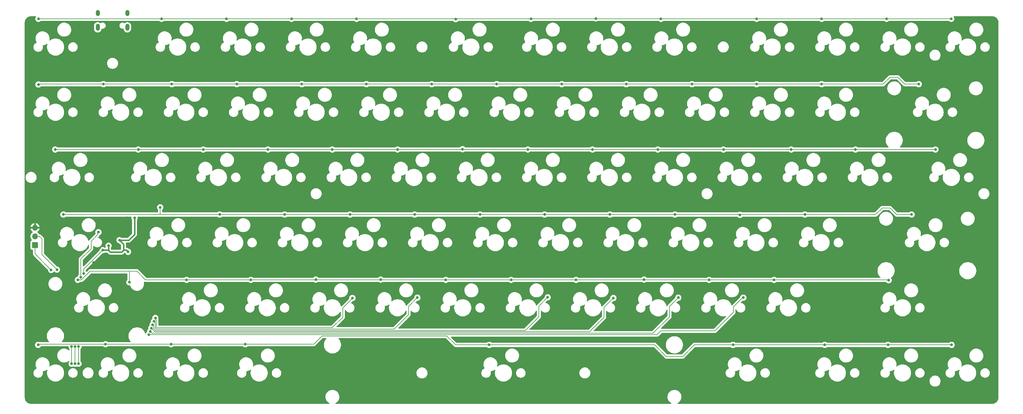
<source format=gtl>
G04 #@! TF.GenerationSoftware,KiCad,Pcbnew,(6.0.1-0)*
G04 #@! TF.CreationDate,2022-06-29T12:55:11+09:00*
G04 #@! TF.ProjectId,key-ripper,6b65792d-7269-4707-9065-722e6b696361,rev?*
G04 #@! TF.SameCoordinates,Original*
G04 #@! TF.FileFunction,Copper,L1,Top*
G04 #@! TF.FilePolarity,Positive*
%FSLAX46Y46*%
G04 Gerber Fmt 4.6, Leading zero omitted, Abs format (unit mm)*
G04 Created by KiCad (PCBNEW (6.0.1-0)) date 2022-06-29 12:55:11*
%MOMM*%
%LPD*%
G01*
G04 APERTURE LIST*
G04 #@! TA.AperFunction,ComponentPad*
%ADD10R,1.700000X1.700000*%
G04 #@! TD*
G04 #@! TA.AperFunction,ComponentPad*
%ADD11O,1.700000X1.700000*%
G04 #@! TD*
G04 #@! TA.AperFunction,ComponentPad*
%ADD12O,1.200000X1.800000*%
G04 #@! TD*
G04 #@! TA.AperFunction,ComponentPad*
%ADD13O,1.200000X2.000000*%
G04 #@! TD*
G04 #@! TA.AperFunction,ViaPad*
%ADD14C,0.800000*%
G04 #@! TD*
G04 #@! TA.AperFunction,Conductor*
%ADD15C,0.400000*%
G04 #@! TD*
G04 #@! TA.AperFunction,Conductor*
%ADD16C,0.200000*%
G04 #@! TD*
G04 APERTURE END LIST*
D10*
X22575000Y-86450000D03*
D11*
X22575000Y-83910000D03*
X22575000Y-81370000D03*
D12*
X49567855Y-18609612D03*
D13*
X49567855Y-22809511D03*
D12*
X40917613Y-18609612D03*
D13*
X40917613Y-22809511D03*
D14*
X36775000Y-94725000D03*
X51675000Y-78525000D03*
X47275000Y-85025000D03*
X42375000Y-87925000D03*
X44075000Y-86625000D03*
X49785335Y-88417728D03*
X47975000Y-82425000D03*
X49675000Y-78525000D03*
X53275000Y-23325000D03*
X51275000Y-23325000D03*
X47175000Y-78625000D03*
X54275000Y-102625000D03*
X41419622Y-87280378D03*
X44175000Y-83725000D03*
X45075000Y-78625000D03*
X48675000Y-105825000D03*
X48954889Y-99145111D03*
X49775000Y-93125000D03*
X54275000Y-101425000D03*
X49975000Y-105825000D03*
X53075000Y-100225000D03*
X46275000Y-89725000D03*
X47075000Y-57525000D03*
X60575000Y-90525000D03*
X48475000Y-89725000D03*
X38775000Y-38225000D03*
X46275000Y-91925000D03*
X52275000Y-104725000D03*
X48675000Y-104625000D03*
X53575000Y-69325000D03*
X65775000Y-70425000D03*
X45075000Y-76325000D03*
X42175000Y-83825000D03*
X52275000Y-105825000D03*
X45175000Y-83725000D03*
X56775000Y-72125000D03*
X36675000Y-40525000D03*
X22575000Y-79025000D03*
X41275000Y-25125000D03*
X53475000Y-103425000D03*
X54575000Y-91825000D03*
X45075000Y-57525000D03*
X47375000Y-90825000D03*
X30575000Y-102025000D03*
X36675000Y-38225000D03*
X61175000Y-88425000D03*
X38775000Y-40525000D03*
X39712485Y-91576759D03*
X51175000Y-105825000D03*
X59375000Y-94825000D03*
X37675000Y-26725000D03*
X54275000Y-100225000D03*
X47175000Y-76325000D03*
X46775000Y-102325000D03*
X45475000Y-97125000D03*
X30675000Y-108725000D03*
X39175000Y-25125000D03*
X50175000Y-26525000D03*
X40275000Y-25125000D03*
X29275000Y-100125000D03*
X52775000Y-86125000D03*
X47075000Y-59825000D03*
X45075000Y-59825000D03*
X52275000Y-23325000D03*
X47575000Y-103425000D03*
X48475000Y-91925000D03*
X53475000Y-104725000D03*
X97575000Y-20325000D03*
X59575000Y-20325000D03*
X233575000Y-20325000D03*
X186575000Y-20225000D03*
X205575000Y-20325000D03*
X271575000Y-20325000D03*
X116575000Y-20325000D03*
X23575000Y-20325000D03*
X290475000Y-20325000D03*
X78575000Y-20325000D03*
X145575000Y-20425000D03*
X167575000Y-20325000D03*
X252575000Y-20325000D03*
X252575000Y-39425000D03*
X138575000Y-39425000D03*
X42575000Y-39425000D03*
X157575000Y-39425000D03*
X233575000Y-39425000D03*
X23575000Y-39525000D03*
X62575000Y-39425000D03*
X100575000Y-39425000D03*
X280975000Y-39425000D03*
X214675000Y-39425000D03*
X176575000Y-39425000D03*
X195475000Y-39425000D03*
X81575000Y-39425000D03*
X119475000Y-39425000D03*
X128575000Y-58525000D03*
X243675000Y-58525000D03*
X204675000Y-58525000D03*
X223875000Y-58525000D03*
X147575000Y-58425000D03*
X109475000Y-58525000D03*
X90675000Y-58525000D03*
X71775000Y-58525000D03*
X262475000Y-58525000D03*
X52775000Y-58525000D03*
X166675000Y-58525000D03*
X285875000Y-58525000D03*
X28475000Y-58525000D03*
X185575000Y-58525000D03*
X209675000Y-77525000D03*
X152675000Y-77525000D03*
X114675000Y-77525000D03*
X228675000Y-77625000D03*
X247675000Y-77525000D03*
X190675000Y-77525000D03*
X76575000Y-77525000D03*
X95575000Y-77525000D03*
X59175000Y-75425000D03*
X30875000Y-77525000D03*
X171575000Y-77525000D03*
X133575000Y-77525000D03*
X278875000Y-77525000D03*
X200675000Y-96525000D03*
X123675000Y-96525000D03*
X35075000Y-96625000D03*
X161775000Y-96625000D03*
X180775000Y-96625000D03*
X219675000Y-96625000D03*
X238675000Y-96625000D03*
X272175000Y-96725000D03*
X50175000Y-97325000D03*
X66875000Y-96625000D03*
X142675000Y-96625000D03*
X104675000Y-96525000D03*
X85675000Y-96625000D03*
X43174501Y-115425499D03*
X253475000Y-115625000D03*
X226675000Y-115625000D03*
X271975000Y-115625000D03*
X290575000Y-115625000D03*
X155375000Y-115625000D03*
X62375499Y-115425499D03*
X23475000Y-115625000D03*
X84075499Y-115425499D03*
X28975000Y-93625000D03*
X27275000Y-93725000D03*
X35975000Y-95825500D03*
X41125000Y-82675000D03*
X35275000Y-121125000D03*
X35275000Y-116125000D03*
X34274503Y-121125000D03*
X34275497Y-116125000D03*
X33275000Y-121125000D03*
X33275000Y-116125000D03*
X115375000Y-101925000D03*
X57773060Y-107763395D03*
X134375000Y-101825000D03*
X57373540Y-108755800D03*
X56974020Y-109731613D03*
X172475000Y-101725000D03*
X56574020Y-110725000D03*
X191675000Y-101925000D03*
X210675000Y-101825000D03*
X56275000Y-111725000D03*
X55828009Y-112618982D03*
X229675000Y-101825000D03*
D15*
X44575000Y-88525000D02*
X47875000Y-88525000D01*
D16*
X36775000Y-93525000D02*
X36775000Y-94725000D01*
D15*
X44075000Y-87825000D02*
X43975000Y-87925000D01*
X48475000Y-87925000D02*
X48475000Y-86225000D01*
X47275000Y-85025000D02*
X49975000Y-85025000D01*
X51675000Y-83325000D02*
X51675000Y-78525000D01*
X49975000Y-85025000D02*
X51675000Y-83325000D01*
X48475000Y-86225000D02*
X47275000Y-85025000D01*
D16*
X42375000Y-87925000D02*
X36775000Y-93525000D01*
D15*
X42375000Y-87925000D02*
X43975000Y-87925000D01*
X47875000Y-88525000D02*
X48475000Y-87925000D01*
X49292607Y-87925000D02*
X49785335Y-88417728D01*
X44075000Y-86625000D02*
X44075000Y-87825000D01*
X48475000Y-87925000D02*
X49292607Y-87925000D01*
X43975000Y-87925000D02*
X44575000Y-88525000D01*
D16*
X252575000Y-20325000D02*
X271575000Y-20325000D01*
X59575000Y-20325000D02*
X78575000Y-20325000D01*
X271575000Y-20325000D02*
X290475000Y-20325000D01*
X167575000Y-20325000D02*
X205575000Y-20325000D01*
X97575000Y-20325000D02*
X116575000Y-20325000D01*
X78575000Y-20325000D02*
X97575000Y-20325000D01*
X233575000Y-20325000D02*
X252575000Y-20325000D01*
X23575000Y-20325000D02*
X59575000Y-20325000D01*
X205575000Y-20325000D02*
X233575000Y-20325000D01*
X116575000Y-20325000D02*
X167575000Y-20325000D01*
X280975000Y-39425000D02*
X276875000Y-39425000D01*
X270575000Y-39425000D02*
X252575000Y-39425000D01*
X176575000Y-39425000D02*
X195475000Y-39425000D01*
X119475000Y-39425000D02*
X138575000Y-39425000D01*
X214675000Y-39425000D02*
X233575000Y-39425000D01*
X138575000Y-39425000D02*
X157575000Y-39425000D01*
X100575000Y-39425000D02*
X119475000Y-39425000D01*
X42575000Y-39425000D02*
X23675000Y-39425000D01*
X23675000Y-39425000D02*
X23575000Y-39525000D01*
X274875000Y-37425000D02*
X272575000Y-37425000D01*
X81575000Y-39425000D02*
X100575000Y-39425000D01*
X276875000Y-39425000D02*
X274875000Y-37425000D01*
X233575000Y-39425000D02*
X252575000Y-39425000D01*
X272575000Y-37425000D02*
X270575000Y-39425000D01*
X195475000Y-39425000D02*
X214675000Y-39425000D01*
X62575000Y-39425000D02*
X81575000Y-39425000D01*
X157575000Y-39425000D02*
X176575000Y-39425000D01*
X62575000Y-39425000D02*
X42575000Y-39425000D01*
X223875000Y-58525000D02*
X243675000Y-58525000D01*
X128575000Y-58525000D02*
X166675000Y-58525000D01*
X52775000Y-58525000D02*
X71775000Y-58525000D01*
X243675000Y-58525000D02*
X262475000Y-58525000D01*
X166675000Y-58525000D02*
X185575000Y-58525000D01*
X109475000Y-58525000D02*
X128575000Y-58525000D01*
X204675000Y-58525000D02*
X223875000Y-58525000D01*
X28475000Y-58525000D02*
X52775000Y-58525000D01*
X71775000Y-58525000D02*
X90675000Y-58525000D01*
X185575000Y-58525000D02*
X204675000Y-58525000D01*
X90675000Y-58525000D02*
X109475000Y-58525000D01*
X262475000Y-58525000D02*
X285875000Y-58525000D01*
X268375000Y-77525000D02*
X247675000Y-77525000D01*
X30875000Y-77525000D02*
X59175000Y-77525000D01*
X274475000Y-77525000D02*
X272575000Y-75625000D01*
X272575000Y-75625000D02*
X270275000Y-75625000D01*
X114675000Y-77525000D02*
X133575000Y-77525000D01*
X76575000Y-77525000D02*
X95575000Y-77525000D01*
X171575000Y-77525000D02*
X190675000Y-77525000D01*
X59175000Y-77525000D02*
X76575000Y-77525000D01*
X95575000Y-77525000D02*
X114675000Y-77525000D01*
X190675000Y-77525000D02*
X209675000Y-77525000D01*
X133575000Y-77525000D02*
X152675000Y-77525000D01*
X278875000Y-77525000D02*
X274475000Y-77525000D01*
X59175000Y-75425000D02*
X59175000Y-77525000D01*
X270275000Y-75625000D02*
X268375000Y-77525000D01*
X209675000Y-77525000D02*
X247675000Y-77525000D01*
X152675000Y-77525000D02*
X171575000Y-77525000D01*
X272075000Y-96625000D02*
X238675000Y-96625000D01*
X38664759Y-94125000D02*
X50175000Y-94125000D01*
X219675000Y-96625000D02*
X238675000Y-96625000D01*
X161775000Y-96625000D02*
X180775000Y-96625000D01*
X52375000Y-94125000D02*
X54875000Y-96625000D01*
X35075000Y-96625000D02*
X36164759Y-96625000D01*
X36164759Y-96625000D02*
X38664759Y-94125000D01*
X50175000Y-97325000D02*
X50175000Y-94125000D01*
X54875000Y-96625000D02*
X66875000Y-96625000D01*
X50175000Y-94125000D02*
X52375000Y-94125000D01*
X142675000Y-96625000D02*
X161775000Y-96625000D01*
X66875000Y-96625000D02*
X85675000Y-96625000D01*
X272175000Y-96725000D02*
X272075000Y-96625000D01*
X180775000Y-96625000D02*
X219675000Y-96625000D01*
X85675000Y-96625000D02*
X142675000Y-96625000D01*
X43174501Y-115425499D02*
X62375499Y-115425499D01*
X207175000Y-119025000D02*
X211975998Y-119025000D01*
X23475000Y-115625000D02*
X23674501Y-115425499D01*
X104074501Y-115425499D02*
X106475000Y-113025000D01*
X142975000Y-113025000D02*
X145575000Y-115625000D01*
X23674501Y-115425499D02*
X43174501Y-115425499D01*
X271975000Y-115625000D02*
X290575000Y-115625000D01*
X211975998Y-119025000D02*
X215375998Y-115625000D01*
X253475000Y-115625000D02*
X271975000Y-115625000D01*
X203775000Y-115625000D02*
X207175000Y-119025000D01*
X62375499Y-115425499D02*
X84075499Y-115425499D01*
X106475000Y-113025000D02*
X142975000Y-113025000D01*
X215375998Y-115625000D02*
X226675000Y-115625000D01*
X226675000Y-115625000D02*
X253475000Y-115625000D01*
X155375000Y-115625000D02*
X203775000Y-115625000D01*
X145575000Y-115625000D02*
X155375000Y-115625000D01*
X84075499Y-115425499D02*
X104074501Y-115425499D01*
X24575000Y-89225000D02*
X24575000Y-84625000D01*
X24575000Y-84625000D02*
X23860000Y-83910000D01*
X28975000Y-93625000D02*
X24575000Y-89225000D01*
X23860000Y-83910000D02*
X22575000Y-83910000D01*
X27275000Y-93725000D02*
X22575000Y-89025000D01*
X22575000Y-89025000D02*
X22575000Y-86450000D01*
X35975000Y-90525000D02*
X38975000Y-87525000D01*
X40875000Y-82925000D02*
X41125000Y-82675000D01*
X40875000Y-83425000D02*
X40875000Y-82925000D01*
X35975000Y-95825500D02*
X35975000Y-90525000D01*
X38975000Y-85325000D02*
X40875000Y-83425000D01*
X38975000Y-87525000D02*
X38975000Y-85325000D01*
X35274503Y-116125497D02*
X35275000Y-116125000D01*
X35274503Y-121124503D02*
X35274503Y-116125497D01*
X35275000Y-121125000D02*
X35274503Y-121124503D01*
X34274503Y-116125994D02*
X34275497Y-116125000D01*
X34274503Y-121125000D02*
X34274503Y-116125994D01*
X33275000Y-116825000D02*
X33275000Y-116125000D01*
X33275000Y-121125000D02*
X33275000Y-116825000D01*
X58073051Y-108466052D02*
X58073051Y-110523051D01*
X112575000Y-107525000D02*
X112575000Y-104825000D01*
X57773060Y-108166061D02*
X58073051Y-108466052D01*
X57773060Y-107763395D02*
X57773060Y-108166061D01*
X58171382Y-110621382D02*
X109478618Y-110621382D01*
X109478618Y-110621382D02*
X112575000Y-107525000D01*
X112575000Y-104825000D02*
X115375000Y-102025000D01*
X115375000Y-102025000D02*
X115375000Y-101925000D01*
X58073051Y-110523051D02*
X58171382Y-110621382D01*
X57999934Y-111020902D02*
X127579098Y-111020902D01*
X127579098Y-111020902D02*
X131775000Y-106825000D01*
X57673531Y-110694499D02*
X57999934Y-111020902D01*
X131775000Y-106825000D02*
X131775000Y-104425000D01*
X57673531Y-109055791D02*
X57673531Y-110694499D01*
X131775000Y-104425000D02*
X134375000Y-101825000D01*
X57373540Y-108755800D02*
X57673531Y-109055791D01*
X57273531Y-110031124D02*
X57273531Y-110859505D01*
X57834448Y-111420422D02*
X165879578Y-111420422D01*
X56974020Y-109731613D02*
X57273531Y-110031124D01*
X169875000Y-104325000D02*
X172475000Y-101725000D01*
X169875000Y-107425000D02*
X169875000Y-104325000D01*
X57273531Y-110859505D02*
X57834448Y-111420422D01*
X165879578Y-111420422D02*
X169875000Y-107425000D01*
X184680058Y-111819942D02*
X188975000Y-107525000D01*
X188975000Y-104625000D02*
X191675000Y-101925000D01*
X57668962Y-111819942D02*
X184680058Y-111819942D01*
X188975000Y-107525000D02*
X188975000Y-104625000D01*
X56574020Y-110725000D02*
X57668962Y-111819942D01*
X198868982Y-112219462D02*
X198875000Y-112225480D01*
X56769462Y-112219462D02*
X198868982Y-112219462D01*
X208075000Y-104425000D02*
X210675000Y-101825000D01*
X208075000Y-107425000D02*
X208075000Y-104425000D01*
X56275000Y-111725000D02*
X56769462Y-112219462D01*
X203274520Y-112225480D02*
X208075000Y-107425000D01*
X198875000Y-112225480D02*
X203274520Y-112225480D01*
X229475000Y-101825000D02*
X226775000Y-104525000D01*
X204475000Y-112625000D02*
X82975000Y-112625000D01*
X221375000Y-111525000D02*
X205575000Y-111525000D01*
X226775000Y-106125000D02*
X221375000Y-111525000D01*
X82975000Y-112625000D02*
X82968982Y-112618982D01*
X82968982Y-112618982D02*
X55828009Y-112618982D01*
X205575000Y-111525000D02*
X204475000Y-112625000D01*
X226775000Y-104525000D02*
X226775000Y-106125000D01*
X229675000Y-101825000D02*
X229475000Y-101825000D01*
G04 #@! TA.AperFunction,Conductor*
G36*
X22828224Y-19578002D02*
G01*
X22874717Y-19631658D01*
X22884821Y-19701932D01*
X22853740Y-19768309D01*
X22835960Y-19788056D01*
X22740473Y-19953444D01*
X22681458Y-20135072D01*
X22661496Y-20325000D01*
X22662186Y-20331565D01*
X22680103Y-20502033D01*
X22681458Y-20514928D01*
X22740473Y-20696556D01*
X22835960Y-20861944D01*
X22840378Y-20866851D01*
X22840379Y-20866852D01*
X22926000Y-20961944D01*
X22963747Y-21003866D01*
X22984306Y-21018803D01*
X23101385Y-21103866D01*
X23118248Y-21116118D01*
X23124276Y-21118802D01*
X23124278Y-21118803D01*
X23286681Y-21191109D01*
X23292712Y-21193794D01*
X23379479Y-21212237D01*
X23473056Y-21232128D01*
X23473061Y-21232128D01*
X23479513Y-21233500D01*
X23670487Y-21233500D01*
X23676939Y-21232128D01*
X23676944Y-21232128D01*
X23770521Y-21212237D01*
X23857288Y-21193794D01*
X23863319Y-21191109D01*
X24025722Y-21118803D01*
X24025724Y-21118802D01*
X24031752Y-21116118D01*
X24048616Y-21103866D01*
X24174731Y-21012237D01*
X24186253Y-21003866D01*
X24212074Y-20975189D01*
X24272520Y-20937950D01*
X24305710Y-20933500D01*
X58844290Y-20933500D01*
X58912411Y-20953502D01*
X58937926Y-20975189D01*
X58963747Y-21003866D01*
X58975269Y-21012237D01*
X59101385Y-21103866D01*
X59118248Y-21116118D01*
X59124276Y-21118802D01*
X59124278Y-21118803D01*
X59286681Y-21191109D01*
X59292712Y-21193794D01*
X59379479Y-21212237D01*
X59473056Y-21232128D01*
X59473061Y-21232128D01*
X59479513Y-21233500D01*
X59670487Y-21233500D01*
X59676939Y-21232128D01*
X59676944Y-21232128D01*
X59770521Y-21212237D01*
X59857288Y-21193794D01*
X59863319Y-21191109D01*
X60025722Y-21118803D01*
X60025724Y-21118802D01*
X60031752Y-21116118D01*
X60048616Y-21103866D01*
X60174731Y-21012237D01*
X60186253Y-21003866D01*
X60212074Y-20975189D01*
X60272520Y-20937950D01*
X60305710Y-20933500D01*
X77844290Y-20933500D01*
X77912411Y-20953502D01*
X77937926Y-20975189D01*
X77963747Y-21003866D01*
X77975269Y-21012237D01*
X78101385Y-21103866D01*
X78118248Y-21116118D01*
X78124276Y-21118802D01*
X78124278Y-21118803D01*
X78286681Y-21191109D01*
X78292712Y-21193794D01*
X78379479Y-21212237D01*
X78473056Y-21232128D01*
X78473061Y-21232128D01*
X78479513Y-21233500D01*
X78670487Y-21233500D01*
X78676939Y-21232128D01*
X78676944Y-21232128D01*
X78770521Y-21212237D01*
X78857288Y-21193794D01*
X78863319Y-21191109D01*
X79025722Y-21118803D01*
X79025724Y-21118802D01*
X79031752Y-21116118D01*
X79048616Y-21103866D01*
X79174731Y-21012237D01*
X79186253Y-21003866D01*
X79212074Y-20975189D01*
X79272520Y-20937950D01*
X79305710Y-20933500D01*
X96844290Y-20933500D01*
X96912411Y-20953502D01*
X96937926Y-20975189D01*
X96963747Y-21003866D01*
X96975269Y-21012237D01*
X97101385Y-21103866D01*
X97118248Y-21116118D01*
X97124276Y-21118802D01*
X97124278Y-21118803D01*
X97286681Y-21191109D01*
X97292712Y-21193794D01*
X97379479Y-21212237D01*
X97473056Y-21232128D01*
X97473061Y-21232128D01*
X97479513Y-21233500D01*
X97670487Y-21233500D01*
X97676939Y-21232128D01*
X97676944Y-21232128D01*
X97770521Y-21212237D01*
X97857288Y-21193794D01*
X97863319Y-21191109D01*
X98025722Y-21118803D01*
X98025724Y-21118802D01*
X98031752Y-21116118D01*
X98048616Y-21103866D01*
X98174731Y-21012237D01*
X98186253Y-21003866D01*
X98212074Y-20975189D01*
X98272520Y-20937950D01*
X98305710Y-20933500D01*
X115844290Y-20933500D01*
X115912411Y-20953502D01*
X115937926Y-20975189D01*
X115963747Y-21003866D01*
X115975269Y-21012237D01*
X116101385Y-21103866D01*
X116118248Y-21116118D01*
X116124276Y-21118802D01*
X116124278Y-21118803D01*
X116286681Y-21191109D01*
X116292712Y-21193794D01*
X116379479Y-21212237D01*
X116473056Y-21232128D01*
X116473061Y-21232128D01*
X116479513Y-21233500D01*
X116670487Y-21233500D01*
X116676939Y-21232128D01*
X116676944Y-21232128D01*
X116770521Y-21212237D01*
X116857288Y-21193794D01*
X116863319Y-21191109D01*
X117025722Y-21118803D01*
X117025724Y-21118802D01*
X117031752Y-21116118D01*
X117048616Y-21103866D01*
X117174731Y-21012237D01*
X117186253Y-21003866D01*
X117212074Y-20975189D01*
X117272520Y-20937950D01*
X117305710Y-20933500D01*
X144754251Y-20933500D01*
X144822372Y-20953502D01*
X144847886Y-20975189D01*
X144887156Y-21018803D01*
X144952261Y-21091109D01*
X144963747Y-21103866D01*
X144984306Y-21118803D01*
X145077816Y-21186742D01*
X145118248Y-21216118D01*
X145124276Y-21218802D01*
X145124278Y-21218803D01*
X145286681Y-21291109D01*
X145292712Y-21293794D01*
X145386113Y-21313647D01*
X145473056Y-21332128D01*
X145473061Y-21332128D01*
X145479513Y-21333500D01*
X145670487Y-21333500D01*
X145676939Y-21332128D01*
X145676944Y-21332128D01*
X145763887Y-21313647D01*
X145857288Y-21293794D01*
X145863319Y-21291109D01*
X146025722Y-21218803D01*
X146025724Y-21218802D01*
X146031752Y-21216118D01*
X146072185Y-21186742D01*
X146165694Y-21118803D01*
X146186253Y-21103866D01*
X146197740Y-21091109D01*
X146262844Y-21018803D01*
X146302114Y-20975190D01*
X146362559Y-20937950D01*
X146395749Y-20933500D01*
X166844290Y-20933500D01*
X166912411Y-20953502D01*
X166937926Y-20975189D01*
X166963747Y-21003866D01*
X166975269Y-21012237D01*
X167101385Y-21103866D01*
X167118248Y-21116118D01*
X167124276Y-21118802D01*
X167124278Y-21118803D01*
X167286681Y-21191109D01*
X167292712Y-21193794D01*
X167379479Y-21212237D01*
X167473056Y-21232128D01*
X167473061Y-21232128D01*
X167479513Y-21233500D01*
X167670487Y-21233500D01*
X167676939Y-21232128D01*
X167676944Y-21232128D01*
X167770521Y-21212237D01*
X167857288Y-21193794D01*
X167863319Y-21191109D01*
X168025722Y-21118803D01*
X168025724Y-21118802D01*
X168031752Y-21116118D01*
X168048616Y-21103866D01*
X168174731Y-21012237D01*
X168186253Y-21003866D01*
X168212074Y-20975189D01*
X168272520Y-20937950D01*
X168305710Y-20933500D01*
X185963595Y-20933500D01*
X186031716Y-20953502D01*
X186037656Y-20957564D01*
X186106724Y-21007745D01*
X186118248Y-21016118D01*
X186124276Y-21018802D01*
X186124278Y-21018803D01*
X186286681Y-21091109D01*
X186292712Y-21093794D01*
X186358365Y-21107749D01*
X186473056Y-21132128D01*
X186473061Y-21132128D01*
X186479513Y-21133500D01*
X186670487Y-21133500D01*
X186676939Y-21132128D01*
X186676944Y-21132128D01*
X186791635Y-21107749D01*
X186857288Y-21093794D01*
X186863319Y-21091109D01*
X187025722Y-21018803D01*
X187025724Y-21018802D01*
X187031752Y-21016118D01*
X187043277Y-21007745D01*
X187112344Y-20957564D01*
X187179211Y-20933706D01*
X187186405Y-20933500D01*
X204844290Y-20933500D01*
X204912411Y-20953502D01*
X204937926Y-20975189D01*
X204963747Y-21003866D01*
X204975269Y-21012237D01*
X205101385Y-21103866D01*
X205118248Y-21116118D01*
X205124276Y-21118802D01*
X205124278Y-21118803D01*
X205286681Y-21191109D01*
X205292712Y-21193794D01*
X205379479Y-21212237D01*
X205473056Y-21232128D01*
X205473061Y-21232128D01*
X205479513Y-21233500D01*
X205670487Y-21233500D01*
X205676939Y-21232128D01*
X205676944Y-21232128D01*
X205770521Y-21212237D01*
X205857288Y-21193794D01*
X205863319Y-21191109D01*
X206025722Y-21118803D01*
X206025724Y-21118802D01*
X206031752Y-21116118D01*
X206048616Y-21103866D01*
X206174731Y-21012237D01*
X206186253Y-21003866D01*
X206212074Y-20975189D01*
X206272520Y-20937950D01*
X206305710Y-20933500D01*
X232844290Y-20933500D01*
X232912411Y-20953502D01*
X232937926Y-20975189D01*
X232963747Y-21003866D01*
X232975269Y-21012237D01*
X233101385Y-21103866D01*
X233118248Y-21116118D01*
X233124276Y-21118802D01*
X233124278Y-21118803D01*
X233286681Y-21191109D01*
X233292712Y-21193794D01*
X233379479Y-21212237D01*
X233473056Y-21232128D01*
X233473061Y-21232128D01*
X233479513Y-21233500D01*
X233670487Y-21233500D01*
X233676939Y-21232128D01*
X233676944Y-21232128D01*
X233770521Y-21212237D01*
X233857288Y-21193794D01*
X233863319Y-21191109D01*
X234025722Y-21118803D01*
X234025724Y-21118802D01*
X234031752Y-21116118D01*
X234048616Y-21103866D01*
X234174731Y-21012237D01*
X234186253Y-21003866D01*
X234212074Y-20975189D01*
X234272520Y-20937950D01*
X234305710Y-20933500D01*
X251844290Y-20933500D01*
X251912411Y-20953502D01*
X251937926Y-20975189D01*
X251963747Y-21003866D01*
X251975269Y-21012237D01*
X252101385Y-21103866D01*
X252118248Y-21116118D01*
X252124276Y-21118802D01*
X252124278Y-21118803D01*
X252286681Y-21191109D01*
X252292712Y-21193794D01*
X252379479Y-21212237D01*
X252473056Y-21232128D01*
X252473061Y-21232128D01*
X252479513Y-21233500D01*
X252670487Y-21233500D01*
X252676939Y-21232128D01*
X252676944Y-21232128D01*
X252770521Y-21212237D01*
X252857288Y-21193794D01*
X252863319Y-21191109D01*
X253025722Y-21118803D01*
X253025724Y-21118802D01*
X253031752Y-21116118D01*
X253048616Y-21103866D01*
X253174731Y-21012237D01*
X253186253Y-21003866D01*
X253212074Y-20975189D01*
X253272520Y-20937950D01*
X253305710Y-20933500D01*
X270844290Y-20933500D01*
X270912411Y-20953502D01*
X270937926Y-20975189D01*
X270963747Y-21003866D01*
X270975269Y-21012237D01*
X271101385Y-21103866D01*
X271118248Y-21116118D01*
X271124276Y-21118802D01*
X271124278Y-21118803D01*
X271286681Y-21191109D01*
X271292712Y-21193794D01*
X271379479Y-21212237D01*
X271473056Y-21232128D01*
X271473061Y-21232128D01*
X271479513Y-21233500D01*
X271670487Y-21233500D01*
X271676939Y-21232128D01*
X271676944Y-21232128D01*
X271770521Y-21212237D01*
X271857288Y-21193794D01*
X271863319Y-21191109D01*
X272025722Y-21118803D01*
X272025724Y-21118802D01*
X272031752Y-21116118D01*
X272048616Y-21103866D01*
X272174731Y-21012237D01*
X272186253Y-21003866D01*
X272212074Y-20975189D01*
X272272520Y-20937950D01*
X272305710Y-20933500D01*
X289744290Y-20933500D01*
X289812411Y-20953502D01*
X289837926Y-20975189D01*
X289863747Y-21003866D01*
X289875269Y-21012237D01*
X290001385Y-21103866D01*
X290018248Y-21116118D01*
X290024276Y-21118802D01*
X290024278Y-21118803D01*
X290186681Y-21191109D01*
X290192712Y-21193794D01*
X290279479Y-21212237D01*
X290373056Y-21232128D01*
X290373061Y-21232128D01*
X290379513Y-21233500D01*
X290570487Y-21233500D01*
X290576939Y-21232128D01*
X290576944Y-21232128D01*
X290670521Y-21212237D01*
X290757288Y-21193794D01*
X290763319Y-21191109D01*
X290925722Y-21118803D01*
X290925724Y-21118802D01*
X290931752Y-21116118D01*
X290948616Y-21103866D01*
X291065694Y-21018803D01*
X291086253Y-21003866D01*
X291124000Y-20961944D01*
X291209621Y-20866852D01*
X291209622Y-20866851D01*
X291214040Y-20861944D01*
X291309527Y-20696556D01*
X291368542Y-20514928D01*
X291369898Y-20502033D01*
X291387814Y-20331565D01*
X291388504Y-20325000D01*
X291368542Y-20135072D01*
X291309527Y-19953444D01*
X291214040Y-19788056D01*
X291196260Y-19768309D01*
X291165543Y-19704302D01*
X291174308Y-19633848D01*
X291219772Y-19579317D01*
X291289897Y-19558000D01*
X302369422Y-19558000D01*
X302388807Y-19559500D01*
X302403608Y-19561805D01*
X302403611Y-19561805D01*
X302412480Y-19563186D01*
X302428749Y-19561059D01*
X302453317Y-19560266D01*
X302655016Y-19573486D01*
X302671356Y-19575637D01*
X302895483Y-19620218D01*
X302911404Y-19624484D01*
X303127793Y-19697939D01*
X303143019Y-19704246D01*
X303347967Y-19805315D01*
X303362241Y-19813556D01*
X303552247Y-19940514D01*
X303565322Y-19950547D01*
X303737136Y-20101223D01*
X303748777Y-20112864D01*
X303898545Y-20283642D01*
X303899453Y-20284678D01*
X303909486Y-20297753D01*
X304036444Y-20487759D01*
X304044685Y-20502033D01*
X304145754Y-20706981D01*
X304152061Y-20722207D01*
X304225516Y-20938596D01*
X304229782Y-20954517D01*
X304274363Y-21178644D01*
X304276514Y-21194984D01*
X304289264Y-21389518D01*
X304288239Y-21412554D01*
X304288196Y-21416104D01*
X304286814Y-21424980D01*
X304289779Y-21447652D01*
X304290936Y-21456501D01*
X304292000Y-21472839D01*
X304292000Y-130919422D01*
X304290500Y-130938806D01*
X304286814Y-130962480D01*
X304288941Y-130978749D01*
X304289734Y-131003317D01*
X304276514Y-131205016D01*
X304274363Y-131221356D01*
X304229782Y-131445483D01*
X304225516Y-131461404D01*
X304152061Y-131677793D01*
X304145754Y-131693019D01*
X304044685Y-131897967D01*
X304036444Y-131912241D01*
X303909486Y-132102247D01*
X303899453Y-132115322D01*
X303748777Y-132287136D01*
X303737136Y-132298777D01*
X303658511Y-132367729D01*
X303565322Y-132449453D01*
X303552247Y-132459486D01*
X303362241Y-132586444D01*
X303347967Y-132594685D01*
X303143019Y-132695754D01*
X303127793Y-132702061D01*
X302911404Y-132775516D01*
X302895483Y-132779782D01*
X302671356Y-132824363D01*
X302655016Y-132826514D01*
X302460482Y-132839264D01*
X302437446Y-132838239D01*
X302433896Y-132838196D01*
X302425020Y-132836814D01*
X302396512Y-132840542D01*
X302393499Y-132840936D01*
X302377161Y-132842000D01*
X210556807Y-132842000D01*
X210488686Y-132821998D01*
X210442193Y-132768342D01*
X210432089Y-132698068D01*
X210461583Y-132633488D01*
X210497654Y-132604749D01*
X210619549Y-132539937D01*
X210619555Y-132539933D01*
X210623441Y-132537867D01*
X210627001Y-132535281D01*
X210627005Y-132535278D01*
X210849843Y-132373376D01*
X210849846Y-132373374D01*
X210853406Y-132370787D01*
X210856573Y-132367729D01*
X211054718Y-132176383D01*
X211054721Y-132176379D01*
X211057880Y-132173329D01*
X211232883Y-131949335D01*
X211375010Y-131703165D01*
X211376660Y-131699081D01*
X211376663Y-131699075D01*
X211479843Y-131443693D01*
X211479844Y-131443690D01*
X211481492Y-131439611D01*
X211550259Y-131163802D01*
X211568423Y-130990991D01*
X211579513Y-130885475D01*
X211579513Y-130885472D01*
X211579972Y-130881106D01*
X211579819Y-130876712D01*
X211570206Y-130601424D01*
X211570205Y-130601417D01*
X211570052Y-130597027D01*
X211520692Y-130317093D01*
X211519337Y-130312922D01*
X211519335Y-130312915D01*
X211434214Y-130050942D01*
X211432853Y-130046753D01*
X211308245Y-129791269D01*
X211305790Y-129787630D01*
X211305787Y-129787624D01*
X211151753Y-129559259D01*
X211151748Y-129559252D01*
X211149293Y-129555613D01*
X211048452Y-129443617D01*
X210962039Y-129347646D01*
X210962038Y-129347645D01*
X210959091Y-129344372D01*
X210741341Y-129161658D01*
X210500281Y-129011027D01*
X210240603Y-128895411D01*
X209967362Y-128817060D01*
X209963012Y-128816449D01*
X209963009Y-128816448D01*
X209858533Y-128801765D01*
X209685876Y-128777500D01*
X209472774Y-128777500D01*
X209470589Y-128777653D01*
X209470583Y-128777653D01*
X209264575Y-128792058D01*
X209264570Y-128792059D01*
X209260190Y-128792365D01*
X208982149Y-128851465D01*
X208978018Y-128852969D01*
X208978013Y-128852970D01*
X208864738Y-128894199D01*
X208715039Y-128948685D01*
X208711152Y-128950752D01*
X208467951Y-129080063D01*
X208467945Y-129080067D01*
X208464059Y-129082133D01*
X208460499Y-129084719D01*
X208460495Y-129084722D01*
X208350710Y-129164486D01*
X208234094Y-129249213D01*
X208230930Y-129252269D01*
X208230927Y-129252271D01*
X208032782Y-129443617D01*
X208032779Y-129443621D01*
X208029620Y-129446671D01*
X207854617Y-129670665D01*
X207712490Y-129916835D01*
X207710840Y-129920919D01*
X207710837Y-129920925D01*
X207607657Y-130176307D01*
X207606008Y-130180389D01*
X207537241Y-130456198D01*
X207507528Y-130738894D01*
X207507681Y-130743282D01*
X207507681Y-130743288D01*
X207516762Y-131003317D01*
X207517448Y-131022973D01*
X207566808Y-131302907D01*
X207568163Y-131307078D01*
X207568165Y-131307085D01*
X207609838Y-131435340D01*
X207654647Y-131573247D01*
X207656575Y-131577200D01*
X207656577Y-131577205D01*
X207709451Y-131685612D01*
X207779255Y-131828731D01*
X207781710Y-131832370D01*
X207781713Y-131832376D01*
X207935747Y-132060741D01*
X207935752Y-132060748D01*
X207938207Y-132064387D01*
X207941151Y-132067656D01*
X207941152Y-132067658D01*
X208082215Y-132224324D01*
X208128409Y-132275628D01*
X208346159Y-132458342D01*
X208349891Y-132460674D01*
X208587219Y-132608973D01*
X208586098Y-132610766D01*
X208630713Y-132654441D01*
X208646541Y-132723651D01*
X208622440Y-132790431D01*
X208566060Y-132833580D01*
X208520774Y-132842000D01*
X110556807Y-132842000D01*
X110488686Y-132821998D01*
X110442193Y-132768342D01*
X110432089Y-132698068D01*
X110461583Y-132633488D01*
X110497654Y-132604749D01*
X110619549Y-132539937D01*
X110619555Y-132539933D01*
X110623441Y-132537867D01*
X110627001Y-132535281D01*
X110627005Y-132535278D01*
X110849843Y-132373376D01*
X110849846Y-132373374D01*
X110853406Y-132370787D01*
X110856573Y-132367729D01*
X111054718Y-132176383D01*
X111054721Y-132176379D01*
X111057880Y-132173329D01*
X111232883Y-131949335D01*
X111375010Y-131703165D01*
X111376660Y-131699081D01*
X111376663Y-131699075D01*
X111479843Y-131443693D01*
X111479844Y-131443690D01*
X111481492Y-131439611D01*
X111550259Y-131163802D01*
X111568423Y-130990991D01*
X111579513Y-130885475D01*
X111579513Y-130885472D01*
X111579972Y-130881106D01*
X111579819Y-130876712D01*
X111570206Y-130601424D01*
X111570205Y-130601417D01*
X111570052Y-130597027D01*
X111520692Y-130317093D01*
X111519337Y-130312922D01*
X111519335Y-130312915D01*
X111434214Y-130050942D01*
X111432853Y-130046753D01*
X111308245Y-129791269D01*
X111305790Y-129787630D01*
X111305787Y-129787624D01*
X111151753Y-129559259D01*
X111151748Y-129559252D01*
X111149293Y-129555613D01*
X111048452Y-129443617D01*
X110962039Y-129347646D01*
X110962038Y-129347645D01*
X110959091Y-129344372D01*
X110741341Y-129161658D01*
X110500281Y-129011027D01*
X110240603Y-128895411D01*
X109967362Y-128817060D01*
X109963012Y-128816449D01*
X109963009Y-128816448D01*
X109858533Y-128801765D01*
X109685876Y-128777500D01*
X109472774Y-128777500D01*
X109470589Y-128777653D01*
X109470583Y-128777653D01*
X109264575Y-128792058D01*
X109264570Y-128792059D01*
X109260190Y-128792365D01*
X108982149Y-128851465D01*
X108978018Y-128852969D01*
X108978013Y-128852970D01*
X108864738Y-128894199D01*
X108715039Y-128948685D01*
X108711152Y-128950752D01*
X108467951Y-129080063D01*
X108467945Y-129080067D01*
X108464059Y-129082133D01*
X108460499Y-129084719D01*
X108460495Y-129084722D01*
X108350710Y-129164486D01*
X108234094Y-129249213D01*
X108230930Y-129252269D01*
X108230927Y-129252271D01*
X108032782Y-129443617D01*
X108032779Y-129443621D01*
X108029620Y-129446671D01*
X107854617Y-129670665D01*
X107712490Y-129916835D01*
X107710840Y-129920919D01*
X107710837Y-129920925D01*
X107607657Y-130176307D01*
X107606008Y-130180389D01*
X107537241Y-130456198D01*
X107507528Y-130738894D01*
X107507681Y-130743282D01*
X107507681Y-130743288D01*
X107516762Y-131003317D01*
X107517448Y-131022973D01*
X107566808Y-131302907D01*
X107568163Y-131307078D01*
X107568165Y-131307085D01*
X107609838Y-131435340D01*
X107654647Y-131573247D01*
X107656575Y-131577200D01*
X107656577Y-131577205D01*
X107709451Y-131685612D01*
X107779255Y-131828731D01*
X107781710Y-131832370D01*
X107781713Y-131832376D01*
X107935747Y-132060741D01*
X107935752Y-132060748D01*
X107938207Y-132064387D01*
X107941151Y-132067656D01*
X107941152Y-132067658D01*
X108082215Y-132224324D01*
X108128409Y-132275628D01*
X108346159Y-132458342D01*
X108349891Y-132460674D01*
X108587219Y-132608973D01*
X108586098Y-132610766D01*
X108630713Y-132654441D01*
X108646541Y-132723651D01*
X108622440Y-132790431D01*
X108566060Y-132833580D01*
X108520774Y-132842000D01*
X21480578Y-132842000D01*
X21461193Y-132840500D01*
X21446392Y-132838195D01*
X21446389Y-132838195D01*
X21437520Y-132836814D01*
X21421251Y-132838941D01*
X21396683Y-132839734D01*
X21194984Y-132826514D01*
X21178644Y-132824363D01*
X20954517Y-132779782D01*
X20938596Y-132775516D01*
X20722207Y-132702061D01*
X20706981Y-132695754D01*
X20502033Y-132594685D01*
X20487759Y-132586444D01*
X20297753Y-132459486D01*
X20284678Y-132449453D01*
X20191489Y-132367729D01*
X20112864Y-132298777D01*
X20101223Y-132287136D01*
X19950547Y-132115322D01*
X19940514Y-132102247D01*
X19813556Y-131912241D01*
X19805315Y-131897967D01*
X19704246Y-131693019D01*
X19697939Y-131677793D01*
X19624484Y-131461404D01*
X19620218Y-131445483D01*
X19575637Y-131221356D01*
X19573486Y-131205016D01*
X19560974Y-131014126D01*
X19562147Y-130990968D01*
X19561829Y-130990939D01*
X19562264Y-130986083D01*
X19563071Y-130981289D01*
X19563224Y-130968750D01*
X19559273Y-130941162D01*
X19558000Y-130923299D01*
X19558000Y-123759593D01*
X22108039Y-123759593D01*
X22116848Y-123994216D01*
X22117943Y-123999434D01*
X22142794Y-124117871D01*
X22165062Y-124224001D01*
X22251302Y-124442377D01*
X22254071Y-124446940D01*
X22354386Y-124612253D01*
X22373104Y-124643100D01*
X22526985Y-124820432D01*
X22531117Y-124823820D01*
X22704416Y-124965917D01*
X22704422Y-124965921D01*
X22708544Y-124969301D01*
X22713180Y-124971940D01*
X22713183Y-124971942D01*
X22877281Y-125065352D01*
X22912590Y-125085451D01*
X23133289Y-125165561D01*
X23138538Y-125166510D01*
X23138541Y-125166511D01*
X23185382Y-125174981D01*
X23364330Y-125207340D01*
X23368469Y-125207535D01*
X23368476Y-125207536D01*
X23387440Y-125208430D01*
X23387449Y-125208430D01*
X23388929Y-125208500D01*
X23553950Y-125208500D01*
X23635299Y-125201597D01*
X23723637Y-125194102D01*
X23723641Y-125194101D01*
X23728948Y-125193651D01*
X23734103Y-125192313D01*
X23734109Y-125192312D01*
X23951035Y-125136009D01*
X23951034Y-125136009D01*
X23956206Y-125134667D01*
X23961072Y-125132475D01*
X23961075Y-125132474D01*
X24165417Y-125040424D01*
X24165420Y-125040423D01*
X24170278Y-125038234D01*
X24365041Y-124907112D01*
X24374237Y-124898340D01*
X24501292Y-124777135D01*
X24534927Y-124745049D01*
X24675078Y-124556679D01*
X24735719Y-124437408D01*
X24779069Y-124352144D01*
X24779069Y-124352143D01*
X24781487Y-124347388D01*
X24851111Y-124123160D01*
X24868202Y-123994216D01*
X24881261Y-123895690D01*
X24881261Y-123895687D01*
X24881961Y-123890407D01*
X24873152Y-123655784D01*
X24832555Y-123462301D01*
X24838142Y-123391525D01*
X24881107Y-123335004D01*
X24947081Y-123310734D01*
X25044315Y-123303935D01*
X25044320Y-123303934D01*
X25048700Y-123303628D01*
X25326877Y-123244499D01*
X25331006Y-123242996D01*
X25331010Y-123242995D01*
X25589974Y-123148740D01*
X25589978Y-123148738D01*
X25594119Y-123147231D01*
X25598009Y-123145163D01*
X25598015Y-123145160D01*
X25841330Y-123015787D01*
X25841336Y-123015783D01*
X25845222Y-123013717D01*
X25848788Y-123011126D01*
X25848793Y-123011123D01*
X25990741Y-122907993D01*
X26057608Y-122884134D01*
X26126760Y-122900215D01*
X26176240Y-122951129D01*
X26190339Y-123020712D01*
X26184949Y-123047307D01*
X26184557Y-123048298D01*
X26106060Y-123354025D01*
X26066500Y-123667179D01*
X26066500Y-123982821D01*
X26106060Y-124295975D01*
X26184557Y-124601702D01*
X26186010Y-124605371D01*
X26186010Y-124605372D01*
X26271159Y-124820432D01*
X26300753Y-124895179D01*
X26302659Y-124898647D01*
X26302660Y-124898648D01*
X26449398Y-125165561D01*
X26452816Y-125171779D01*
X26638346Y-125427140D01*
X26854418Y-125657233D01*
X26857469Y-125659757D01*
X26857470Y-125659758D01*
X26915372Y-125707659D01*
X27097625Y-125858432D01*
X27364131Y-126027562D01*
X27367710Y-126029246D01*
X27367717Y-126029250D01*
X27646144Y-126160267D01*
X27646148Y-126160269D01*
X27649734Y-126161956D01*
X27949928Y-126259495D01*
X28259980Y-126318641D01*
X28496162Y-126333500D01*
X28653838Y-126333500D01*
X28890020Y-126318641D01*
X29200072Y-126259495D01*
X29500266Y-126161956D01*
X29503852Y-126160269D01*
X29503856Y-126160267D01*
X29782283Y-126029250D01*
X29782290Y-126029246D01*
X29785869Y-126027562D01*
X30052375Y-125858432D01*
X30234628Y-125707659D01*
X30292530Y-125659758D01*
X30292531Y-125659757D01*
X30295582Y-125657233D01*
X30511654Y-125427140D01*
X30697184Y-125171779D01*
X30700603Y-125165561D01*
X30847340Y-124898648D01*
X30847341Y-124898647D01*
X30849247Y-124895179D01*
X30878842Y-124820432D01*
X30963990Y-124605372D01*
X30963990Y-124605371D01*
X30965443Y-124601702D01*
X31043940Y-124295975D01*
X31083500Y-123982821D01*
X31083500Y-123759593D01*
X32268039Y-123759593D01*
X32276848Y-123994216D01*
X32277943Y-123999434D01*
X32302794Y-124117871D01*
X32325062Y-124224001D01*
X32411302Y-124442377D01*
X32414071Y-124446940D01*
X32514386Y-124612253D01*
X32533104Y-124643100D01*
X32686985Y-124820432D01*
X32691117Y-124823820D01*
X32864416Y-124965917D01*
X32864422Y-124965921D01*
X32868544Y-124969301D01*
X32873180Y-124971940D01*
X32873183Y-124971942D01*
X33037281Y-125065352D01*
X33072590Y-125085451D01*
X33293289Y-125165561D01*
X33298538Y-125166510D01*
X33298541Y-125166511D01*
X33345382Y-125174981D01*
X33524330Y-125207340D01*
X33528469Y-125207535D01*
X33528476Y-125207536D01*
X33547440Y-125208430D01*
X33547449Y-125208430D01*
X33548929Y-125208500D01*
X33713950Y-125208500D01*
X33795299Y-125201597D01*
X33883637Y-125194102D01*
X33883641Y-125194101D01*
X33888948Y-125193651D01*
X33894103Y-125192313D01*
X33894109Y-125192312D01*
X34111035Y-125136009D01*
X34111034Y-125136009D01*
X34116206Y-125134667D01*
X34121072Y-125132475D01*
X34121075Y-125132474D01*
X34325417Y-125040424D01*
X34325420Y-125040423D01*
X34330278Y-125038234D01*
X34525041Y-124907112D01*
X34534237Y-124898340D01*
X34661292Y-124777135D01*
X34694927Y-124745049D01*
X34835078Y-124556679D01*
X34895719Y-124437408D01*
X34939069Y-124352144D01*
X34939069Y-124352143D01*
X34941487Y-124347388D01*
X35011111Y-124123160D01*
X35028202Y-123994216D01*
X35041261Y-123895690D01*
X35041261Y-123895687D01*
X35041961Y-123890407D01*
X35039505Y-123825000D01*
X36486526Y-123825000D01*
X36506391Y-124077403D01*
X36565495Y-124323591D01*
X36567388Y-124328162D01*
X36567389Y-124328164D01*
X36660074Y-124551924D01*
X36662384Y-124557502D01*
X36794672Y-124773376D01*
X36959102Y-124965898D01*
X37151624Y-125130328D01*
X37367498Y-125262616D01*
X37372068Y-125264509D01*
X37372072Y-125264511D01*
X37596836Y-125357611D01*
X37601409Y-125359505D01*
X37686032Y-125379821D01*
X37842784Y-125417454D01*
X37842790Y-125417455D01*
X37847597Y-125418609D01*
X37947416Y-125426465D01*
X38034345Y-125433307D01*
X38034352Y-125433307D01*
X38036801Y-125433500D01*
X38163199Y-125433500D01*
X38165648Y-125433307D01*
X38165655Y-125433307D01*
X38252584Y-125426465D01*
X38352403Y-125418609D01*
X38357210Y-125417455D01*
X38357216Y-125417454D01*
X38513968Y-125379821D01*
X38598591Y-125359505D01*
X38603164Y-125357611D01*
X38827928Y-125264511D01*
X38827932Y-125264509D01*
X38832502Y-125262616D01*
X39048376Y-125130328D01*
X39240898Y-124965898D01*
X39405328Y-124773376D01*
X39537616Y-124557502D01*
X39539927Y-124551924D01*
X39632611Y-124328164D01*
X39632612Y-124328162D01*
X39634505Y-124323591D01*
X39693609Y-124077403D01*
X39713474Y-123825000D01*
X39708326Y-123759593D01*
X41158039Y-123759593D01*
X41166848Y-123994216D01*
X41167943Y-123999434D01*
X41192794Y-124117871D01*
X41215062Y-124224001D01*
X41301302Y-124442377D01*
X41304071Y-124446940D01*
X41404386Y-124612253D01*
X41423104Y-124643100D01*
X41576985Y-124820432D01*
X41581117Y-124823820D01*
X41754416Y-124965917D01*
X41754422Y-124965921D01*
X41758544Y-124969301D01*
X41763180Y-124971940D01*
X41763183Y-124971942D01*
X41927281Y-125065352D01*
X41962590Y-125085451D01*
X42183289Y-125165561D01*
X42188538Y-125166510D01*
X42188541Y-125166511D01*
X42235382Y-125174981D01*
X42414330Y-125207340D01*
X42418469Y-125207535D01*
X42418476Y-125207536D01*
X42437440Y-125208430D01*
X42437449Y-125208430D01*
X42438929Y-125208500D01*
X42603950Y-125208500D01*
X42685299Y-125201597D01*
X42773637Y-125194102D01*
X42773641Y-125194101D01*
X42778948Y-125193651D01*
X42784103Y-125192313D01*
X42784109Y-125192312D01*
X43001035Y-125136009D01*
X43001034Y-125136009D01*
X43006206Y-125134667D01*
X43011072Y-125132475D01*
X43011075Y-125132474D01*
X43215417Y-125040424D01*
X43215420Y-125040423D01*
X43220278Y-125038234D01*
X43415041Y-124907112D01*
X43424237Y-124898340D01*
X43551292Y-124777135D01*
X43584927Y-124745049D01*
X43725078Y-124556679D01*
X43785719Y-124437408D01*
X43829069Y-124352144D01*
X43829069Y-124352143D01*
X43831487Y-124347388D01*
X43901111Y-124123160D01*
X43918202Y-123994216D01*
X43931261Y-123895690D01*
X43931261Y-123895687D01*
X43931961Y-123890407D01*
X43923152Y-123655784D01*
X43882555Y-123462301D01*
X43888142Y-123391525D01*
X43931107Y-123335004D01*
X43997081Y-123310734D01*
X44094315Y-123303935D01*
X44094320Y-123303934D01*
X44098700Y-123303628D01*
X44376877Y-123244499D01*
X44381006Y-123242996D01*
X44381010Y-123242995D01*
X44639974Y-123148740D01*
X44639978Y-123148738D01*
X44644119Y-123147231D01*
X44648009Y-123145163D01*
X44648015Y-123145160D01*
X44891330Y-123015787D01*
X44891336Y-123015783D01*
X44895222Y-123013717D01*
X44898788Y-123011126D01*
X44898793Y-123011123D01*
X45040741Y-122907993D01*
X45107608Y-122884134D01*
X45176760Y-122900215D01*
X45226240Y-122951129D01*
X45240339Y-123020712D01*
X45234949Y-123047307D01*
X45234557Y-123048298D01*
X45156060Y-123354025D01*
X45116500Y-123667179D01*
X45116500Y-123982821D01*
X45156060Y-124295975D01*
X45234557Y-124601702D01*
X45236010Y-124605371D01*
X45236010Y-124605372D01*
X45321159Y-124820432D01*
X45350753Y-124895179D01*
X45352659Y-124898647D01*
X45352660Y-124898648D01*
X45499398Y-125165561D01*
X45502816Y-125171779D01*
X45688346Y-125427140D01*
X45904418Y-125657233D01*
X45907469Y-125659757D01*
X45907470Y-125659758D01*
X45965372Y-125707659D01*
X46147625Y-125858432D01*
X46414131Y-126027562D01*
X46417710Y-126029246D01*
X46417717Y-126029250D01*
X46696144Y-126160267D01*
X46696148Y-126160269D01*
X46699734Y-126161956D01*
X46999928Y-126259495D01*
X47309980Y-126318641D01*
X47546162Y-126333500D01*
X47703838Y-126333500D01*
X47940020Y-126318641D01*
X48250072Y-126259495D01*
X48550266Y-126161956D01*
X48553852Y-126160269D01*
X48553856Y-126160267D01*
X48832283Y-126029250D01*
X48832290Y-126029246D01*
X48835869Y-126027562D01*
X49102375Y-125858432D01*
X49284628Y-125707659D01*
X49342530Y-125659758D01*
X49342531Y-125659757D01*
X49345582Y-125657233D01*
X49561654Y-125427140D01*
X49747184Y-125171779D01*
X49750603Y-125165561D01*
X49897340Y-124898648D01*
X49897341Y-124898647D01*
X49899247Y-124895179D01*
X49928842Y-124820432D01*
X50013990Y-124605372D01*
X50013990Y-124605371D01*
X50015443Y-124601702D01*
X50093940Y-124295975D01*
X50133500Y-123982821D01*
X50133500Y-123759593D01*
X51318039Y-123759593D01*
X51326848Y-123994216D01*
X51327943Y-123999434D01*
X51352794Y-124117871D01*
X51375062Y-124224001D01*
X51461302Y-124442377D01*
X51464071Y-124446940D01*
X51564386Y-124612253D01*
X51583104Y-124643100D01*
X51736985Y-124820432D01*
X51741117Y-124823820D01*
X51914416Y-124965917D01*
X51914422Y-124965921D01*
X51918544Y-124969301D01*
X51923180Y-124971940D01*
X51923183Y-124971942D01*
X52087281Y-125065352D01*
X52122590Y-125085451D01*
X52343289Y-125165561D01*
X52348538Y-125166510D01*
X52348541Y-125166511D01*
X52395382Y-125174981D01*
X52574330Y-125207340D01*
X52578469Y-125207535D01*
X52578476Y-125207536D01*
X52597440Y-125208430D01*
X52597449Y-125208430D01*
X52598929Y-125208500D01*
X52763950Y-125208500D01*
X52845299Y-125201597D01*
X52933637Y-125194102D01*
X52933641Y-125194101D01*
X52938948Y-125193651D01*
X52944103Y-125192313D01*
X52944109Y-125192312D01*
X53161035Y-125136009D01*
X53161034Y-125136009D01*
X53166206Y-125134667D01*
X53171072Y-125132475D01*
X53171075Y-125132474D01*
X53375417Y-125040424D01*
X53375420Y-125040423D01*
X53380278Y-125038234D01*
X53575041Y-124907112D01*
X53584237Y-124898340D01*
X53711292Y-124777135D01*
X53744927Y-124745049D01*
X53885078Y-124556679D01*
X53945719Y-124437408D01*
X53989069Y-124352144D01*
X53989069Y-124352143D01*
X53991487Y-124347388D01*
X54061111Y-124123160D01*
X54078202Y-123994216D01*
X54091261Y-123895690D01*
X54091261Y-123895687D01*
X54091961Y-123890407D01*
X54087050Y-123759593D01*
X60208039Y-123759593D01*
X60216848Y-123994216D01*
X60217943Y-123999434D01*
X60242794Y-124117871D01*
X60265062Y-124224001D01*
X60351302Y-124442377D01*
X60354071Y-124446940D01*
X60454386Y-124612253D01*
X60473104Y-124643100D01*
X60626985Y-124820432D01*
X60631117Y-124823820D01*
X60804416Y-124965917D01*
X60804422Y-124965921D01*
X60808544Y-124969301D01*
X60813180Y-124971940D01*
X60813183Y-124971942D01*
X60977281Y-125065352D01*
X61012590Y-125085451D01*
X61233289Y-125165561D01*
X61238538Y-125166510D01*
X61238541Y-125166511D01*
X61285382Y-125174981D01*
X61464330Y-125207340D01*
X61468469Y-125207535D01*
X61468476Y-125207536D01*
X61487440Y-125208430D01*
X61487449Y-125208430D01*
X61488929Y-125208500D01*
X61653950Y-125208500D01*
X61735299Y-125201597D01*
X61823637Y-125194102D01*
X61823641Y-125194101D01*
X61828948Y-125193651D01*
X61834103Y-125192313D01*
X61834109Y-125192312D01*
X62051035Y-125136009D01*
X62051034Y-125136009D01*
X62056206Y-125134667D01*
X62061072Y-125132475D01*
X62061075Y-125132474D01*
X62265417Y-125040424D01*
X62265420Y-125040423D01*
X62270278Y-125038234D01*
X62465041Y-124907112D01*
X62474237Y-124898340D01*
X62601292Y-124777135D01*
X62634927Y-124745049D01*
X62775078Y-124556679D01*
X62835719Y-124437408D01*
X62879069Y-124352144D01*
X62879069Y-124352143D01*
X62881487Y-124347388D01*
X62951111Y-124123160D01*
X62968202Y-123994216D01*
X62981261Y-123895690D01*
X62981261Y-123895687D01*
X62981961Y-123890407D01*
X62973152Y-123655784D01*
X62932555Y-123462301D01*
X62938142Y-123391525D01*
X62981107Y-123335004D01*
X63047081Y-123310734D01*
X63144315Y-123303935D01*
X63144320Y-123303934D01*
X63148700Y-123303628D01*
X63426877Y-123244499D01*
X63431006Y-123242996D01*
X63431010Y-123242995D01*
X63689974Y-123148740D01*
X63689978Y-123148738D01*
X63694119Y-123147231D01*
X63698009Y-123145163D01*
X63698015Y-123145160D01*
X63941330Y-123015787D01*
X63941336Y-123015783D01*
X63945222Y-123013717D01*
X63948788Y-123011126D01*
X63948793Y-123011123D01*
X64090741Y-122907993D01*
X64157608Y-122884134D01*
X64226760Y-122900215D01*
X64276240Y-122951129D01*
X64290339Y-123020712D01*
X64284949Y-123047307D01*
X64284557Y-123048298D01*
X64206060Y-123354025D01*
X64166500Y-123667179D01*
X64166500Y-123982821D01*
X64206060Y-124295975D01*
X64284557Y-124601702D01*
X64286010Y-124605371D01*
X64286010Y-124605372D01*
X64371159Y-124820432D01*
X64400753Y-124895179D01*
X64402659Y-124898647D01*
X64402660Y-124898648D01*
X64549398Y-125165561D01*
X64552816Y-125171779D01*
X64738346Y-125427140D01*
X64954418Y-125657233D01*
X64957469Y-125659757D01*
X64957470Y-125659758D01*
X65015372Y-125707659D01*
X65197625Y-125858432D01*
X65464131Y-126027562D01*
X65467710Y-126029246D01*
X65467717Y-126029250D01*
X65746144Y-126160267D01*
X65746148Y-126160269D01*
X65749734Y-126161956D01*
X66049928Y-126259495D01*
X66359980Y-126318641D01*
X66596162Y-126333500D01*
X66753838Y-126333500D01*
X66990020Y-126318641D01*
X67300072Y-126259495D01*
X67600266Y-126161956D01*
X67603852Y-126160269D01*
X67603856Y-126160267D01*
X67882283Y-126029250D01*
X67882290Y-126029246D01*
X67885869Y-126027562D01*
X68152375Y-125858432D01*
X68334628Y-125707659D01*
X68392530Y-125659758D01*
X68392531Y-125659757D01*
X68395582Y-125657233D01*
X68611654Y-125427140D01*
X68797184Y-125171779D01*
X68800603Y-125165561D01*
X68947340Y-124898648D01*
X68947341Y-124898647D01*
X68949247Y-124895179D01*
X68978842Y-124820432D01*
X69063990Y-124605372D01*
X69063990Y-124605371D01*
X69065443Y-124601702D01*
X69143940Y-124295975D01*
X69183500Y-123982821D01*
X69183500Y-123759593D01*
X70368039Y-123759593D01*
X70376848Y-123994216D01*
X70377943Y-123999434D01*
X70402794Y-124117871D01*
X70425062Y-124224001D01*
X70511302Y-124442377D01*
X70514071Y-124446940D01*
X70614386Y-124612253D01*
X70633104Y-124643100D01*
X70786985Y-124820432D01*
X70791117Y-124823820D01*
X70964416Y-124965917D01*
X70964422Y-124965921D01*
X70968544Y-124969301D01*
X70973180Y-124971940D01*
X70973183Y-124971942D01*
X71137281Y-125065352D01*
X71172590Y-125085451D01*
X71393289Y-125165561D01*
X71398538Y-125166510D01*
X71398541Y-125166511D01*
X71445382Y-125174981D01*
X71624330Y-125207340D01*
X71628469Y-125207535D01*
X71628476Y-125207536D01*
X71647440Y-125208430D01*
X71647449Y-125208430D01*
X71648929Y-125208500D01*
X71813950Y-125208500D01*
X71895299Y-125201597D01*
X71983637Y-125194102D01*
X71983641Y-125194101D01*
X71988948Y-125193651D01*
X71994103Y-125192313D01*
X71994109Y-125192312D01*
X72211035Y-125136009D01*
X72211034Y-125136009D01*
X72216206Y-125134667D01*
X72221072Y-125132475D01*
X72221075Y-125132474D01*
X72425417Y-125040424D01*
X72425420Y-125040423D01*
X72430278Y-125038234D01*
X72625041Y-124907112D01*
X72634237Y-124898340D01*
X72761292Y-124777135D01*
X72794927Y-124745049D01*
X72935078Y-124556679D01*
X72995719Y-124437408D01*
X73039069Y-124352144D01*
X73039069Y-124352143D01*
X73041487Y-124347388D01*
X73111111Y-124123160D01*
X73128202Y-123994216D01*
X73141261Y-123895690D01*
X73141261Y-123895687D01*
X73141961Y-123890407D01*
X73137050Y-123759593D01*
X81639289Y-123759593D01*
X81648098Y-123994216D01*
X81649193Y-123999434D01*
X81674044Y-124117871D01*
X81696312Y-124224001D01*
X81782552Y-124442377D01*
X81785321Y-124446940D01*
X81885636Y-124612253D01*
X81904354Y-124643100D01*
X82058235Y-124820432D01*
X82062367Y-124823820D01*
X82235666Y-124965917D01*
X82235672Y-124965921D01*
X82239794Y-124969301D01*
X82244430Y-124971940D01*
X82244433Y-124971942D01*
X82408531Y-125065352D01*
X82443840Y-125085451D01*
X82664539Y-125165561D01*
X82669788Y-125166510D01*
X82669791Y-125166511D01*
X82716632Y-125174981D01*
X82895580Y-125207340D01*
X82899719Y-125207535D01*
X82899726Y-125207536D01*
X82918690Y-125208430D01*
X82918699Y-125208430D01*
X82920179Y-125208500D01*
X83085200Y-125208500D01*
X83166549Y-125201597D01*
X83254887Y-125194102D01*
X83254891Y-125194101D01*
X83260198Y-125193651D01*
X83265353Y-125192313D01*
X83265359Y-125192312D01*
X83482285Y-125136009D01*
X83482284Y-125136009D01*
X83487456Y-125134667D01*
X83492322Y-125132475D01*
X83492325Y-125132474D01*
X83696667Y-125040424D01*
X83696670Y-125040423D01*
X83701528Y-125038234D01*
X83896291Y-124907112D01*
X83905487Y-124898340D01*
X84032542Y-124777135D01*
X84066177Y-124745049D01*
X84206328Y-124556679D01*
X84266969Y-124437408D01*
X84310319Y-124352144D01*
X84310319Y-124352143D01*
X84312737Y-124347388D01*
X84382361Y-124123160D01*
X84399452Y-123994216D01*
X84412511Y-123895690D01*
X84412511Y-123895687D01*
X84413211Y-123890407D01*
X84404402Y-123655784D01*
X84363805Y-123462301D01*
X84369392Y-123391525D01*
X84412357Y-123335004D01*
X84478331Y-123310734D01*
X84575565Y-123303935D01*
X84575570Y-123303934D01*
X84579950Y-123303628D01*
X84858127Y-123244499D01*
X84862256Y-123242996D01*
X84862260Y-123242995D01*
X85121224Y-123148740D01*
X85121228Y-123148738D01*
X85125369Y-123147231D01*
X85129259Y-123145163D01*
X85129265Y-123145160D01*
X85372580Y-123015787D01*
X85372586Y-123015783D01*
X85376472Y-123013717D01*
X85380038Y-123011126D01*
X85380043Y-123011123D01*
X85521991Y-122907993D01*
X85588858Y-122884134D01*
X85658010Y-122900215D01*
X85707490Y-122951129D01*
X85721589Y-123020712D01*
X85716199Y-123047307D01*
X85715807Y-123048298D01*
X85637310Y-123354025D01*
X85597750Y-123667179D01*
X85597750Y-123982821D01*
X85637310Y-124295975D01*
X85715807Y-124601702D01*
X85717260Y-124605371D01*
X85717260Y-124605372D01*
X85802409Y-124820432D01*
X85832003Y-124895179D01*
X85833909Y-124898647D01*
X85833910Y-124898648D01*
X85980648Y-125165561D01*
X85984066Y-125171779D01*
X86169596Y-125427140D01*
X86385668Y-125657233D01*
X86388719Y-125659757D01*
X86388720Y-125659758D01*
X86446622Y-125707659D01*
X86628875Y-125858432D01*
X86895381Y-126027562D01*
X86898960Y-126029246D01*
X86898967Y-126029250D01*
X87177394Y-126160267D01*
X87177398Y-126160269D01*
X87180984Y-126161956D01*
X87481178Y-126259495D01*
X87791230Y-126318641D01*
X88027412Y-126333500D01*
X88185088Y-126333500D01*
X88421270Y-126318641D01*
X88731322Y-126259495D01*
X89031516Y-126161956D01*
X89035102Y-126160269D01*
X89035106Y-126160267D01*
X89313533Y-126029250D01*
X89313540Y-126029246D01*
X89317119Y-126027562D01*
X89583625Y-125858432D01*
X89765878Y-125707659D01*
X89823780Y-125659758D01*
X89823781Y-125659757D01*
X89826832Y-125657233D01*
X90042904Y-125427140D01*
X90228434Y-125171779D01*
X90231853Y-125165561D01*
X90378590Y-124898648D01*
X90378591Y-124898647D01*
X90380497Y-124895179D01*
X90410092Y-124820432D01*
X90495240Y-124605372D01*
X90495240Y-124605371D01*
X90496693Y-124601702D01*
X90575190Y-124295975D01*
X90614750Y-123982821D01*
X90614750Y-123759593D01*
X91799289Y-123759593D01*
X91808098Y-123994216D01*
X91809193Y-123999434D01*
X91834044Y-124117871D01*
X91856312Y-124224001D01*
X91942552Y-124442377D01*
X91945321Y-124446940D01*
X92045636Y-124612253D01*
X92064354Y-124643100D01*
X92218235Y-124820432D01*
X92222367Y-124823820D01*
X92395666Y-124965917D01*
X92395672Y-124965921D01*
X92399794Y-124969301D01*
X92404430Y-124971940D01*
X92404433Y-124971942D01*
X92568531Y-125065352D01*
X92603840Y-125085451D01*
X92824539Y-125165561D01*
X92829788Y-125166510D01*
X92829791Y-125166511D01*
X92876632Y-125174981D01*
X93055580Y-125207340D01*
X93059719Y-125207535D01*
X93059726Y-125207536D01*
X93078690Y-125208430D01*
X93078699Y-125208430D01*
X93080179Y-125208500D01*
X93245200Y-125208500D01*
X93326549Y-125201597D01*
X93414887Y-125194102D01*
X93414891Y-125194101D01*
X93420198Y-125193651D01*
X93425353Y-125192313D01*
X93425359Y-125192312D01*
X93642285Y-125136009D01*
X93642284Y-125136009D01*
X93647456Y-125134667D01*
X93652322Y-125132475D01*
X93652325Y-125132474D01*
X93856667Y-125040424D01*
X93856670Y-125040423D01*
X93861528Y-125038234D01*
X94056291Y-124907112D01*
X94065487Y-124898340D01*
X94192542Y-124777135D01*
X94226177Y-124745049D01*
X94366328Y-124556679D01*
X94426969Y-124437408D01*
X94470319Y-124352144D01*
X94470319Y-124352143D01*
X94472737Y-124347388D01*
X94542361Y-124123160D01*
X94559452Y-123994216D01*
X94572511Y-123895690D01*
X94572511Y-123895687D01*
X94573211Y-123890407D01*
X94570755Y-123825000D01*
X134117776Y-123825000D01*
X134137641Y-124077403D01*
X134196745Y-124323591D01*
X134198638Y-124328162D01*
X134198639Y-124328164D01*
X134291324Y-124551924D01*
X134293634Y-124557502D01*
X134425922Y-124773376D01*
X134590352Y-124965898D01*
X134782874Y-125130328D01*
X134998748Y-125262616D01*
X135003318Y-125264509D01*
X135003322Y-125264511D01*
X135228086Y-125357611D01*
X135232659Y-125359505D01*
X135317282Y-125379821D01*
X135474034Y-125417454D01*
X135474040Y-125417455D01*
X135478847Y-125418609D01*
X135578666Y-125426465D01*
X135665595Y-125433307D01*
X135665602Y-125433307D01*
X135668051Y-125433500D01*
X135794449Y-125433500D01*
X135796898Y-125433307D01*
X135796905Y-125433307D01*
X135883834Y-125426465D01*
X135983653Y-125418609D01*
X135988460Y-125417455D01*
X135988466Y-125417454D01*
X136145218Y-125379821D01*
X136229841Y-125359505D01*
X136234414Y-125357611D01*
X136459178Y-125264511D01*
X136459182Y-125264509D01*
X136463752Y-125262616D01*
X136679626Y-125130328D01*
X136872148Y-124965898D01*
X137036578Y-124773376D01*
X137168866Y-124557502D01*
X137171177Y-124551924D01*
X137263861Y-124328164D01*
X137263862Y-124328162D01*
X137265755Y-124323591D01*
X137324859Y-124077403D01*
X137344724Y-123825000D01*
X137339576Y-123759593D01*
X153076789Y-123759593D01*
X153085598Y-123994216D01*
X153086693Y-123999434D01*
X153111544Y-124117871D01*
X153133812Y-124224001D01*
X153220052Y-124442377D01*
X153222821Y-124446940D01*
X153323136Y-124612253D01*
X153341854Y-124643100D01*
X153495735Y-124820432D01*
X153499867Y-124823820D01*
X153673166Y-124965917D01*
X153673172Y-124965921D01*
X153677294Y-124969301D01*
X153681930Y-124971940D01*
X153681933Y-124971942D01*
X153846031Y-125065352D01*
X153881340Y-125085451D01*
X154102039Y-125165561D01*
X154107288Y-125166510D01*
X154107291Y-125166511D01*
X154154132Y-125174981D01*
X154333080Y-125207340D01*
X154337219Y-125207535D01*
X154337226Y-125207536D01*
X154356190Y-125208430D01*
X154356199Y-125208430D01*
X154357679Y-125208500D01*
X154522700Y-125208500D01*
X154604049Y-125201597D01*
X154692387Y-125194102D01*
X154692391Y-125194101D01*
X154697698Y-125193651D01*
X154702853Y-125192313D01*
X154702859Y-125192312D01*
X154919785Y-125136009D01*
X154919784Y-125136009D01*
X154924956Y-125134667D01*
X154929822Y-125132475D01*
X154929825Y-125132474D01*
X155134167Y-125040424D01*
X155134170Y-125040423D01*
X155139028Y-125038234D01*
X155333791Y-124907112D01*
X155342987Y-124898340D01*
X155470042Y-124777135D01*
X155503677Y-124745049D01*
X155643828Y-124556679D01*
X155704469Y-124437408D01*
X155747819Y-124352144D01*
X155747819Y-124352143D01*
X155750237Y-124347388D01*
X155819861Y-124123160D01*
X155836952Y-123994216D01*
X155850011Y-123895690D01*
X155850011Y-123895687D01*
X155850711Y-123890407D01*
X155841902Y-123655784D01*
X155801305Y-123462301D01*
X155806892Y-123391525D01*
X155849857Y-123335004D01*
X155915831Y-123310734D01*
X156013065Y-123303935D01*
X156013070Y-123303934D01*
X156017450Y-123303628D01*
X156295627Y-123244499D01*
X156299756Y-123242996D01*
X156299760Y-123242995D01*
X156558724Y-123148740D01*
X156558728Y-123148738D01*
X156562869Y-123147231D01*
X156566759Y-123145163D01*
X156566765Y-123145160D01*
X156810080Y-123015787D01*
X156810086Y-123015783D01*
X156813972Y-123013717D01*
X156817538Y-123011126D01*
X156817543Y-123011123D01*
X156959491Y-122907993D01*
X157026358Y-122884134D01*
X157095510Y-122900215D01*
X157144990Y-122951129D01*
X157159089Y-123020712D01*
X157153699Y-123047307D01*
X157153307Y-123048298D01*
X157074810Y-123354025D01*
X157035250Y-123667179D01*
X157035250Y-123982821D01*
X157074810Y-124295975D01*
X157153307Y-124601702D01*
X157154760Y-124605371D01*
X157154760Y-124605372D01*
X157239909Y-124820432D01*
X157269503Y-124895179D01*
X157271409Y-124898647D01*
X157271410Y-124898648D01*
X157418148Y-125165561D01*
X157421566Y-125171779D01*
X157607096Y-125427140D01*
X157823168Y-125657233D01*
X157826219Y-125659757D01*
X157826220Y-125659758D01*
X157884122Y-125707659D01*
X158066375Y-125858432D01*
X158332881Y-126027562D01*
X158336460Y-126029246D01*
X158336467Y-126029250D01*
X158614894Y-126160267D01*
X158614898Y-126160269D01*
X158618484Y-126161956D01*
X158918678Y-126259495D01*
X159228730Y-126318641D01*
X159464912Y-126333500D01*
X159622588Y-126333500D01*
X159858770Y-126318641D01*
X160168822Y-126259495D01*
X160469016Y-126161956D01*
X160472602Y-126160269D01*
X160472606Y-126160267D01*
X160751033Y-126029250D01*
X160751040Y-126029246D01*
X160754619Y-126027562D01*
X161021125Y-125858432D01*
X161203378Y-125707659D01*
X161261280Y-125659758D01*
X161261281Y-125659757D01*
X161264332Y-125657233D01*
X161480404Y-125427140D01*
X161665934Y-125171779D01*
X161669353Y-125165561D01*
X161816090Y-124898648D01*
X161816091Y-124898647D01*
X161817997Y-124895179D01*
X161847592Y-124820432D01*
X161932740Y-124605372D01*
X161932740Y-124605371D01*
X161934193Y-124601702D01*
X162012690Y-124295975D01*
X162052250Y-123982821D01*
X162052250Y-123759593D01*
X163236789Y-123759593D01*
X163245598Y-123994216D01*
X163246693Y-123999434D01*
X163271544Y-124117871D01*
X163293812Y-124224001D01*
X163380052Y-124442377D01*
X163382821Y-124446940D01*
X163483136Y-124612253D01*
X163501854Y-124643100D01*
X163655735Y-124820432D01*
X163659867Y-124823820D01*
X163833166Y-124965917D01*
X163833172Y-124965921D01*
X163837294Y-124969301D01*
X163841930Y-124971940D01*
X163841933Y-124971942D01*
X164006031Y-125065352D01*
X164041340Y-125085451D01*
X164262039Y-125165561D01*
X164267288Y-125166510D01*
X164267291Y-125166511D01*
X164314132Y-125174981D01*
X164493080Y-125207340D01*
X164497219Y-125207535D01*
X164497226Y-125207536D01*
X164516190Y-125208430D01*
X164516199Y-125208430D01*
X164517679Y-125208500D01*
X164682700Y-125208500D01*
X164764049Y-125201597D01*
X164852387Y-125194102D01*
X164852391Y-125194101D01*
X164857698Y-125193651D01*
X164862853Y-125192313D01*
X164862859Y-125192312D01*
X165079785Y-125136009D01*
X165079784Y-125136009D01*
X165084956Y-125134667D01*
X165089822Y-125132475D01*
X165089825Y-125132474D01*
X165294167Y-125040424D01*
X165294170Y-125040423D01*
X165299028Y-125038234D01*
X165493791Y-124907112D01*
X165502987Y-124898340D01*
X165630042Y-124777135D01*
X165663677Y-124745049D01*
X165803828Y-124556679D01*
X165864469Y-124437408D01*
X165907819Y-124352144D01*
X165907819Y-124352143D01*
X165910237Y-124347388D01*
X165979861Y-124123160D01*
X165996952Y-123994216D01*
X166010011Y-123895690D01*
X166010011Y-123895687D01*
X166010711Y-123890407D01*
X166008255Y-123825000D01*
X181742776Y-123825000D01*
X181762641Y-124077403D01*
X181821745Y-124323591D01*
X181823638Y-124328162D01*
X181823639Y-124328164D01*
X181916324Y-124551924D01*
X181918634Y-124557502D01*
X182050922Y-124773376D01*
X182215352Y-124965898D01*
X182407874Y-125130328D01*
X182623748Y-125262616D01*
X182628318Y-125264509D01*
X182628322Y-125264511D01*
X182853086Y-125357611D01*
X182857659Y-125359505D01*
X182942282Y-125379821D01*
X183099034Y-125417454D01*
X183099040Y-125417455D01*
X183103847Y-125418609D01*
X183203666Y-125426465D01*
X183290595Y-125433307D01*
X183290602Y-125433307D01*
X183293051Y-125433500D01*
X183419449Y-125433500D01*
X183421898Y-125433307D01*
X183421905Y-125433307D01*
X183508834Y-125426465D01*
X183608653Y-125418609D01*
X183613460Y-125417455D01*
X183613466Y-125417454D01*
X183770218Y-125379821D01*
X183854841Y-125359505D01*
X183859414Y-125357611D01*
X184084178Y-125264511D01*
X184084182Y-125264509D01*
X184088752Y-125262616D01*
X184304626Y-125130328D01*
X184497148Y-124965898D01*
X184661578Y-124773376D01*
X184793866Y-124557502D01*
X184796177Y-124551924D01*
X184888861Y-124328164D01*
X184888862Y-124328162D01*
X184890755Y-124323591D01*
X184949859Y-124077403D01*
X184969724Y-123825000D01*
X184964576Y-123759593D01*
X224514289Y-123759593D01*
X224523098Y-123994216D01*
X224524193Y-123999434D01*
X224549044Y-124117871D01*
X224571312Y-124224001D01*
X224657552Y-124442377D01*
X224660321Y-124446940D01*
X224760636Y-124612253D01*
X224779354Y-124643100D01*
X224933235Y-124820432D01*
X224937367Y-124823820D01*
X225110666Y-124965917D01*
X225110672Y-124965921D01*
X225114794Y-124969301D01*
X225119430Y-124971940D01*
X225119433Y-124971942D01*
X225283531Y-125065352D01*
X225318840Y-125085451D01*
X225539539Y-125165561D01*
X225544788Y-125166510D01*
X225544791Y-125166511D01*
X225591632Y-125174981D01*
X225770580Y-125207340D01*
X225774719Y-125207535D01*
X225774726Y-125207536D01*
X225793690Y-125208430D01*
X225793699Y-125208430D01*
X225795179Y-125208500D01*
X225960200Y-125208500D01*
X226041549Y-125201597D01*
X226129887Y-125194102D01*
X226129891Y-125194101D01*
X226135198Y-125193651D01*
X226140353Y-125192313D01*
X226140359Y-125192312D01*
X226357285Y-125136009D01*
X226357284Y-125136009D01*
X226362456Y-125134667D01*
X226367322Y-125132475D01*
X226367325Y-125132474D01*
X226571667Y-125040424D01*
X226571670Y-125040423D01*
X226576528Y-125038234D01*
X226771291Y-124907112D01*
X226780487Y-124898340D01*
X226907542Y-124777135D01*
X226941177Y-124745049D01*
X227081328Y-124556679D01*
X227141969Y-124437408D01*
X227185319Y-124352144D01*
X227185319Y-124352143D01*
X227187737Y-124347388D01*
X227257361Y-124123160D01*
X227274452Y-123994216D01*
X227287511Y-123895690D01*
X227287511Y-123895687D01*
X227288211Y-123890407D01*
X227279402Y-123655784D01*
X227238805Y-123462301D01*
X227244392Y-123391525D01*
X227287357Y-123335004D01*
X227353331Y-123310734D01*
X227450565Y-123303935D01*
X227450570Y-123303934D01*
X227454950Y-123303628D01*
X227733127Y-123244499D01*
X227737256Y-123242996D01*
X227737260Y-123242995D01*
X227996224Y-123148740D01*
X227996228Y-123148738D01*
X228000369Y-123147231D01*
X228004259Y-123145163D01*
X228004265Y-123145160D01*
X228247580Y-123015787D01*
X228247586Y-123015783D01*
X228251472Y-123013717D01*
X228255038Y-123011126D01*
X228255043Y-123011123D01*
X228396991Y-122907993D01*
X228463858Y-122884134D01*
X228533010Y-122900215D01*
X228582490Y-122951129D01*
X228596589Y-123020712D01*
X228591199Y-123047307D01*
X228590807Y-123048298D01*
X228512310Y-123354025D01*
X228472750Y-123667179D01*
X228472750Y-123982821D01*
X228512310Y-124295975D01*
X228590807Y-124601702D01*
X228592260Y-124605371D01*
X228592260Y-124605372D01*
X228677409Y-124820432D01*
X228707003Y-124895179D01*
X228708909Y-124898647D01*
X228708910Y-124898648D01*
X228855648Y-125165561D01*
X228859066Y-125171779D01*
X229044596Y-125427140D01*
X229260668Y-125657233D01*
X229263719Y-125659757D01*
X229263720Y-125659758D01*
X229321622Y-125707659D01*
X229503875Y-125858432D01*
X229770381Y-126027562D01*
X229773960Y-126029246D01*
X229773967Y-126029250D01*
X230052394Y-126160267D01*
X230052398Y-126160269D01*
X230055984Y-126161956D01*
X230356178Y-126259495D01*
X230666230Y-126318641D01*
X230902412Y-126333500D01*
X231060088Y-126333500D01*
X231296270Y-126318641D01*
X231606322Y-126259495D01*
X231906516Y-126161956D01*
X231910102Y-126160269D01*
X231910106Y-126160267D01*
X232188533Y-126029250D01*
X232188540Y-126029246D01*
X232192119Y-126027562D01*
X232458625Y-125858432D01*
X232640878Y-125707659D01*
X232698780Y-125659758D01*
X232698781Y-125659757D01*
X232701832Y-125657233D01*
X232917904Y-125427140D01*
X233103434Y-125171779D01*
X233106853Y-125165561D01*
X233253590Y-124898648D01*
X233253591Y-124898647D01*
X233255497Y-124895179D01*
X233285092Y-124820432D01*
X233370240Y-124605372D01*
X233370240Y-124605371D01*
X233371693Y-124601702D01*
X233450190Y-124295975D01*
X233489750Y-123982821D01*
X233489750Y-123759593D01*
X234674289Y-123759593D01*
X234683098Y-123994216D01*
X234684193Y-123999434D01*
X234709044Y-124117871D01*
X234731312Y-124224001D01*
X234817552Y-124442377D01*
X234820321Y-124446940D01*
X234920636Y-124612253D01*
X234939354Y-124643100D01*
X235093235Y-124820432D01*
X235097367Y-124823820D01*
X235270666Y-124965917D01*
X235270672Y-124965921D01*
X235274794Y-124969301D01*
X235279430Y-124971940D01*
X235279433Y-124971942D01*
X235443531Y-125065352D01*
X235478840Y-125085451D01*
X235699539Y-125165561D01*
X235704788Y-125166510D01*
X235704791Y-125166511D01*
X235751632Y-125174981D01*
X235930580Y-125207340D01*
X235934719Y-125207535D01*
X235934726Y-125207536D01*
X235953690Y-125208430D01*
X235953699Y-125208430D01*
X235955179Y-125208500D01*
X236120200Y-125208500D01*
X236201549Y-125201597D01*
X236289887Y-125194102D01*
X236289891Y-125194101D01*
X236295198Y-125193651D01*
X236300353Y-125192313D01*
X236300359Y-125192312D01*
X236517285Y-125136009D01*
X236517284Y-125136009D01*
X236522456Y-125134667D01*
X236527322Y-125132475D01*
X236527325Y-125132474D01*
X236731667Y-125040424D01*
X236731670Y-125040423D01*
X236736528Y-125038234D01*
X236931291Y-124907112D01*
X236940487Y-124898340D01*
X237067542Y-124777135D01*
X237101177Y-124745049D01*
X237241328Y-124556679D01*
X237301969Y-124437408D01*
X237345319Y-124352144D01*
X237345319Y-124352143D01*
X237347737Y-124347388D01*
X237417361Y-124123160D01*
X237434452Y-123994216D01*
X237447511Y-123895690D01*
X237447511Y-123895687D01*
X237448211Y-123890407D01*
X237443300Y-123759593D01*
X250708039Y-123759593D01*
X250716848Y-123994216D01*
X250717943Y-123999434D01*
X250742794Y-124117871D01*
X250765062Y-124224001D01*
X250851302Y-124442377D01*
X250854071Y-124446940D01*
X250954386Y-124612253D01*
X250973104Y-124643100D01*
X251126985Y-124820432D01*
X251131117Y-124823820D01*
X251304416Y-124965917D01*
X251304422Y-124965921D01*
X251308544Y-124969301D01*
X251313180Y-124971940D01*
X251313183Y-124971942D01*
X251477281Y-125065352D01*
X251512590Y-125085451D01*
X251733289Y-125165561D01*
X251738538Y-125166510D01*
X251738541Y-125166511D01*
X251785382Y-125174981D01*
X251964330Y-125207340D01*
X251968469Y-125207535D01*
X251968476Y-125207536D01*
X251987440Y-125208430D01*
X251987449Y-125208430D01*
X251988929Y-125208500D01*
X252153950Y-125208500D01*
X252235299Y-125201597D01*
X252323637Y-125194102D01*
X252323641Y-125194101D01*
X252328948Y-125193651D01*
X252334103Y-125192313D01*
X252334109Y-125192312D01*
X252551035Y-125136009D01*
X252551034Y-125136009D01*
X252556206Y-125134667D01*
X252561072Y-125132475D01*
X252561075Y-125132474D01*
X252765417Y-125040424D01*
X252765420Y-125040423D01*
X252770278Y-125038234D01*
X252965041Y-124907112D01*
X252974237Y-124898340D01*
X253101292Y-124777135D01*
X253134927Y-124745049D01*
X253275078Y-124556679D01*
X253335719Y-124437408D01*
X253379069Y-124352144D01*
X253379069Y-124352143D01*
X253381487Y-124347388D01*
X253451111Y-124123160D01*
X253468202Y-123994216D01*
X253481261Y-123895690D01*
X253481261Y-123895687D01*
X253481961Y-123890407D01*
X253473152Y-123655784D01*
X253432555Y-123462301D01*
X253438142Y-123391525D01*
X253481107Y-123335004D01*
X253547081Y-123310734D01*
X253644315Y-123303935D01*
X253644320Y-123303934D01*
X253648700Y-123303628D01*
X253926877Y-123244499D01*
X253931006Y-123242996D01*
X253931010Y-123242995D01*
X254189974Y-123148740D01*
X254189978Y-123148738D01*
X254194119Y-123147231D01*
X254198009Y-123145163D01*
X254198015Y-123145160D01*
X254441330Y-123015787D01*
X254441336Y-123015783D01*
X254445222Y-123013717D01*
X254448788Y-123011126D01*
X254448793Y-123011123D01*
X254590741Y-122907993D01*
X254657608Y-122884134D01*
X254726760Y-122900215D01*
X254776240Y-122951129D01*
X254790339Y-123020712D01*
X254784949Y-123047307D01*
X254784557Y-123048298D01*
X254706060Y-123354025D01*
X254666500Y-123667179D01*
X254666500Y-123982821D01*
X254706060Y-124295975D01*
X254784557Y-124601702D01*
X254786010Y-124605371D01*
X254786010Y-124605372D01*
X254871159Y-124820432D01*
X254900753Y-124895179D01*
X254902659Y-124898647D01*
X254902660Y-124898648D01*
X255049398Y-125165561D01*
X255052816Y-125171779D01*
X255238346Y-125427140D01*
X255454418Y-125657233D01*
X255457469Y-125659757D01*
X255457470Y-125659758D01*
X255515372Y-125707659D01*
X255697625Y-125858432D01*
X255964131Y-126027562D01*
X255967710Y-126029246D01*
X255967717Y-126029250D01*
X256246144Y-126160267D01*
X256246148Y-126160269D01*
X256249734Y-126161956D01*
X256549928Y-126259495D01*
X256859980Y-126318641D01*
X257096162Y-126333500D01*
X257253838Y-126333500D01*
X257490020Y-126318641D01*
X257800072Y-126259495D01*
X258100266Y-126161956D01*
X258103852Y-126160269D01*
X258103856Y-126160267D01*
X258382283Y-126029250D01*
X258382290Y-126029246D01*
X258385869Y-126027562D01*
X258652375Y-125858432D01*
X258834628Y-125707659D01*
X258892530Y-125659758D01*
X258892531Y-125659757D01*
X258895582Y-125657233D01*
X259111654Y-125427140D01*
X259297184Y-125171779D01*
X259300603Y-125165561D01*
X259447340Y-124898648D01*
X259447341Y-124898647D01*
X259449247Y-124895179D01*
X259478842Y-124820432D01*
X259563990Y-124605372D01*
X259563990Y-124605371D01*
X259565443Y-124601702D01*
X259643940Y-124295975D01*
X259683500Y-123982821D01*
X259683500Y-123759593D01*
X260868039Y-123759593D01*
X260876848Y-123994216D01*
X260877943Y-123999434D01*
X260902794Y-124117871D01*
X260925062Y-124224001D01*
X261011302Y-124442377D01*
X261014071Y-124446940D01*
X261114386Y-124612253D01*
X261133104Y-124643100D01*
X261286985Y-124820432D01*
X261291117Y-124823820D01*
X261464416Y-124965917D01*
X261464422Y-124965921D01*
X261468544Y-124969301D01*
X261473180Y-124971940D01*
X261473183Y-124971942D01*
X261637281Y-125065352D01*
X261672590Y-125085451D01*
X261893289Y-125165561D01*
X261898538Y-125166510D01*
X261898541Y-125166511D01*
X261945382Y-125174981D01*
X262124330Y-125207340D01*
X262128469Y-125207535D01*
X262128476Y-125207536D01*
X262147440Y-125208430D01*
X262147449Y-125208430D01*
X262148929Y-125208500D01*
X262313950Y-125208500D01*
X262395299Y-125201597D01*
X262483637Y-125194102D01*
X262483641Y-125194101D01*
X262488948Y-125193651D01*
X262494103Y-125192313D01*
X262494109Y-125192312D01*
X262711035Y-125136009D01*
X262711034Y-125136009D01*
X262716206Y-125134667D01*
X262721072Y-125132475D01*
X262721075Y-125132474D01*
X262925417Y-125040424D01*
X262925420Y-125040423D01*
X262930278Y-125038234D01*
X263125041Y-124907112D01*
X263134237Y-124898340D01*
X263261292Y-124777135D01*
X263294927Y-124745049D01*
X263435078Y-124556679D01*
X263495719Y-124437408D01*
X263539069Y-124352144D01*
X263539069Y-124352143D01*
X263541487Y-124347388D01*
X263611111Y-124123160D01*
X263628202Y-123994216D01*
X263641261Y-123895690D01*
X263641261Y-123895687D01*
X263641961Y-123890407D01*
X263637050Y-123759593D01*
X269758039Y-123759593D01*
X269766848Y-123994216D01*
X269767943Y-123999434D01*
X269792794Y-124117871D01*
X269815062Y-124224001D01*
X269901302Y-124442377D01*
X269904071Y-124446940D01*
X270004386Y-124612253D01*
X270023104Y-124643100D01*
X270176985Y-124820432D01*
X270181117Y-124823820D01*
X270354416Y-124965917D01*
X270354422Y-124965921D01*
X270358544Y-124969301D01*
X270363180Y-124971940D01*
X270363183Y-124971942D01*
X270527281Y-125065352D01*
X270562590Y-125085451D01*
X270783289Y-125165561D01*
X270788538Y-125166510D01*
X270788541Y-125166511D01*
X270835382Y-125174981D01*
X271014330Y-125207340D01*
X271018469Y-125207535D01*
X271018476Y-125207536D01*
X271037440Y-125208430D01*
X271037449Y-125208430D01*
X271038929Y-125208500D01*
X271203950Y-125208500D01*
X271285299Y-125201597D01*
X271373637Y-125194102D01*
X271373641Y-125194101D01*
X271378948Y-125193651D01*
X271384103Y-125192313D01*
X271384109Y-125192312D01*
X271601035Y-125136009D01*
X271601034Y-125136009D01*
X271606206Y-125134667D01*
X271611072Y-125132475D01*
X271611075Y-125132474D01*
X271815417Y-125040424D01*
X271815420Y-125040423D01*
X271820278Y-125038234D01*
X272015041Y-124907112D01*
X272024237Y-124898340D01*
X272151292Y-124777135D01*
X272184927Y-124745049D01*
X272325078Y-124556679D01*
X272385719Y-124437408D01*
X272429069Y-124352144D01*
X272429069Y-124352143D01*
X272431487Y-124347388D01*
X272501111Y-124123160D01*
X272518202Y-123994216D01*
X272531261Y-123895690D01*
X272531261Y-123895687D01*
X272531961Y-123890407D01*
X272523152Y-123655784D01*
X272482555Y-123462301D01*
X272488142Y-123391525D01*
X272531107Y-123335004D01*
X272597081Y-123310734D01*
X272694315Y-123303935D01*
X272694320Y-123303934D01*
X272698700Y-123303628D01*
X272976877Y-123244499D01*
X272981006Y-123242996D01*
X272981010Y-123242995D01*
X273239974Y-123148740D01*
X273239978Y-123148738D01*
X273244119Y-123147231D01*
X273248009Y-123145163D01*
X273248015Y-123145160D01*
X273491330Y-123015787D01*
X273491336Y-123015783D01*
X273495222Y-123013717D01*
X273498788Y-123011126D01*
X273498793Y-123011123D01*
X273640741Y-122907993D01*
X273707608Y-122884134D01*
X273776760Y-122900215D01*
X273826240Y-122951129D01*
X273840339Y-123020712D01*
X273834949Y-123047307D01*
X273834557Y-123048298D01*
X273756060Y-123354025D01*
X273716500Y-123667179D01*
X273716500Y-123982821D01*
X273756060Y-124295975D01*
X273834557Y-124601702D01*
X273836010Y-124605371D01*
X273836010Y-124605372D01*
X273921159Y-124820432D01*
X273950753Y-124895179D01*
X273952659Y-124898647D01*
X273952660Y-124898648D01*
X274099398Y-125165561D01*
X274102816Y-125171779D01*
X274288346Y-125427140D01*
X274504418Y-125657233D01*
X274507469Y-125659757D01*
X274507470Y-125659758D01*
X274565372Y-125707659D01*
X274747625Y-125858432D01*
X275014131Y-126027562D01*
X275017710Y-126029246D01*
X275017717Y-126029250D01*
X275296144Y-126160267D01*
X275296148Y-126160269D01*
X275299734Y-126161956D01*
X275599928Y-126259495D01*
X275909980Y-126318641D01*
X276146162Y-126333500D01*
X276303838Y-126333500D01*
X276540020Y-126318641D01*
X276850072Y-126259495D01*
X277013943Y-126206250D01*
X284136526Y-126206250D01*
X284156391Y-126458653D01*
X284215495Y-126704841D01*
X284312384Y-126938752D01*
X284444672Y-127154626D01*
X284609102Y-127347148D01*
X284801624Y-127511578D01*
X285017498Y-127643866D01*
X285022068Y-127645759D01*
X285022072Y-127645761D01*
X285246836Y-127738861D01*
X285251409Y-127740755D01*
X285336032Y-127761071D01*
X285492784Y-127798704D01*
X285492790Y-127798705D01*
X285497597Y-127799859D01*
X285597416Y-127807715D01*
X285684345Y-127814557D01*
X285684352Y-127814557D01*
X285686801Y-127814750D01*
X285813199Y-127814750D01*
X285815648Y-127814557D01*
X285815655Y-127814557D01*
X285902584Y-127807715D01*
X286002403Y-127799859D01*
X286007210Y-127798705D01*
X286007216Y-127798704D01*
X286163968Y-127761071D01*
X286248591Y-127740755D01*
X286253164Y-127738861D01*
X286477928Y-127645761D01*
X286477932Y-127645759D01*
X286482502Y-127643866D01*
X286698376Y-127511578D01*
X286890898Y-127347148D01*
X287055328Y-127154626D01*
X287187616Y-126938752D01*
X287284505Y-126704841D01*
X287343609Y-126458653D01*
X287363474Y-126206250D01*
X287343609Y-125953847D01*
X287321213Y-125860558D01*
X287285660Y-125712471D01*
X287284505Y-125707659D01*
X287263618Y-125657233D01*
X287189511Y-125478322D01*
X287189509Y-125478318D01*
X287187616Y-125473748D01*
X287055328Y-125257874D01*
X286890898Y-125065352D01*
X286698376Y-124900922D01*
X286482502Y-124768634D01*
X286477932Y-124766741D01*
X286477928Y-124766739D01*
X286253164Y-124673639D01*
X286253162Y-124673638D01*
X286248591Y-124671745D01*
X286129275Y-124643100D01*
X286007216Y-124613796D01*
X286007210Y-124613795D01*
X286002403Y-124612641D01*
X285902584Y-124604785D01*
X285815655Y-124597943D01*
X285815648Y-124597943D01*
X285813199Y-124597750D01*
X285686801Y-124597750D01*
X285684352Y-124597943D01*
X285684345Y-124597943D01*
X285597416Y-124604785D01*
X285497597Y-124612641D01*
X285492790Y-124613795D01*
X285492784Y-124613796D01*
X285370725Y-124643100D01*
X285251409Y-124671745D01*
X285246838Y-124673638D01*
X285246836Y-124673639D01*
X285022072Y-124766739D01*
X285022068Y-124766741D01*
X285017498Y-124768634D01*
X284801624Y-124900922D01*
X284609102Y-125065352D01*
X284444672Y-125257874D01*
X284312384Y-125473748D01*
X284310491Y-125478318D01*
X284310489Y-125478322D01*
X284236382Y-125657233D01*
X284215495Y-125707659D01*
X284214340Y-125712471D01*
X284178788Y-125860558D01*
X284156391Y-125953847D01*
X284136526Y-126206250D01*
X277013943Y-126206250D01*
X277150266Y-126161956D01*
X277153852Y-126160269D01*
X277153856Y-126160267D01*
X277432283Y-126029250D01*
X277432290Y-126029246D01*
X277435869Y-126027562D01*
X277702375Y-125858432D01*
X277884628Y-125707659D01*
X277942530Y-125659758D01*
X277942531Y-125659757D01*
X277945582Y-125657233D01*
X278161654Y-125427140D01*
X278347184Y-125171779D01*
X278350603Y-125165561D01*
X278497340Y-124898648D01*
X278497341Y-124898647D01*
X278499247Y-124895179D01*
X278528842Y-124820432D01*
X278613990Y-124605372D01*
X278613990Y-124605371D01*
X278615443Y-124601702D01*
X278693940Y-124295975D01*
X278733500Y-123982821D01*
X278733500Y-123759593D01*
X279918039Y-123759593D01*
X279926848Y-123994216D01*
X279927943Y-123999434D01*
X279952794Y-124117871D01*
X279975062Y-124224001D01*
X280061302Y-124442377D01*
X280064071Y-124446940D01*
X280164386Y-124612253D01*
X280183104Y-124643100D01*
X280336985Y-124820432D01*
X280341117Y-124823820D01*
X280514416Y-124965917D01*
X280514422Y-124965921D01*
X280518544Y-124969301D01*
X280523180Y-124971940D01*
X280523183Y-124971942D01*
X280687281Y-125065352D01*
X280722590Y-125085451D01*
X280943289Y-125165561D01*
X280948538Y-125166510D01*
X280948541Y-125166511D01*
X280995382Y-125174981D01*
X281174330Y-125207340D01*
X281178469Y-125207535D01*
X281178476Y-125207536D01*
X281197440Y-125208430D01*
X281197449Y-125208430D01*
X281198929Y-125208500D01*
X281363950Y-125208500D01*
X281445299Y-125201597D01*
X281533637Y-125194102D01*
X281533641Y-125194101D01*
X281538948Y-125193651D01*
X281544103Y-125192313D01*
X281544109Y-125192312D01*
X281761035Y-125136009D01*
X281761034Y-125136009D01*
X281766206Y-125134667D01*
X281771072Y-125132475D01*
X281771075Y-125132474D01*
X281975417Y-125040424D01*
X281975420Y-125040423D01*
X281980278Y-125038234D01*
X282175041Y-124907112D01*
X282184237Y-124898340D01*
X282311292Y-124777135D01*
X282344927Y-124745049D01*
X282485078Y-124556679D01*
X282545719Y-124437408D01*
X282589069Y-124352144D01*
X282589069Y-124352143D01*
X282591487Y-124347388D01*
X282661111Y-124123160D01*
X282678202Y-123994216D01*
X282691261Y-123895690D01*
X282691261Y-123895687D01*
X282691961Y-123890407D01*
X282687050Y-123759593D01*
X288808039Y-123759593D01*
X288816848Y-123994216D01*
X288817943Y-123999434D01*
X288842794Y-124117871D01*
X288865062Y-124224001D01*
X288951302Y-124442377D01*
X288954071Y-124446940D01*
X289054386Y-124612253D01*
X289073104Y-124643100D01*
X289226985Y-124820432D01*
X289231117Y-124823820D01*
X289404416Y-124965917D01*
X289404422Y-124965921D01*
X289408544Y-124969301D01*
X289413180Y-124971940D01*
X289413183Y-124971942D01*
X289577281Y-125065352D01*
X289612590Y-125085451D01*
X289833289Y-125165561D01*
X289838538Y-125166510D01*
X289838541Y-125166511D01*
X289885382Y-125174981D01*
X290064330Y-125207340D01*
X290068469Y-125207535D01*
X290068476Y-125207536D01*
X290087440Y-125208430D01*
X290087449Y-125208430D01*
X290088929Y-125208500D01*
X290253950Y-125208500D01*
X290335299Y-125201597D01*
X290423637Y-125194102D01*
X290423641Y-125194101D01*
X290428948Y-125193651D01*
X290434103Y-125192313D01*
X290434109Y-125192312D01*
X290651035Y-125136009D01*
X290651034Y-125136009D01*
X290656206Y-125134667D01*
X290661072Y-125132475D01*
X290661075Y-125132474D01*
X290865417Y-125040424D01*
X290865420Y-125040423D01*
X290870278Y-125038234D01*
X291065041Y-124907112D01*
X291074237Y-124898340D01*
X291201292Y-124777135D01*
X291234927Y-124745049D01*
X291375078Y-124556679D01*
X291435719Y-124437408D01*
X291479069Y-124352144D01*
X291479069Y-124352143D01*
X291481487Y-124347388D01*
X291551111Y-124123160D01*
X291568202Y-123994216D01*
X291581261Y-123895690D01*
X291581261Y-123895687D01*
X291581961Y-123890407D01*
X291573152Y-123655784D01*
X291532555Y-123462301D01*
X291538142Y-123391525D01*
X291581107Y-123335004D01*
X291647081Y-123310734D01*
X291744315Y-123303935D01*
X291744320Y-123303934D01*
X291748700Y-123303628D01*
X292026877Y-123244499D01*
X292031006Y-123242996D01*
X292031010Y-123242995D01*
X292289974Y-123148740D01*
X292289978Y-123148738D01*
X292294119Y-123147231D01*
X292298009Y-123145163D01*
X292298015Y-123145160D01*
X292541330Y-123015787D01*
X292541336Y-123015783D01*
X292545222Y-123013717D01*
X292548788Y-123011126D01*
X292548793Y-123011123D01*
X292690741Y-122907993D01*
X292757608Y-122884134D01*
X292826760Y-122900215D01*
X292876240Y-122951129D01*
X292890339Y-123020712D01*
X292884949Y-123047307D01*
X292884557Y-123048298D01*
X292806060Y-123354025D01*
X292766500Y-123667179D01*
X292766500Y-123982821D01*
X292806060Y-124295975D01*
X292884557Y-124601702D01*
X292886010Y-124605371D01*
X292886010Y-124605372D01*
X292971159Y-124820432D01*
X293000753Y-124895179D01*
X293002659Y-124898647D01*
X293002660Y-124898648D01*
X293149398Y-125165561D01*
X293152816Y-125171779D01*
X293338346Y-125427140D01*
X293554418Y-125657233D01*
X293557469Y-125659757D01*
X293557470Y-125659758D01*
X293615372Y-125707659D01*
X293797625Y-125858432D01*
X294064131Y-126027562D01*
X294067710Y-126029246D01*
X294067717Y-126029250D01*
X294346144Y-126160267D01*
X294346148Y-126160269D01*
X294349734Y-126161956D01*
X294649928Y-126259495D01*
X294959980Y-126318641D01*
X295196162Y-126333500D01*
X295353838Y-126333500D01*
X295590020Y-126318641D01*
X295900072Y-126259495D01*
X296200266Y-126161956D01*
X296203852Y-126160269D01*
X296203856Y-126160267D01*
X296482283Y-126029250D01*
X296482290Y-126029246D01*
X296485869Y-126027562D01*
X296752375Y-125858432D01*
X296934628Y-125707659D01*
X296992530Y-125659758D01*
X296992531Y-125659757D01*
X296995582Y-125657233D01*
X297211654Y-125427140D01*
X297397184Y-125171779D01*
X297400603Y-125165561D01*
X297547340Y-124898648D01*
X297547341Y-124898647D01*
X297549247Y-124895179D01*
X297578842Y-124820432D01*
X297663990Y-124605372D01*
X297663990Y-124605371D01*
X297665443Y-124601702D01*
X297743940Y-124295975D01*
X297783500Y-123982821D01*
X297783500Y-123759593D01*
X298968039Y-123759593D01*
X298976848Y-123994216D01*
X298977943Y-123999434D01*
X299002794Y-124117871D01*
X299025062Y-124224001D01*
X299111302Y-124442377D01*
X299114071Y-124446940D01*
X299214386Y-124612253D01*
X299233104Y-124643100D01*
X299386985Y-124820432D01*
X299391117Y-124823820D01*
X299564416Y-124965917D01*
X299564422Y-124965921D01*
X299568544Y-124969301D01*
X299573180Y-124971940D01*
X299573183Y-124971942D01*
X299737281Y-125065352D01*
X299772590Y-125085451D01*
X299993289Y-125165561D01*
X299998538Y-125166510D01*
X299998541Y-125166511D01*
X300045382Y-125174981D01*
X300224330Y-125207340D01*
X300228469Y-125207535D01*
X300228476Y-125207536D01*
X300247440Y-125208430D01*
X300247449Y-125208430D01*
X300248929Y-125208500D01*
X300413950Y-125208500D01*
X300495299Y-125201597D01*
X300583637Y-125194102D01*
X300583641Y-125194101D01*
X300588948Y-125193651D01*
X300594103Y-125192313D01*
X300594109Y-125192312D01*
X300811035Y-125136009D01*
X300811034Y-125136009D01*
X300816206Y-125134667D01*
X300821072Y-125132475D01*
X300821075Y-125132474D01*
X301025417Y-125040424D01*
X301025420Y-125040423D01*
X301030278Y-125038234D01*
X301225041Y-124907112D01*
X301234237Y-124898340D01*
X301361292Y-124777135D01*
X301394927Y-124745049D01*
X301535078Y-124556679D01*
X301595719Y-124437408D01*
X301639069Y-124352144D01*
X301639069Y-124352143D01*
X301641487Y-124347388D01*
X301711111Y-124123160D01*
X301728202Y-123994216D01*
X301741261Y-123895690D01*
X301741261Y-123895687D01*
X301741961Y-123890407D01*
X301733152Y-123655784D01*
X301714688Y-123567784D01*
X301686035Y-123431226D01*
X301686034Y-123431223D01*
X301684938Y-123425999D01*
X301598698Y-123207623D01*
X301499790Y-123044628D01*
X301479664Y-123011461D01*
X301479662Y-123011458D01*
X301476896Y-123006900D01*
X301323015Y-122829568D01*
X301312938Y-122821306D01*
X301145584Y-122684083D01*
X301145578Y-122684079D01*
X301141456Y-122680699D01*
X301136820Y-122678060D01*
X301136817Y-122678058D01*
X300942053Y-122567192D01*
X300937410Y-122564549D01*
X300716711Y-122484439D01*
X300711462Y-122483490D01*
X300711459Y-122483489D01*
X300630385Y-122468829D01*
X300485670Y-122442660D01*
X300481531Y-122442465D01*
X300481524Y-122442464D01*
X300462560Y-122441570D01*
X300462551Y-122441570D01*
X300461071Y-122441500D01*
X300296050Y-122441500D01*
X300214701Y-122448403D01*
X300126363Y-122455898D01*
X300126359Y-122455899D01*
X300121052Y-122456349D01*
X300115897Y-122457687D01*
X300115891Y-122457688D01*
X299938177Y-122503814D01*
X299893794Y-122515333D01*
X299888928Y-122517525D01*
X299888925Y-122517526D01*
X299684583Y-122609576D01*
X299684580Y-122609577D01*
X299679722Y-122611766D01*
X299484959Y-122742888D01*
X299481102Y-122746567D01*
X299481100Y-122746569D01*
X299410845Y-122813590D01*
X299315073Y-122904951D01*
X299174922Y-123093321D01*
X299172506Y-123098072D01*
X299172504Y-123098076D01*
X299098824Y-123242995D01*
X299068513Y-123302612D01*
X298998889Y-123526840D01*
X298998188Y-123532129D01*
X298981092Y-123661116D01*
X298968039Y-123759593D01*
X297783500Y-123759593D01*
X297783500Y-123667179D01*
X297743940Y-123354025D01*
X297665443Y-123048298D01*
X297599141Y-122880838D01*
X297550702Y-122758495D01*
X297550700Y-122758490D01*
X297549247Y-122754821D01*
X297547340Y-122751352D01*
X297399093Y-122481693D01*
X297399091Y-122481690D01*
X297397184Y-122478221D01*
X297211654Y-122222860D01*
X296995582Y-121992767D01*
X296907370Y-121919791D01*
X296755427Y-121794093D01*
X296752375Y-121791568D01*
X296485869Y-121622438D01*
X296482290Y-121620754D01*
X296482283Y-121620750D01*
X296203856Y-121489733D01*
X296203852Y-121489731D01*
X296200266Y-121488044D01*
X295900072Y-121390505D01*
X295590020Y-121331359D01*
X295353838Y-121316500D01*
X295196162Y-121316500D01*
X294959980Y-121331359D01*
X294649928Y-121390505D01*
X294349734Y-121488044D01*
X294346148Y-121489731D01*
X294346144Y-121489733D01*
X294067717Y-121620750D01*
X294067710Y-121620754D01*
X294064131Y-121622438D01*
X293797625Y-121791568D01*
X293794573Y-121794093D01*
X293635362Y-121925804D01*
X293570124Y-121953814D01*
X293500099Y-121942107D01*
X293447520Y-121894400D01*
X293429079Y-121825841D01*
X293432789Y-121798237D01*
X293471432Y-121643247D01*
X293472497Y-121638976D01*
X293474236Y-121622438D01*
X293501765Y-121360510D01*
X293501765Y-121360507D01*
X293502224Y-121356141D01*
X293501350Y-121331110D01*
X293492453Y-121076319D01*
X293492452Y-121076313D01*
X293492299Y-121071922D01*
X293442915Y-120791850D01*
X293441560Y-120787679D01*
X293441558Y-120787672D01*
X293356394Y-120525566D01*
X293355033Y-120521377D01*
X293318335Y-120446134D01*
X293250257Y-120306556D01*
X293230363Y-120265767D01*
X293227908Y-120262128D01*
X293227905Y-120262122D01*
X293073792Y-120033641D01*
X293071333Y-120029995D01*
X292881037Y-119818650D01*
X292663180Y-119635846D01*
X292422002Y-119485141D01*
X292162196Y-119369469D01*
X291888821Y-119291079D01*
X291884467Y-119290467D01*
X291884462Y-119290466D01*
X291710833Y-119266065D01*
X291607196Y-119251500D01*
X291393982Y-119251500D01*
X291391796Y-119251653D01*
X291391792Y-119251653D01*
X291185685Y-119266065D01*
X291185680Y-119266066D01*
X291181300Y-119266372D01*
X290903123Y-119325501D01*
X290898994Y-119327004D01*
X290898990Y-119327005D01*
X290640026Y-119421260D01*
X290640022Y-119421262D01*
X290635881Y-119422769D01*
X290631991Y-119424837D01*
X290631985Y-119424840D01*
X290388670Y-119554213D01*
X290388664Y-119554217D01*
X290384778Y-119556283D01*
X290381218Y-119558870D01*
X290381214Y-119558872D01*
X290158262Y-119720855D01*
X290154699Y-119723444D01*
X290151535Y-119726500D01*
X290151532Y-119726502D01*
X289953290Y-119917943D01*
X289953286Y-119917947D01*
X289950125Y-119921000D01*
X289775035Y-120145104D01*
X289772832Y-120148920D01*
X289687493Y-120296732D01*
X289632839Y-120391395D01*
X289631189Y-120395479D01*
X289631186Y-120395485D01*
X289571777Y-120542528D01*
X289526304Y-120655079D01*
X289525240Y-120659348D01*
X289525239Y-120659350D01*
X289505702Y-120737708D01*
X289457503Y-120931024D01*
X289457044Y-120935392D01*
X289457043Y-120935397D01*
X289443149Y-121067592D01*
X289427776Y-121213859D01*
X289427929Y-121218247D01*
X289427929Y-121218253D01*
X289437410Y-121489733D01*
X289437701Y-121498078D01*
X289487085Y-121778150D01*
X289488440Y-121782321D01*
X289488442Y-121782328D01*
X289532786Y-121918803D01*
X289574967Y-122048623D01*
X289699637Y-122304233D01*
X289702092Y-122307872D01*
X289702095Y-122307878D01*
X289733206Y-122354001D01*
X289754716Y-122421660D01*
X289736232Y-122490208D01*
X289680498Y-122539341D01*
X289524583Y-122609576D01*
X289524580Y-122609577D01*
X289519722Y-122611766D01*
X289324959Y-122742888D01*
X289321102Y-122746567D01*
X289321100Y-122746569D01*
X289250845Y-122813590D01*
X289155073Y-122904951D01*
X289014922Y-123093321D01*
X289012506Y-123098072D01*
X289012504Y-123098076D01*
X288938824Y-123242995D01*
X288908513Y-123302612D01*
X288838889Y-123526840D01*
X288838188Y-123532129D01*
X288821092Y-123661116D01*
X288808039Y-123759593D01*
X282687050Y-123759593D01*
X282683152Y-123655784D01*
X282664688Y-123567784D01*
X282636035Y-123431226D01*
X282636034Y-123431223D01*
X282634938Y-123425999D01*
X282548698Y-123207623D01*
X282449790Y-123044628D01*
X282429664Y-123011461D01*
X282429662Y-123011458D01*
X282426896Y-123006900D01*
X282273015Y-122829568D01*
X282262938Y-122821306D01*
X282095584Y-122684083D01*
X282095578Y-122684079D01*
X282091456Y-122680699D01*
X282086820Y-122678060D01*
X282086817Y-122678058D01*
X281892053Y-122567192D01*
X281887410Y-122564549D01*
X281666711Y-122484439D01*
X281661462Y-122483490D01*
X281661459Y-122483489D01*
X281580385Y-122468829D01*
X281435670Y-122442660D01*
X281431531Y-122442465D01*
X281431524Y-122442464D01*
X281412560Y-122441570D01*
X281412551Y-122441570D01*
X281411071Y-122441500D01*
X281246050Y-122441500D01*
X281164701Y-122448403D01*
X281076363Y-122455898D01*
X281076359Y-122455899D01*
X281071052Y-122456349D01*
X281065897Y-122457687D01*
X281065891Y-122457688D01*
X280888177Y-122503814D01*
X280843794Y-122515333D01*
X280838928Y-122517525D01*
X280838925Y-122517526D01*
X280634583Y-122609576D01*
X280634580Y-122609577D01*
X280629722Y-122611766D01*
X280434959Y-122742888D01*
X280431102Y-122746567D01*
X280431100Y-122746569D01*
X280360845Y-122813590D01*
X280265073Y-122904951D01*
X280124922Y-123093321D01*
X280122506Y-123098072D01*
X280122504Y-123098076D01*
X280048824Y-123242995D01*
X280018513Y-123302612D01*
X279948889Y-123526840D01*
X279948188Y-123532129D01*
X279931092Y-123661116D01*
X279918039Y-123759593D01*
X278733500Y-123759593D01*
X278733500Y-123667179D01*
X278693940Y-123354025D01*
X278615443Y-123048298D01*
X278549141Y-122880838D01*
X278500702Y-122758495D01*
X278500700Y-122758490D01*
X278499247Y-122754821D01*
X278497340Y-122751352D01*
X278349093Y-122481693D01*
X278349091Y-122481690D01*
X278347184Y-122478221D01*
X278161654Y-122222860D01*
X277945582Y-121992767D01*
X277857370Y-121919791D01*
X277705427Y-121794093D01*
X277702375Y-121791568D01*
X277435869Y-121622438D01*
X277432290Y-121620754D01*
X277432283Y-121620750D01*
X277153856Y-121489733D01*
X277153852Y-121489731D01*
X277150266Y-121488044D01*
X276850072Y-121390505D01*
X276540020Y-121331359D01*
X276303838Y-121316500D01*
X276146162Y-121316500D01*
X275909980Y-121331359D01*
X275599928Y-121390505D01*
X275299734Y-121488044D01*
X275296148Y-121489731D01*
X275296144Y-121489733D01*
X275017717Y-121620750D01*
X275017710Y-121620754D01*
X275014131Y-121622438D01*
X274747625Y-121791568D01*
X274744573Y-121794093D01*
X274585362Y-121925804D01*
X274520124Y-121953814D01*
X274450099Y-121942107D01*
X274397520Y-121894400D01*
X274379079Y-121825841D01*
X274382789Y-121798237D01*
X274421432Y-121643247D01*
X274422497Y-121638976D01*
X274424236Y-121622438D01*
X274451765Y-121360510D01*
X274451765Y-121360507D01*
X274452224Y-121356141D01*
X274451350Y-121331110D01*
X274442453Y-121076319D01*
X274442452Y-121076313D01*
X274442299Y-121071922D01*
X274392915Y-120791850D01*
X274391560Y-120787679D01*
X274391558Y-120787672D01*
X274306394Y-120525566D01*
X274305033Y-120521377D01*
X274268335Y-120446134D01*
X274200257Y-120306556D01*
X274180363Y-120265767D01*
X274177908Y-120262128D01*
X274177905Y-120262122D01*
X274023792Y-120033641D01*
X274021333Y-120029995D01*
X273831037Y-119818650D01*
X273613180Y-119635846D01*
X273372002Y-119485141D01*
X273112196Y-119369469D01*
X272838821Y-119291079D01*
X272834467Y-119290467D01*
X272834462Y-119290466D01*
X272660833Y-119266065D01*
X272557196Y-119251500D01*
X272343982Y-119251500D01*
X272341796Y-119251653D01*
X272341792Y-119251653D01*
X272135685Y-119266065D01*
X272135680Y-119266066D01*
X272131300Y-119266372D01*
X271853123Y-119325501D01*
X271848994Y-119327004D01*
X271848990Y-119327005D01*
X271590026Y-119421260D01*
X271590022Y-119421262D01*
X271585881Y-119422769D01*
X271581991Y-119424837D01*
X271581985Y-119424840D01*
X271338670Y-119554213D01*
X271338664Y-119554217D01*
X271334778Y-119556283D01*
X271331218Y-119558870D01*
X271331214Y-119558872D01*
X271108262Y-119720855D01*
X271104699Y-119723444D01*
X271101535Y-119726500D01*
X271101532Y-119726502D01*
X270903290Y-119917943D01*
X270903286Y-119917947D01*
X270900125Y-119921000D01*
X270725035Y-120145104D01*
X270722832Y-120148920D01*
X270637493Y-120296732D01*
X270582839Y-120391395D01*
X270581189Y-120395479D01*
X270581186Y-120395485D01*
X270521777Y-120542528D01*
X270476304Y-120655079D01*
X270475240Y-120659348D01*
X270475239Y-120659350D01*
X270455702Y-120737708D01*
X270407503Y-120931024D01*
X270407044Y-120935392D01*
X270407043Y-120935397D01*
X270393149Y-121067592D01*
X270377776Y-121213859D01*
X270377929Y-121218247D01*
X270377929Y-121218253D01*
X270387410Y-121489733D01*
X270387701Y-121498078D01*
X270437085Y-121778150D01*
X270438440Y-121782321D01*
X270438442Y-121782328D01*
X270482786Y-121918803D01*
X270524967Y-122048623D01*
X270649637Y-122304233D01*
X270652092Y-122307872D01*
X270652095Y-122307878D01*
X270683206Y-122354001D01*
X270704716Y-122421660D01*
X270686232Y-122490208D01*
X270630498Y-122539341D01*
X270474583Y-122609576D01*
X270474580Y-122609577D01*
X270469722Y-122611766D01*
X270274959Y-122742888D01*
X270271102Y-122746567D01*
X270271100Y-122746569D01*
X270200845Y-122813590D01*
X270105073Y-122904951D01*
X269964922Y-123093321D01*
X269962506Y-123098072D01*
X269962504Y-123098076D01*
X269888824Y-123242995D01*
X269858513Y-123302612D01*
X269788889Y-123526840D01*
X269788188Y-123532129D01*
X269771092Y-123661116D01*
X269758039Y-123759593D01*
X263637050Y-123759593D01*
X263633152Y-123655784D01*
X263614688Y-123567784D01*
X263586035Y-123431226D01*
X263586034Y-123431223D01*
X263584938Y-123425999D01*
X263498698Y-123207623D01*
X263399790Y-123044628D01*
X263379664Y-123011461D01*
X263379662Y-123011458D01*
X263376896Y-123006900D01*
X263223015Y-122829568D01*
X263212938Y-122821306D01*
X263045584Y-122684083D01*
X263045578Y-122684079D01*
X263041456Y-122680699D01*
X263036820Y-122678060D01*
X263036817Y-122678058D01*
X262842053Y-122567192D01*
X262837410Y-122564549D01*
X262616711Y-122484439D01*
X262611462Y-122483490D01*
X262611459Y-122483489D01*
X262530385Y-122468829D01*
X262385670Y-122442660D01*
X262381531Y-122442465D01*
X262381524Y-122442464D01*
X262362560Y-122441570D01*
X262362551Y-122441570D01*
X262361071Y-122441500D01*
X262196050Y-122441500D01*
X262114701Y-122448403D01*
X262026363Y-122455898D01*
X262026359Y-122455899D01*
X262021052Y-122456349D01*
X262015897Y-122457687D01*
X262015891Y-122457688D01*
X261838177Y-122503814D01*
X261793794Y-122515333D01*
X261788928Y-122517525D01*
X261788925Y-122517526D01*
X261584583Y-122609576D01*
X261584580Y-122609577D01*
X261579722Y-122611766D01*
X261384959Y-122742888D01*
X261381102Y-122746567D01*
X261381100Y-122746569D01*
X261310845Y-122813590D01*
X261215073Y-122904951D01*
X261074922Y-123093321D01*
X261072506Y-123098072D01*
X261072504Y-123098076D01*
X260998824Y-123242995D01*
X260968513Y-123302612D01*
X260898889Y-123526840D01*
X260898188Y-123532129D01*
X260881092Y-123661116D01*
X260868039Y-123759593D01*
X259683500Y-123759593D01*
X259683500Y-123667179D01*
X259643940Y-123354025D01*
X259565443Y-123048298D01*
X259499141Y-122880838D01*
X259450702Y-122758495D01*
X259450700Y-122758490D01*
X259449247Y-122754821D01*
X259447340Y-122751352D01*
X259299093Y-122481693D01*
X259299091Y-122481690D01*
X259297184Y-122478221D01*
X259111654Y-122222860D01*
X258895582Y-121992767D01*
X258807370Y-121919791D01*
X258655427Y-121794093D01*
X258652375Y-121791568D01*
X258385869Y-121622438D01*
X258382290Y-121620754D01*
X258382283Y-121620750D01*
X258103856Y-121489733D01*
X258103852Y-121489731D01*
X258100266Y-121488044D01*
X257800072Y-121390505D01*
X257490020Y-121331359D01*
X257253838Y-121316500D01*
X257096162Y-121316500D01*
X256859980Y-121331359D01*
X256549928Y-121390505D01*
X256249734Y-121488044D01*
X256246148Y-121489731D01*
X256246144Y-121489733D01*
X255967717Y-121620750D01*
X255967710Y-121620754D01*
X255964131Y-121622438D01*
X255697625Y-121791568D01*
X255694573Y-121794093D01*
X255535362Y-121925804D01*
X255470124Y-121953814D01*
X255400099Y-121942107D01*
X255347520Y-121894400D01*
X255329079Y-121825841D01*
X255332789Y-121798237D01*
X255371432Y-121643247D01*
X255372497Y-121638976D01*
X255374236Y-121622438D01*
X255401765Y-121360510D01*
X255401765Y-121360507D01*
X255402224Y-121356141D01*
X255401350Y-121331110D01*
X255392453Y-121076319D01*
X255392452Y-121076313D01*
X255392299Y-121071922D01*
X255342915Y-120791850D01*
X255341560Y-120787679D01*
X255341558Y-120787672D01*
X255256394Y-120525566D01*
X255255033Y-120521377D01*
X255218335Y-120446134D01*
X255150257Y-120306556D01*
X255130363Y-120265767D01*
X255127908Y-120262128D01*
X255127905Y-120262122D01*
X254973792Y-120033641D01*
X254971333Y-120029995D01*
X254781037Y-119818650D01*
X254563180Y-119635846D01*
X254322002Y-119485141D01*
X254062196Y-119369469D01*
X253788821Y-119291079D01*
X253784467Y-119290467D01*
X253784462Y-119290466D01*
X253610833Y-119266065D01*
X253507196Y-119251500D01*
X253293982Y-119251500D01*
X253291796Y-119251653D01*
X253291792Y-119251653D01*
X253085685Y-119266065D01*
X253085680Y-119266066D01*
X253081300Y-119266372D01*
X252803123Y-119325501D01*
X252798994Y-119327004D01*
X252798990Y-119327005D01*
X252540026Y-119421260D01*
X252540022Y-119421262D01*
X252535881Y-119422769D01*
X252531991Y-119424837D01*
X252531985Y-119424840D01*
X252288670Y-119554213D01*
X252288664Y-119554217D01*
X252284778Y-119556283D01*
X252281218Y-119558870D01*
X252281214Y-119558872D01*
X252058262Y-119720855D01*
X252054699Y-119723444D01*
X252051535Y-119726500D01*
X252051532Y-119726502D01*
X251853290Y-119917943D01*
X251853286Y-119917947D01*
X251850125Y-119921000D01*
X251675035Y-120145104D01*
X251672832Y-120148920D01*
X251587493Y-120296732D01*
X251532839Y-120391395D01*
X251531189Y-120395479D01*
X251531186Y-120395485D01*
X251471777Y-120542528D01*
X251426304Y-120655079D01*
X251425240Y-120659348D01*
X251425239Y-120659350D01*
X251405702Y-120737708D01*
X251357503Y-120931024D01*
X251357044Y-120935392D01*
X251357043Y-120935397D01*
X251343149Y-121067592D01*
X251327776Y-121213859D01*
X251327929Y-121218247D01*
X251327929Y-121218253D01*
X251337410Y-121489733D01*
X251337701Y-121498078D01*
X251387085Y-121778150D01*
X251388440Y-121782321D01*
X251388442Y-121782328D01*
X251432786Y-121918803D01*
X251474967Y-122048623D01*
X251599637Y-122304233D01*
X251602092Y-122307872D01*
X251602095Y-122307878D01*
X251633206Y-122354001D01*
X251654716Y-122421660D01*
X251636232Y-122490208D01*
X251580498Y-122539341D01*
X251424583Y-122609576D01*
X251424580Y-122609577D01*
X251419722Y-122611766D01*
X251224959Y-122742888D01*
X251221102Y-122746567D01*
X251221100Y-122746569D01*
X251150845Y-122813590D01*
X251055073Y-122904951D01*
X250914922Y-123093321D01*
X250912506Y-123098072D01*
X250912504Y-123098076D01*
X250838824Y-123242995D01*
X250808513Y-123302612D01*
X250738889Y-123526840D01*
X250738188Y-123532129D01*
X250721092Y-123661116D01*
X250708039Y-123759593D01*
X237443300Y-123759593D01*
X237439402Y-123655784D01*
X237420938Y-123567784D01*
X237392285Y-123431226D01*
X237392284Y-123431223D01*
X237391188Y-123425999D01*
X237304948Y-123207623D01*
X237206040Y-123044628D01*
X237185914Y-123011461D01*
X237185912Y-123011458D01*
X237183146Y-123006900D01*
X237029265Y-122829568D01*
X237019188Y-122821306D01*
X236851834Y-122684083D01*
X236851828Y-122684079D01*
X236847706Y-122680699D01*
X236843070Y-122678060D01*
X236843067Y-122678058D01*
X236648303Y-122567192D01*
X236643660Y-122564549D01*
X236422961Y-122484439D01*
X236417712Y-122483490D01*
X236417709Y-122483489D01*
X236336635Y-122468829D01*
X236191920Y-122442660D01*
X236187781Y-122442465D01*
X236187774Y-122442464D01*
X236168810Y-122441570D01*
X236168801Y-122441570D01*
X236167321Y-122441500D01*
X236002300Y-122441500D01*
X235920951Y-122448403D01*
X235832613Y-122455898D01*
X235832609Y-122455899D01*
X235827302Y-122456349D01*
X235822147Y-122457687D01*
X235822141Y-122457688D01*
X235644427Y-122503814D01*
X235600044Y-122515333D01*
X235595178Y-122517525D01*
X235595175Y-122517526D01*
X235390833Y-122609576D01*
X235390830Y-122609577D01*
X235385972Y-122611766D01*
X235191209Y-122742888D01*
X235187352Y-122746567D01*
X235187350Y-122746569D01*
X235117095Y-122813590D01*
X235021323Y-122904951D01*
X234881172Y-123093321D01*
X234878756Y-123098072D01*
X234878754Y-123098076D01*
X234805074Y-123242995D01*
X234774763Y-123302612D01*
X234705139Y-123526840D01*
X234704438Y-123532129D01*
X234687342Y-123661116D01*
X234674289Y-123759593D01*
X233489750Y-123759593D01*
X233489750Y-123667179D01*
X233450190Y-123354025D01*
X233371693Y-123048298D01*
X233305391Y-122880838D01*
X233256952Y-122758495D01*
X233256950Y-122758490D01*
X233255497Y-122754821D01*
X233253590Y-122751352D01*
X233105343Y-122481693D01*
X233105341Y-122481690D01*
X233103434Y-122478221D01*
X232917904Y-122222860D01*
X232701832Y-121992767D01*
X232613620Y-121919791D01*
X232461677Y-121794093D01*
X232458625Y-121791568D01*
X232192119Y-121622438D01*
X232188540Y-121620754D01*
X232188533Y-121620750D01*
X231910106Y-121489733D01*
X231910102Y-121489731D01*
X231906516Y-121488044D01*
X231606322Y-121390505D01*
X231296270Y-121331359D01*
X231060088Y-121316500D01*
X230902412Y-121316500D01*
X230666230Y-121331359D01*
X230356178Y-121390505D01*
X230055984Y-121488044D01*
X230052398Y-121489731D01*
X230052394Y-121489733D01*
X229773967Y-121620750D01*
X229773960Y-121620754D01*
X229770381Y-121622438D01*
X229503875Y-121791568D01*
X229500823Y-121794093D01*
X229341612Y-121925804D01*
X229276374Y-121953814D01*
X229206349Y-121942107D01*
X229153770Y-121894400D01*
X229135329Y-121825841D01*
X229139039Y-121798237D01*
X229177682Y-121643247D01*
X229178747Y-121638976D01*
X229180486Y-121622438D01*
X229208015Y-121360510D01*
X229208015Y-121360507D01*
X229208474Y-121356141D01*
X229207600Y-121331110D01*
X229198703Y-121076319D01*
X229198702Y-121076313D01*
X229198549Y-121071922D01*
X229149165Y-120791850D01*
X229147810Y-120787679D01*
X229147808Y-120787672D01*
X229062644Y-120525566D01*
X229061283Y-120521377D01*
X229024585Y-120446134D01*
X228956507Y-120306556D01*
X228936613Y-120265767D01*
X228934158Y-120262128D01*
X228934155Y-120262122D01*
X228780042Y-120033641D01*
X228777583Y-120029995D01*
X228587287Y-119818650D01*
X228369430Y-119635846D01*
X228128252Y-119485141D01*
X227868446Y-119369469D01*
X227595071Y-119291079D01*
X227590717Y-119290467D01*
X227590712Y-119290466D01*
X227417083Y-119266065D01*
X227313446Y-119251500D01*
X227100232Y-119251500D01*
X227098046Y-119251653D01*
X227098042Y-119251653D01*
X226891935Y-119266065D01*
X226891930Y-119266066D01*
X226887550Y-119266372D01*
X226609373Y-119325501D01*
X226605244Y-119327004D01*
X226605240Y-119327005D01*
X226346276Y-119421260D01*
X226346272Y-119421262D01*
X226342131Y-119422769D01*
X226338241Y-119424837D01*
X226338235Y-119424840D01*
X226094920Y-119554213D01*
X226094914Y-119554217D01*
X226091028Y-119556283D01*
X226087468Y-119558870D01*
X226087464Y-119558872D01*
X225864512Y-119720855D01*
X225860949Y-119723444D01*
X225857785Y-119726500D01*
X225857782Y-119726502D01*
X225659540Y-119917943D01*
X225659536Y-119917947D01*
X225656375Y-119921000D01*
X225481285Y-120145104D01*
X225479082Y-120148920D01*
X225393743Y-120296732D01*
X225339089Y-120391395D01*
X225337439Y-120395479D01*
X225337436Y-120395485D01*
X225278027Y-120542528D01*
X225232554Y-120655079D01*
X225231490Y-120659348D01*
X225231489Y-120659350D01*
X225211952Y-120737708D01*
X225163753Y-120931024D01*
X225163294Y-120935392D01*
X225163293Y-120935397D01*
X225149399Y-121067592D01*
X225134026Y-121213859D01*
X225134179Y-121218247D01*
X225134179Y-121218253D01*
X225143660Y-121489733D01*
X225143951Y-121498078D01*
X225193335Y-121778150D01*
X225194690Y-121782321D01*
X225194692Y-121782328D01*
X225239036Y-121918803D01*
X225281217Y-122048623D01*
X225405887Y-122304233D01*
X225408342Y-122307872D01*
X225408345Y-122307878D01*
X225439456Y-122354001D01*
X225460966Y-122421660D01*
X225442482Y-122490208D01*
X225386748Y-122539341D01*
X225230833Y-122609576D01*
X225230830Y-122609577D01*
X225225972Y-122611766D01*
X225031209Y-122742888D01*
X225027352Y-122746567D01*
X225027350Y-122746569D01*
X224957095Y-122813590D01*
X224861323Y-122904951D01*
X224721172Y-123093321D01*
X224718756Y-123098072D01*
X224718754Y-123098076D01*
X224645074Y-123242995D01*
X224614763Y-123302612D01*
X224545139Y-123526840D01*
X224544438Y-123532129D01*
X224527342Y-123661116D01*
X224514289Y-123759593D01*
X184964576Y-123759593D01*
X184949859Y-123572597D01*
X184890755Y-123326409D01*
X184884262Y-123310734D01*
X184795761Y-123097072D01*
X184795759Y-123097068D01*
X184793866Y-123092498D01*
X184661578Y-122876624D01*
X184497148Y-122684102D01*
X184304626Y-122519672D01*
X184088752Y-122387384D01*
X184084182Y-122385491D01*
X184084178Y-122385489D01*
X183859414Y-122292389D01*
X183859412Y-122292388D01*
X183854841Y-122290495D01*
X183770218Y-122270179D01*
X183613466Y-122232546D01*
X183613460Y-122232545D01*
X183608653Y-122231391D01*
X183500259Y-122222860D01*
X183421905Y-122216693D01*
X183421898Y-122216693D01*
X183419449Y-122216500D01*
X183293051Y-122216500D01*
X183290602Y-122216693D01*
X183290595Y-122216693D01*
X183212241Y-122222860D01*
X183103847Y-122231391D01*
X183099040Y-122232545D01*
X183099034Y-122232546D01*
X182942282Y-122270179D01*
X182857659Y-122290495D01*
X182853088Y-122292388D01*
X182853086Y-122292389D01*
X182628322Y-122385489D01*
X182628318Y-122385491D01*
X182623748Y-122387384D01*
X182407874Y-122519672D01*
X182215352Y-122684102D01*
X182050922Y-122876624D01*
X181918634Y-123092498D01*
X181916741Y-123097068D01*
X181916739Y-123097072D01*
X181828238Y-123310734D01*
X181821745Y-123326409D01*
X181762641Y-123572597D01*
X181742776Y-123825000D01*
X166008255Y-123825000D01*
X166001902Y-123655784D01*
X165983438Y-123567784D01*
X165954785Y-123431226D01*
X165954784Y-123431223D01*
X165953688Y-123425999D01*
X165867448Y-123207623D01*
X165768540Y-123044628D01*
X165748414Y-123011461D01*
X165748412Y-123011458D01*
X165745646Y-123006900D01*
X165591765Y-122829568D01*
X165581688Y-122821306D01*
X165414334Y-122684083D01*
X165414328Y-122684079D01*
X165410206Y-122680699D01*
X165405570Y-122678060D01*
X165405567Y-122678058D01*
X165210803Y-122567192D01*
X165206160Y-122564549D01*
X164985461Y-122484439D01*
X164980212Y-122483490D01*
X164980209Y-122483489D01*
X164899135Y-122468829D01*
X164754420Y-122442660D01*
X164750281Y-122442465D01*
X164750274Y-122442464D01*
X164731310Y-122441570D01*
X164731301Y-122441570D01*
X164729821Y-122441500D01*
X164564800Y-122441500D01*
X164483451Y-122448403D01*
X164395113Y-122455898D01*
X164395109Y-122455899D01*
X164389802Y-122456349D01*
X164384647Y-122457687D01*
X164384641Y-122457688D01*
X164206927Y-122503814D01*
X164162544Y-122515333D01*
X164157678Y-122517525D01*
X164157675Y-122517526D01*
X163953333Y-122609576D01*
X163953330Y-122609577D01*
X163948472Y-122611766D01*
X163753709Y-122742888D01*
X163749852Y-122746567D01*
X163749850Y-122746569D01*
X163679595Y-122813590D01*
X163583823Y-122904951D01*
X163443672Y-123093321D01*
X163441256Y-123098072D01*
X163441254Y-123098076D01*
X163367574Y-123242995D01*
X163337263Y-123302612D01*
X163267639Y-123526840D01*
X163266938Y-123532129D01*
X163249842Y-123661116D01*
X163236789Y-123759593D01*
X162052250Y-123759593D01*
X162052250Y-123667179D01*
X162012690Y-123354025D01*
X161934193Y-123048298D01*
X161867891Y-122880838D01*
X161819452Y-122758495D01*
X161819450Y-122758490D01*
X161817997Y-122754821D01*
X161816090Y-122751352D01*
X161667843Y-122481693D01*
X161667841Y-122481690D01*
X161665934Y-122478221D01*
X161480404Y-122222860D01*
X161264332Y-121992767D01*
X161176120Y-121919791D01*
X161024177Y-121794093D01*
X161021125Y-121791568D01*
X160754619Y-121622438D01*
X160751040Y-121620754D01*
X160751033Y-121620750D01*
X160472606Y-121489733D01*
X160472602Y-121489731D01*
X160469016Y-121488044D01*
X160168822Y-121390505D01*
X159858770Y-121331359D01*
X159622588Y-121316500D01*
X159464912Y-121316500D01*
X159228730Y-121331359D01*
X158918678Y-121390505D01*
X158618484Y-121488044D01*
X158614898Y-121489731D01*
X158614894Y-121489733D01*
X158336467Y-121620750D01*
X158336460Y-121620754D01*
X158332881Y-121622438D01*
X158066375Y-121791568D01*
X158063323Y-121794093D01*
X157904112Y-121925804D01*
X157838874Y-121953814D01*
X157768849Y-121942107D01*
X157716270Y-121894400D01*
X157697829Y-121825841D01*
X157701539Y-121798237D01*
X157740182Y-121643247D01*
X157741247Y-121638976D01*
X157742986Y-121622438D01*
X157770515Y-121360510D01*
X157770515Y-121360507D01*
X157770974Y-121356141D01*
X157770100Y-121331110D01*
X157761203Y-121076319D01*
X157761202Y-121076313D01*
X157761049Y-121071922D01*
X157711665Y-120791850D01*
X157710310Y-120787679D01*
X157710308Y-120787672D01*
X157625144Y-120525566D01*
X157623783Y-120521377D01*
X157587085Y-120446134D01*
X157519007Y-120306556D01*
X157499113Y-120265767D01*
X157496658Y-120262128D01*
X157496655Y-120262122D01*
X157342542Y-120033641D01*
X157340083Y-120029995D01*
X157149787Y-119818650D01*
X156931930Y-119635846D01*
X156690752Y-119485141D01*
X156430946Y-119369469D01*
X156157571Y-119291079D01*
X156153217Y-119290467D01*
X156153212Y-119290466D01*
X155979583Y-119266065D01*
X155875946Y-119251500D01*
X155662732Y-119251500D01*
X155660546Y-119251653D01*
X155660542Y-119251653D01*
X155454435Y-119266065D01*
X155454430Y-119266066D01*
X155450050Y-119266372D01*
X155171873Y-119325501D01*
X155167744Y-119327004D01*
X155167740Y-119327005D01*
X154908776Y-119421260D01*
X154908772Y-119421262D01*
X154904631Y-119422769D01*
X154900741Y-119424837D01*
X154900735Y-119424840D01*
X154657420Y-119554213D01*
X154657414Y-119554217D01*
X154653528Y-119556283D01*
X154649968Y-119558870D01*
X154649964Y-119558872D01*
X154427012Y-119720855D01*
X154423449Y-119723444D01*
X154420285Y-119726500D01*
X154420282Y-119726502D01*
X154222040Y-119917943D01*
X154222036Y-119917947D01*
X154218875Y-119921000D01*
X154043785Y-120145104D01*
X154041582Y-120148920D01*
X153956243Y-120296732D01*
X153901589Y-120391395D01*
X153899939Y-120395479D01*
X153899936Y-120395485D01*
X153840527Y-120542528D01*
X153795054Y-120655079D01*
X153793990Y-120659348D01*
X153793989Y-120659350D01*
X153774452Y-120737708D01*
X153726253Y-120931024D01*
X153725794Y-120935392D01*
X153725793Y-120935397D01*
X153711899Y-121067592D01*
X153696526Y-121213859D01*
X153696679Y-121218247D01*
X153696679Y-121218253D01*
X153706160Y-121489733D01*
X153706451Y-121498078D01*
X153755835Y-121778150D01*
X153757190Y-121782321D01*
X153757192Y-121782328D01*
X153801536Y-121918803D01*
X153843717Y-122048623D01*
X153968387Y-122304233D01*
X153970842Y-122307872D01*
X153970845Y-122307878D01*
X154001956Y-122354001D01*
X154023466Y-122421660D01*
X154004982Y-122490208D01*
X153949248Y-122539341D01*
X153793333Y-122609576D01*
X153793330Y-122609577D01*
X153788472Y-122611766D01*
X153593709Y-122742888D01*
X153589852Y-122746567D01*
X153589850Y-122746569D01*
X153519595Y-122813590D01*
X153423823Y-122904951D01*
X153283672Y-123093321D01*
X153281256Y-123098072D01*
X153281254Y-123098076D01*
X153207574Y-123242995D01*
X153177263Y-123302612D01*
X153107639Y-123526840D01*
X153106938Y-123532129D01*
X153089842Y-123661116D01*
X153076789Y-123759593D01*
X137339576Y-123759593D01*
X137324859Y-123572597D01*
X137265755Y-123326409D01*
X137259262Y-123310734D01*
X137170761Y-123097072D01*
X137170759Y-123097068D01*
X137168866Y-123092498D01*
X137036578Y-122876624D01*
X136872148Y-122684102D01*
X136679626Y-122519672D01*
X136463752Y-122387384D01*
X136459182Y-122385491D01*
X136459178Y-122385489D01*
X136234414Y-122292389D01*
X136234412Y-122292388D01*
X136229841Y-122290495D01*
X136145218Y-122270179D01*
X135988466Y-122232546D01*
X135988460Y-122232545D01*
X135983653Y-122231391D01*
X135875259Y-122222860D01*
X135796905Y-122216693D01*
X135796898Y-122216693D01*
X135794449Y-122216500D01*
X135668051Y-122216500D01*
X135665602Y-122216693D01*
X135665595Y-122216693D01*
X135587241Y-122222860D01*
X135478847Y-122231391D01*
X135474040Y-122232545D01*
X135474034Y-122232546D01*
X135317282Y-122270179D01*
X135232659Y-122290495D01*
X135228088Y-122292388D01*
X135228086Y-122292389D01*
X135003322Y-122385489D01*
X135003318Y-122385491D01*
X134998748Y-122387384D01*
X134782874Y-122519672D01*
X134590352Y-122684102D01*
X134425922Y-122876624D01*
X134293634Y-123092498D01*
X134291741Y-123097068D01*
X134291739Y-123097072D01*
X134203238Y-123310734D01*
X134196745Y-123326409D01*
X134137641Y-123572597D01*
X134117776Y-123825000D01*
X94570755Y-123825000D01*
X94564402Y-123655784D01*
X94545938Y-123567784D01*
X94517285Y-123431226D01*
X94517284Y-123431223D01*
X94516188Y-123425999D01*
X94429948Y-123207623D01*
X94331040Y-123044628D01*
X94310914Y-123011461D01*
X94310912Y-123011458D01*
X94308146Y-123006900D01*
X94154265Y-122829568D01*
X94144188Y-122821306D01*
X93976834Y-122684083D01*
X93976828Y-122684079D01*
X93972706Y-122680699D01*
X93968070Y-122678060D01*
X93968067Y-122678058D01*
X93773303Y-122567192D01*
X93768660Y-122564549D01*
X93547961Y-122484439D01*
X93542712Y-122483490D01*
X93542709Y-122483489D01*
X93461635Y-122468829D01*
X93316920Y-122442660D01*
X93312781Y-122442465D01*
X93312774Y-122442464D01*
X93293810Y-122441570D01*
X93293801Y-122441570D01*
X93292321Y-122441500D01*
X93127300Y-122441500D01*
X93045951Y-122448403D01*
X92957613Y-122455898D01*
X92957609Y-122455899D01*
X92952302Y-122456349D01*
X92947147Y-122457687D01*
X92947141Y-122457688D01*
X92769427Y-122503814D01*
X92725044Y-122515333D01*
X92720178Y-122517525D01*
X92720175Y-122517526D01*
X92515833Y-122609576D01*
X92515830Y-122609577D01*
X92510972Y-122611766D01*
X92316209Y-122742888D01*
X92312352Y-122746567D01*
X92312350Y-122746569D01*
X92242095Y-122813590D01*
X92146323Y-122904951D01*
X92006172Y-123093321D01*
X92003756Y-123098072D01*
X92003754Y-123098076D01*
X91930074Y-123242995D01*
X91899763Y-123302612D01*
X91830139Y-123526840D01*
X91829438Y-123532129D01*
X91812342Y-123661116D01*
X91799289Y-123759593D01*
X90614750Y-123759593D01*
X90614750Y-123667179D01*
X90575190Y-123354025D01*
X90496693Y-123048298D01*
X90430391Y-122880838D01*
X90381952Y-122758495D01*
X90381950Y-122758490D01*
X90380497Y-122754821D01*
X90378590Y-122751352D01*
X90230343Y-122481693D01*
X90230341Y-122481690D01*
X90228434Y-122478221D01*
X90042904Y-122222860D01*
X89826832Y-121992767D01*
X89738620Y-121919791D01*
X89586677Y-121794093D01*
X89583625Y-121791568D01*
X89317119Y-121622438D01*
X89313540Y-121620754D01*
X89313533Y-121620750D01*
X89035106Y-121489733D01*
X89035102Y-121489731D01*
X89031516Y-121488044D01*
X88731322Y-121390505D01*
X88421270Y-121331359D01*
X88185088Y-121316500D01*
X88027412Y-121316500D01*
X87791230Y-121331359D01*
X87481178Y-121390505D01*
X87180984Y-121488044D01*
X87177398Y-121489731D01*
X87177394Y-121489733D01*
X86898967Y-121620750D01*
X86898960Y-121620754D01*
X86895381Y-121622438D01*
X86628875Y-121791568D01*
X86625823Y-121794093D01*
X86466612Y-121925804D01*
X86401374Y-121953814D01*
X86331349Y-121942107D01*
X86278770Y-121894400D01*
X86260329Y-121825841D01*
X86264039Y-121798237D01*
X86302682Y-121643247D01*
X86303747Y-121638976D01*
X86305486Y-121622438D01*
X86333015Y-121360510D01*
X86333015Y-121360507D01*
X86333474Y-121356141D01*
X86332600Y-121331110D01*
X86323703Y-121076319D01*
X86323702Y-121076313D01*
X86323549Y-121071922D01*
X86274165Y-120791850D01*
X86272810Y-120787679D01*
X86272808Y-120787672D01*
X86187644Y-120525566D01*
X86186283Y-120521377D01*
X86149585Y-120446134D01*
X86081507Y-120306556D01*
X86061613Y-120265767D01*
X86059158Y-120262128D01*
X86059155Y-120262122D01*
X85905042Y-120033641D01*
X85902583Y-120029995D01*
X85712287Y-119818650D01*
X85494430Y-119635846D01*
X85253252Y-119485141D01*
X84993446Y-119369469D01*
X84720071Y-119291079D01*
X84715717Y-119290467D01*
X84715712Y-119290466D01*
X84542083Y-119266065D01*
X84438446Y-119251500D01*
X84225232Y-119251500D01*
X84223046Y-119251653D01*
X84223042Y-119251653D01*
X84016935Y-119266065D01*
X84016930Y-119266066D01*
X84012550Y-119266372D01*
X83734373Y-119325501D01*
X83730244Y-119327004D01*
X83730240Y-119327005D01*
X83471276Y-119421260D01*
X83471272Y-119421262D01*
X83467131Y-119422769D01*
X83463241Y-119424837D01*
X83463235Y-119424840D01*
X83219920Y-119554213D01*
X83219914Y-119554217D01*
X83216028Y-119556283D01*
X83212468Y-119558870D01*
X83212464Y-119558872D01*
X82989512Y-119720855D01*
X82985949Y-119723444D01*
X82982785Y-119726500D01*
X82982782Y-119726502D01*
X82784540Y-119917943D01*
X82784536Y-119917947D01*
X82781375Y-119921000D01*
X82606285Y-120145104D01*
X82604082Y-120148920D01*
X82518743Y-120296732D01*
X82464089Y-120391395D01*
X82462439Y-120395479D01*
X82462436Y-120395485D01*
X82403027Y-120542528D01*
X82357554Y-120655079D01*
X82356490Y-120659348D01*
X82356489Y-120659350D01*
X82336952Y-120737708D01*
X82288753Y-120931024D01*
X82288294Y-120935392D01*
X82288293Y-120935397D01*
X82274399Y-121067592D01*
X82259026Y-121213859D01*
X82259179Y-121218247D01*
X82259179Y-121218253D01*
X82268660Y-121489733D01*
X82268951Y-121498078D01*
X82318335Y-121778150D01*
X82319690Y-121782321D01*
X82319692Y-121782328D01*
X82364036Y-121918803D01*
X82406217Y-122048623D01*
X82530887Y-122304233D01*
X82533342Y-122307872D01*
X82533345Y-122307878D01*
X82564456Y-122354001D01*
X82585966Y-122421660D01*
X82567482Y-122490208D01*
X82511748Y-122539341D01*
X82355833Y-122609576D01*
X82355830Y-122609577D01*
X82350972Y-122611766D01*
X82156209Y-122742888D01*
X82152352Y-122746567D01*
X82152350Y-122746569D01*
X82082095Y-122813590D01*
X81986323Y-122904951D01*
X81846172Y-123093321D01*
X81843756Y-123098072D01*
X81843754Y-123098076D01*
X81770074Y-123242995D01*
X81739763Y-123302612D01*
X81670139Y-123526840D01*
X81669438Y-123532129D01*
X81652342Y-123661116D01*
X81639289Y-123759593D01*
X73137050Y-123759593D01*
X73133152Y-123655784D01*
X73114688Y-123567784D01*
X73086035Y-123431226D01*
X73086034Y-123431223D01*
X73084938Y-123425999D01*
X72998698Y-123207623D01*
X72899790Y-123044628D01*
X72879664Y-123011461D01*
X72879662Y-123011458D01*
X72876896Y-123006900D01*
X72723015Y-122829568D01*
X72712938Y-122821306D01*
X72545584Y-122684083D01*
X72545578Y-122684079D01*
X72541456Y-122680699D01*
X72536820Y-122678060D01*
X72536817Y-122678058D01*
X72342053Y-122567192D01*
X72337410Y-122564549D01*
X72116711Y-122484439D01*
X72111462Y-122483490D01*
X72111459Y-122483489D01*
X72030385Y-122468829D01*
X71885670Y-122442660D01*
X71881531Y-122442465D01*
X71881524Y-122442464D01*
X71862560Y-122441570D01*
X71862551Y-122441570D01*
X71861071Y-122441500D01*
X71696050Y-122441500D01*
X71614701Y-122448403D01*
X71526363Y-122455898D01*
X71526359Y-122455899D01*
X71521052Y-122456349D01*
X71515897Y-122457687D01*
X71515891Y-122457688D01*
X71338177Y-122503814D01*
X71293794Y-122515333D01*
X71288928Y-122517525D01*
X71288925Y-122517526D01*
X71084583Y-122609576D01*
X71084580Y-122609577D01*
X71079722Y-122611766D01*
X70884959Y-122742888D01*
X70881102Y-122746567D01*
X70881100Y-122746569D01*
X70810845Y-122813590D01*
X70715073Y-122904951D01*
X70574922Y-123093321D01*
X70572506Y-123098072D01*
X70572504Y-123098076D01*
X70498824Y-123242995D01*
X70468513Y-123302612D01*
X70398889Y-123526840D01*
X70398188Y-123532129D01*
X70381092Y-123661116D01*
X70368039Y-123759593D01*
X69183500Y-123759593D01*
X69183500Y-123667179D01*
X69143940Y-123354025D01*
X69065443Y-123048298D01*
X68999141Y-122880838D01*
X68950702Y-122758495D01*
X68950700Y-122758490D01*
X68949247Y-122754821D01*
X68947340Y-122751352D01*
X68799093Y-122481693D01*
X68799091Y-122481690D01*
X68797184Y-122478221D01*
X68611654Y-122222860D01*
X68395582Y-121992767D01*
X68307370Y-121919791D01*
X68155427Y-121794093D01*
X68152375Y-121791568D01*
X67885869Y-121622438D01*
X67882290Y-121620754D01*
X67882283Y-121620750D01*
X67603856Y-121489733D01*
X67603852Y-121489731D01*
X67600266Y-121488044D01*
X67300072Y-121390505D01*
X66990020Y-121331359D01*
X66753838Y-121316500D01*
X66596162Y-121316500D01*
X66359980Y-121331359D01*
X66049928Y-121390505D01*
X65749734Y-121488044D01*
X65746148Y-121489731D01*
X65746144Y-121489733D01*
X65467717Y-121620750D01*
X65467710Y-121620754D01*
X65464131Y-121622438D01*
X65197625Y-121791568D01*
X65194573Y-121794093D01*
X65035362Y-121925804D01*
X64970124Y-121953814D01*
X64900099Y-121942107D01*
X64847520Y-121894400D01*
X64829079Y-121825841D01*
X64832789Y-121798237D01*
X64871432Y-121643247D01*
X64872497Y-121638976D01*
X64874236Y-121622438D01*
X64901765Y-121360510D01*
X64901765Y-121360507D01*
X64902224Y-121356141D01*
X64901350Y-121331110D01*
X64892453Y-121076319D01*
X64892452Y-121076313D01*
X64892299Y-121071922D01*
X64842915Y-120791850D01*
X64841560Y-120787679D01*
X64841558Y-120787672D01*
X64756394Y-120525566D01*
X64755033Y-120521377D01*
X64718335Y-120446134D01*
X64650257Y-120306556D01*
X64630363Y-120265767D01*
X64627908Y-120262128D01*
X64627905Y-120262122D01*
X64473792Y-120033641D01*
X64471333Y-120029995D01*
X64281037Y-119818650D01*
X64063180Y-119635846D01*
X63822002Y-119485141D01*
X63562196Y-119369469D01*
X63288821Y-119291079D01*
X63284467Y-119290467D01*
X63284462Y-119290466D01*
X63110833Y-119266065D01*
X63007196Y-119251500D01*
X62793982Y-119251500D01*
X62791796Y-119251653D01*
X62791792Y-119251653D01*
X62585685Y-119266065D01*
X62585680Y-119266066D01*
X62581300Y-119266372D01*
X62303123Y-119325501D01*
X62298994Y-119327004D01*
X62298990Y-119327005D01*
X62040026Y-119421260D01*
X62040022Y-119421262D01*
X62035881Y-119422769D01*
X62031991Y-119424837D01*
X62031985Y-119424840D01*
X61788670Y-119554213D01*
X61788664Y-119554217D01*
X61784778Y-119556283D01*
X61781218Y-119558870D01*
X61781214Y-119558872D01*
X61558262Y-119720855D01*
X61554699Y-119723444D01*
X61551535Y-119726500D01*
X61551532Y-119726502D01*
X61353290Y-119917943D01*
X61353286Y-119917947D01*
X61350125Y-119921000D01*
X61175035Y-120145104D01*
X61172832Y-120148920D01*
X61087493Y-120296732D01*
X61032839Y-120391395D01*
X61031189Y-120395479D01*
X61031186Y-120395485D01*
X60971777Y-120542528D01*
X60926304Y-120655079D01*
X60925240Y-120659348D01*
X60925239Y-120659350D01*
X60905702Y-120737708D01*
X60857503Y-120931024D01*
X60857044Y-120935392D01*
X60857043Y-120935397D01*
X60843149Y-121067592D01*
X60827776Y-121213859D01*
X60827929Y-121218247D01*
X60827929Y-121218253D01*
X60837410Y-121489733D01*
X60837701Y-121498078D01*
X60887085Y-121778150D01*
X60888440Y-121782321D01*
X60888442Y-121782328D01*
X60932786Y-121918803D01*
X60974967Y-122048623D01*
X61099637Y-122304233D01*
X61102092Y-122307872D01*
X61102095Y-122307878D01*
X61133206Y-122354001D01*
X61154716Y-122421660D01*
X61136232Y-122490208D01*
X61080498Y-122539341D01*
X60924583Y-122609576D01*
X60924580Y-122609577D01*
X60919722Y-122611766D01*
X60724959Y-122742888D01*
X60721102Y-122746567D01*
X60721100Y-122746569D01*
X60650845Y-122813590D01*
X60555073Y-122904951D01*
X60414922Y-123093321D01*
X60412506Y-123098072D01*
X60412504Y-123098076D01*
X60338824Y-123242995D01*
X60308513Y-123302612D01*
X60238889Y-123526840D01*
X60238188Y-123532129D01*
X60221092Y-123661116D01*
X60208039Y-123759593D01*
X54087050Y-123759593D01*
X54083152Y-123655784D01*
X54064688Y-123567784D01*
X54036035Y-123431226D01*
X54036034Y-123431223D01*
X54034938Y-123425999D01*
X53948698Y-123207623D01*
X53849790Y-123044628D01*
X53829664Y-123011461D01*
X53829662Y-123011458D01*
X53826896Y-123006900D01*
X53673015Y-122829568D01*
X53662938Y-122821306D01*
X53495584Y-122684083D01*
X53495578Y-122684079D01*
X53491456Y-122680699D01*
X53486820Y-122678060D01*
X53486817Y-122678058D01*
X53292053Y-122567192D01*
X53287410Y-122564549D01*
X53066711Y-122484439D01*
X53061462Y-122483490D01*
X53061459Y-122483489D01*
X52980385Y-122468829D01*
X52835670Y-122442660D01*
X52831531Y-122442465D01*
X52831524Y-122442464D01*
X52812560Y-122441570D01*
X52812551Y-122441570D01*
X52811071Y-122441500D01*
X52646050Y-122441500D01*
X52564701Y-122448403D01*
X52476363Y-122455898D01*
X52476359Y-122455899D01*
X52471052Y-122456349D01*
X52465897Y-122457687D01*
X52465891Y-122457688D01*
X52288177Y-122503814D01*
X52243794Y-122515333D01*
X52238928Y-122517525D01*
X52238925Y-122517526D01*
X52034583Y-122609576D01*
X52034580Y-122609577D01*
X52029722Y-122611766D01*
X51834959Y-122742888D01*
X51831102Y-122746567D01*
X51831100Y-122746569D01*
X51760845Y-122813590D01*
X51665073Y-122904951D01*
X51524922Y-123093321D01*
X51522506Y-123098072D01*
X51522504Y-123098076D01*
X51448824Y-123242995D01*
X51418513Y-123302612D01*
X51348889Y-123526840D01*
X51348188Y-123532129D01*
X51331092Y-123661116D01*
X51318039Y-123759593D01*
X50133500Y-123759593D01*
X50133500Y-123667179D01*
X50093940Y-123354025D01*
X50015443Y-123048298D01*
X49949141Y-122880838D01*
X49900702Y-122758495D01*
X49900700Y-122758490D01*
X49899247Y-122754821D01*
X49897340Y-122751352D01*
X49749093Y-122481693D01*
X49749091Y-122481690D01*
X49747184Y-122478221D01*
X49561654Y-122222860D01*
X49345582Y-121992767D01*
X49257370Y-121919791D01*
X49105427Y-121794093D01*
X49102375Y-121791568D01*
X48835869Y-121622438D01*
X48832290Y-121620754D01*
X48832283Y-121620750D01*
X48553856Y-121489733D01*
X48553852Y-121489731D01*
X48550266Y-121488044D01*
X48250072Y-121390505D01*
X47940020Y-121331359D01*
X47703838Y-121316500D01*
X47546162Y-121316500D01*
X47309980Y-121331359D01*
X46999928Y-121390505D01*
X46699734Y-121488044D01*
X46696148Y-121489731D01*
X46696144Y-121489733D01*
X46417717Y-121620750D01*
X46417710Y-121620754D01*
X46414131Y-121622438D01*
X46147625Y-121791568D01*
X46144573Y-121794093D01*
X45985362Y-121925804D01*
X45920124Y-121953814D01*
X45850099Y-121942107D01*
X45797520Y-121894400D01*
X45779079Y-121825841D01*
X45782789Y-121798237D01*
X45821432Y-121643247D01*
X45822497Y-121638976D01*
X45824236Y-121622438D01*
X45851765Y-121360510D01*
X45851765Y-121360507D01*
X45852224Y-121356141D01*
X45851350Y-121331110D01*
X45842453Y-121076319D01*
X45842452Y-121076313D01*
X45842299Y-121071922D01*
X45792915Y-120791850D01*
X45791560Y-120787679D01*
X45791558Y-120787672D01*
X45706394Y-120525566D01*
X45705033Y-120521377D01*
X45668335Y-120446134D01*
X45600257Y-120306556D01*
X45580363Y-120265767D01*
X45577908Y-120262128D01*
X45577905Y-120262122D01*
X45423792Y-120033641D01*
X45421333Y-120029995D01*
X45231037Y-119818650D01*
X45013180Y-119635846D01*
X44772002Y-119485141D01*
X44512196Y-119369469D01*
X44238821Y-119291079D01*
X44234467Y-119290467D01*
X44234462Y-119290466D01*
X44060833Y-119266065D01*
X43957196Y-119251500D01*
X43743982Y-119251500D01*
X43741796Y-119251653D01*
X43741792Y-119251653D01*
X43535685Y-119266065D01*
X43535680Y-119266066D01*
X43531300Y-119266372D01*
X43253123Y-119325501D01*
X43248994Y-119327004D01*
X43248990Y-119327005D01*
X42990026Y-119421260D01*
X42990022Y-119421262D01*
X42985881Y-119422769D01*
X42981991Y-119424837D01*
X42981985Y-119424840D01*
X42738670Y-119554213D01*
X42738664Y-119554217D01*
X42734778Y-119556283D01*
X42731218Y-119558870D01*
X42731214Y-119558872D01*
X42508262Y-119720855D01*
X42504699Y-119723444D01*
X42501535Y-119726500D01*
X42501532Y-119726502D01*
X42303290Y-119917943D01*
X42303286Y-119917947D01*
X42300125Y-119921000D01*
X42125035Y-120145104D01*
X42122832Y-120148920D01*
X42037493Y-120296732D01*
X41982839Y-120391395D01*
X41981189Y-120395479D01*
X41981186Y-120395485D01*
X41921777Y-120542528D01*
X41876304Y-120655079D01*
X41875240Y-120659348D01*
X41875239Y-120659350D01*
X41855702Y-120737708D01*
X41807503Y-120931024D01*
X41807044Y-120935392D01*
X41807043Y-120935397D01*
X41793149Y-121067592D01*
X41777776Y-121213859D01*
X41777929Y-121218247D01*
X41777929Y-121218253D01*
X41787410Y-121489733D01*
X41787701Y-121498078D01*
X41837085Y-121778150D01*
X41838440Y-121782321D01*
X41838442Y-121782328D01*
X41882786Y-121918803D01*
X41924967Y-122048623D01*
X42049637Y-122304233D01*
X42052092Y-122307872D01*
X42052095Y-122307878D01*
X42083206Y-122354001D01*
X42104716Y-122421660D01*
X42086232Y-122490208D01*
X42030498Y-122539341D01*
X41874583Y-122609576D01*
X41874580Y-122609577D01*
X41869722Y-122611766D01*
X41674959Y-122742888D01*
X41671102Y-122746567D01*
X41671100Y-122746569D01*
X41600845Y-122813590D01*
X41505073Y-122904951D01*
X41364922Y-123093321D01*
X41362506Y-123098072D01*
X41362504Y-123098076D01*
X41288824Y-123242995D01*
X41258513Y-123302612D01*
X41188889Y-123526840D01*
X41188188Y-123532129D01*
X41171092Y-123661116D01*
X41158039Y-123759593D01*
X39708326Y-123759593D01*
X39693609Y-123572597D01*
X39634505Y-123326409D01*
X39628012Y-123310734D01*
X39539511Y-123097072D01*
X39539509Y-123097068D01*
X39537616Y-123092498D01*
X39405328Y-122876624D01*
X39240898Y-122684102D01*
X39048376Y-122519672D01*
X38832502Y-122387384D01*
X38827932Y-122385491D01*
X38827928Y-122385489D01*
X38603164Y-122292389D01*
X38603162Y-122292388D01*
X38598591Y-122290495D01*
X38513968Y-122270179D01*
X38357216Y-122232546D01*
X38357210Y-122232545D01*
X38352403Y-122231391D01*
X38244009Y-122222860D01*
X38165655Y-122216693D01*
X38165648Y-122216693D01*
X38163199Y-122216500D01*
X38036801Y-122216500D01*
X38034352Y-122216693D01*
X38034345Y-122216693D01*
X37955991Y-122222860D01*
X37847597Y-122231391D01*
X37842790Y-122232545D01*
X37842784Y-122232546D01*
X37686032Y-122270179D01*
X37601409Y-122290495D01*
X37596838Y-122292388D01*
X37596836Y-122292389D01*
X37372072Y-122385489D01*
X37372068Y-122385491D01*
X37367498Y-122387384D01*
X37151624Y-122519672D01*
X36959102Y-122684102D01*
X36794672Y-122876624D01*
X36662384Y-123092498D01*
X36660491Y-123097068D01*
X36660489Y-123097072D01*
X36571988Y-123310734D01*
X36565495Y-123326409D01*
X36506391Y-123572597D01*
X36486526Y-123825000D01*
X35039505Y-123825000D01*
X35033152Y-123655784D01*
X35014688Y-123567784D01*
X34986035Y-123431226D01*
X34986034Y-123431223D01*
X34984938Y-123425999D01*
X34898698Y-123207623D01*
X34799790Y-123044628D01*
X34779664Y-123011461D01*
X34779662Y-123011458D01*
X34776896Y-123006900D01*
X34623015Y-122829568D01*
X34612938Y-122821306D01*
X34445584Y-122684083D01*
X34445578Y-122684079D01*
X34441456Y-122680699D01*
X34436820Y-122678060D01*
X34436817Y-122678058D01*
X34242053Y-122567192D01*
X34237410Y-122564549D01*
X34016711Y-122484439D01*
X34011462Y-122483490D01*
X34011459Y-122483489D01*
X33930385Y-122468829D01*
X33785670Y-122442660D01*
X33781531Y-122442465D01*
X33781524Y-122442464D01*
X33762560Y-122441570D01*
X33762551Y-122441570D01*
X33761071Y-122441500D01*
X33596050Y-122441500D01*
X33514701Y-122448403D01*
X33426363Y-122455898D01*
X33426359Y-122455899D01*
X33421052Y-122456349D01*
X33415897Y-122457687D01*
X33415891Y-122457688D01*
X33238177Y-122503814D01*
X33193794Y-122515333D01*
X33188928Y-122517525D01*
X33188925Y-122517526D01*
X32984583Y-122609576D01*
X32984580Y-122609577D01*
X32979722Y-122611766D01*
X32784959Y-122742888D01*
X32781102Y-122746567D01*
X32781100Y-122746569D01*
X32710845Y-122813590D01*
X32615073Y-122904951D01*
X32474922Y-123093321D01*
X32472506Y-123098072D01*
X32472504Y-123098076D01*
X32398824Y-123242995D01*
X32368513Y-123302612D01*
X32298889Y-123526840D01*
X32298188Y-123532129D01*
X32281092Y-123661116D01*
X32268039Y-123759593D01*
X31083500Y-123759593D01*
X31083500Y-123667179D01*
X31043940Y-123354025D01*
X30965443Y-123048298D01*
X30899141Y-122880838D01*
X30850702Y-122758495D01*
X30850700Y-122758490D01*
X30849247Y-122754821D01*
X30847340Y-122751352D01*
X30699093Y-122481693D01*
X30699091Y-122481690D01*
X30697184Y-122478221D01*
X30511654Y-122222860D01*
X30295582Y-121992767D01*
X30207370Y-121919791D01*
X30055427Y-121794093D01*
X30052375Y-121791568D01*
X29785869Y-121622438D01*
X29782290Y-121620754D01*
X29782283Y-121620750D01*
X29503856Y-121489733D01*
X29503852Y-121489731D01*
X29500266Y-121488044D01*
X29200072Y-121390505D01*
X28890020Y-121331359D01*
X28653838Y-121316500D01*
X28496162Y-121316500D01*
X28259980Y-121331359D01*
X27949928Y-121390505D01*
X27649734Y-121488044D01*
X27646148Y-121489731D01*
X27646144Y-121489733D01*
X27367717Y-121620750D01*
X27367710Y-121620754D01*
X27364131Y-121622438D01*
X27097625Y-121791568D01*
X27094573Y-121794093D01*
X26935362Y-121925804D01*
X26870124Y-121953814D01*
X26800099Y-121942107D01*
X26747520Y-121894400D01*
X26729079Y-121825841D01*
X26732789Y-121798237D01*
X26771432Y-121643247D01*
X26772497Y-121638976D01*
X26774236Y-121622438D01*
X26801765Y-121360510D01*
X26801765Y-121360507D01*
X26802224Y-121356141D01*
X26801350Y-121331110D01*
X26792453Y-121076319D01*
X26792452Y-121076313D01*
X26792299Y-121071922D01*
X26742915Y-120791850D01*
X26741560Y-120787679D01*
X26741558Y-120787672D01*
X26656394Y-120525566D01*
X26655033Y-120521377D01*
X26618335Y-120446134D01*
X26550257Y-120306556D01*
X26530363Y-120265767D01*
X26527908Y-120262128D01*
X26527905Y-120262122D01*
X26373792Y-120033641D01*
X26371333Y-120029995D01*
X26181037Y-119818650D01*
X25963180Y-119635846D01*
X25722002Y-119485141D01*
X25462196Y-119369469D01*
X25188821Y-119291079D01*
X25184467Y-119290467D01*
X25184462Y-119290466D01*
X25010833Y-119266065D01*
X24907196Y-119251500D01*
X24693982Y-119251500D01*
X24691796Y-119251653D01*
X24691792Y-119251653D01*
X24485685Y-119266065D01*
X24485680Y-119266066D01*
X24481300Y-119266372D01*
X24203123Y-119325501D01*
X24198994Y-119327004D01*
X24198990Y-119327005D01*
X23940026Y-119421260D01*
X23940022Y-119421262D01*
X23935881Y-119422769D01*
X23931991Y-119424837D01*
X23931985Y-119424840D01*
X23688670Y-119554213D01*
X23688664Y-119554217D01*
X23684778Y-119556283D01*
X23681218Y-119558870D01*
X23681214Y-119558872D01*
X23458262Y-119720855D01*
X23454699Y-119723444D01*
X23451535Y-119726500D01*
X23451532Y-119726502D01*
X23253290Y-119917943D01*
X23253286Y-119917947D01*
X23250125Y-119921000D01*
X23075035Y-120145104D01*
X23072832Y-120148920D01*
X22987493Y-120296732D01*
X22932839Y-120391395D01*
X22931189Y-120395479D01*
X22931186Y-120395485D01*
X22871777Y-120542528D01*
X22826304Y-120655079D01*
X22825240Y-120659348D01*
X22825239Y-120659350D01*
X22805702Y-120737708D01*
X22757503Y-120931024D01*
X22757044Y-120935392D01*
X22757043Y-120935397D01*
X22743149Y-121067592D01*
X22727776Y-121213859D01*
X22727929Y-121218247D01*
X22727929Y-121218253D01*
X22737410Y-121489733D01*
X22737701Y-121498078D01*
X22787085Y-121778150D01*
X22788440Y-121782321D01*
X22788442Y-121782328D01*
X22832786Y-121918803D01*
X22874967Y-122048623D01*
X22999637Y-122304233D01*
X23002092Y-122307872D01*
X23002095Y-122307878D01*
X23033206Y-122354001D01*
X23054716Y-122421660D01*
X23036232Y-122490208D01*
X22980498Y-122539341D01*
X22824583Y-122609576D01*
X22824580Y-122609577D01*
X22819722Y-122611766D01*
X22624959Y-122742888D01*
X22621102Y-122746567D01*
X22621100Y-122746569D01*
X22550845Y-122813590D01*
X22455073Y-122904951D01*
X22314922Y-123093321D01*
X22312506Y-123098072D01*
X22312504Y-123098076D01*
X22238824Y-123242995D01*
X22208513Y-123302612D01*
X22138889Y-123526840D01*
X22138188Y-123532129D01*
X22121092Y-123661116D01*
X22108039Y-123759593D01*
X19558000Y-123759593D01*
X19558000Y-115625000D01*
X22561496Y-115625000D01*
X22562186Y-115631565D01*
X22575416Y-115757438D01*
X22581458Y-115814928D01*
X22640473Y-115996556D01*
X22735960Y-116161944D01*
X22740378Y-116166851D01*
X22740379Y-116166852D01*
X22837926Y-116275189D01*
X22863747Y-116303866D01*
X23018248Y-116416118D01*
X23024276Y-116418802D01*
X23024278Y-116418803D01*
X23184799Y-116490271D01*
X23192712Y-116493794D01*
X23286112Y-116513647D01*
X23373056Y-116532128D01*
X23373061Y-116532128D01*
X23379513Y-116533500D01*
X23570487Y-116533500D01*
X23576939Y-116532128D01*
X23576944Y-116532128D01*
X23663888Y-116513647D01*
X23757288Y-116493794D01*
X23765201Y-116490271D01*
X23925722Y-116418803D01*
X23925724Y-116418802D01*
X23931752Y-116416118D01*
X24086253Y-116303866D01*
X24112074Y-116275189D01*
X24209621Y-116166852D01*
X24209622Y-116166851D01*
X24214040Y-116161944D01*
X24251536Y-116096999D01*
X24302918Y-116048006D01*
X24360655Y-116033999D01*
X32238480Y-116033999D01*
X32306601Y-116054001D01*
X32353094Y-116107657D01*
X32363790Y-116146828D01*
X32372900Y-116233500D01*
X32381458Y-116314928D01*
X32440473Y-116496556D01*
X32443776Y-116502278D01*
X32443777Y-116502279D01*
X32461803Y-116533500D01*
X32535960Y-116661944D01*
X32540378Y-116666851D01*
X32540379Y-116666852D01*
X32634136Y-116770980D01*
X32664854Y-116834987D01*
X32666500Y-116855290D01*
X32666500Y-117122109D01*
X32646498Y-117190230D01*
X32592842Y-117236723D01*
X32522568Y-117246827D01*
X32459509Y-117218630D01*
X32316559Y-117098681D01*
X32316556Y-117098679D01*
X32313180Y-117095846D01*
X32072002Y-116945141D01*
X31812196Y-116829469D01*
X31538821Y-116751079D01*
X31534467Y-116750467D01*
X31534462Y-116750466D01*
X31360833Y-116726065D01*
X31257196Y-116711500D01*
X31043982Y-116711500D01*
X31041796Y-116711653D01*
X31041792Y-116711653D01*
X30835685Y-116726065D01*
X30835680Y-116726066D01*
X30831300Y-116726372D01*
X30553123Y-116785501D01*
X30548994Y-116787004D01*
X30548990Y-116787005D01*
X30290026Y-116881260D01*
X30290022Y-116881262D01*
X30285881Y-116882769D01*
X30281991Y-116884837D01*
X30281985Y-116884840D01*
X30038670Y-117014213D01*
X30038664Y-117014217D01*
X30034778Y-117016283D01*
X30031218Y-117018870D01*
X30031214Y-117018872D01*
X29808262Y-117180855D01*
X29804699Y-117183444D01*
X29801535Y-117186500D01*
X29801532Y-117186502D01*
X29603290Y-117377943D01*
X29603286Y-117377947D01*
X29600125Y-117381000D01*
X29425035Y-117605104D01*
X29411535Y-117628487D01*
X29353089Y-117729719D01*
X29282839Y-117851395D01*
X29281189Y-117855479D01*
X29281186Y-117855485D01*
X29211254Y-118028575D01*
X29176304Y-118115079D01*
X29107503Y-118391024D01*
X29107044Y-118395392D01*
X29107043Y-118395397D01*
X29105128Y-118413621D01*
X29077776Y-118673859D01*
X29077929Y-118678247D01*
X29077929Y-118678253D01*
X29082745Y-118816141D01*
X29087701Y-118958078D01*
X29137085Y-119238150D01*
X29138440Y-119242321D01*
X29138442Y-119242328D01*
X29196581Y-119421260D01*
X29224967Y-119508623D01*
X29226895Y-119512576D01*
X29226897Y-119512581D01*
X29247203Y-119554213D01*
X29349637Y-119764233D01*
X29352092Y-119767872D01*
X29352095Y-119767878D01*
X29428451Y-119881080D01*
X29508667Y-120000005D01*
X29698963Y-120211350D01*
X29916820Y-120394154D01*
X30157998Y-120544859D01*
X30417804Y-120660531D01*
X30691179Y-120738921D01*
X30695533Y-120739533D01*
X30695538Y-120739534D01*
X30865770Y-120763458D01*
X30972804Y-120778500D01*
X31186018Y-120778500D01*
X31188204Y-120778347D01*
X31188208Y-120778347D01*
X31394315Y-120763935D01*
X31394320Y-120763934D01*
X31398700Y-120763628D01*
X31676877Y-120704499D01*
X31681006Y-120702996D01*
X31681010Y-120702995D01*
X31939974Y-120608740D01*
X31939978Y-120608738D01*
X31944119Y-120607231D01*
X31948009Y-120605163D01*
X31948015Y-120605160D01*
X32191330Y-120475787D01*
X32191336Y-120475783D01*
X32195222Y-120473717D01*
X32198782Y-120471130D01*
X32198786Y-120471128D01*
X32421738Y-120309145D01*
X32421741Y-120309142D01*
X32425301Y-120306556D01*
X32452973Y-120279834D01*
X32515869Y-120246901D01*
X32586585Y-120253200D01*
X32642670Y-120296732D01*
X32666500Y-120370470D01*
X32666500Y-120394710D01*
X32646498Y-120462831D01*
X32634136Y-120479020D01*
X32573244Y-120546648D01*
X32535960Y-120588056D01*
X32440473Y-120753444D01*
X32381458Y-120935072D01*
X32380768Y-120941633D01*
X32380768Y-120941635D01*
X32362186Y-121118435D01*
X32361496Y-121125000D01*
X32381458Y-121314928D01*
X32440473Y-121496556D01*
X32443776Y-121502278D01*
X32443777Y-121502279D01*
X32477686Y-121561010D01*
X32535960Y-121661944D01*
X32540378Y-121666851D01*
X32540379Y-121666852D01*
X32652674Y-121791568D01*
X32663747Y-121803866D01*
X32693993Y-121825841D01*
X32810319Y-121910357D01*
X32818248Y-121916118D01*
X32824276Y-121918802D01*
X32824278Y-121918803D01*
X32902915Y-121953814D01*
X32992712Y-121993794D01*
X33086112Y-122013647D01*
X33173056Y-122032128D01*
X33173061Y-122032128D01*
X33179513Y-122033500D01*
X33370487Y-122033500D01*
X33376939Y-122032128D01*
X33376944Y-122032128D01*
X33463888Y-122013647D01*
X33557288Y-121993794D01*
X33563315Y-121991111D01*
X33563323Y-121991108D01*
X33723504Y-121919791D01*
X33793871Y-121910357D01*
X33826000Y-121919791D01*
X33992215Y-121993794D01*
X34085615Y-122013647D01*
X34172559Y-122032128D01*
X34172564Y-122032128D01*
X34179016Y-122033500D01*
X34369990Y-122033500D01*
X34376442Y-122032128D01*
X34376447Y-122032128D01*
X34463391Y-122013647D01*
X34556791Y-121993794D01*
X34562818Y-121991111D01*
X34562826Y-121991108D01*
X34723504Y-121919570D01*
X34793871Y-121910136D01*
X34826001Y-121919570D01*
X34876621Y-121942107D01*
X34992712Y-121993794D01*
X35086112Y-122013647D01*
X35173056Y-122032128D01*
X35173061Y-122032128D01*
X35179513Y-122033500D01*
X35370487Y-122033500D01*
X35376939Y-122032128D01*
X35376944Y-122032128D01*
X35463888Y-122013647D01*
X35557288Y-121993794D01*
X35647085Y-121953814D01*
X35725722Y-121918803D01*
X35725724Y-121918802D01*
X35731752Y-121916118D01*
X35739682Y-121910357D01*
X35856007Y-121825841D01*
X35886253Y-121803866D01*
X35897326Y-121791568D01*
X36009621Y-121666852D01*
X36009622Y-121666851D01*
X36014040Y-121661944D01*
X36072314Y-121561010D01*
X36106223Y-121502279D01*
X36106224Y-121502278D01*
X36109527Y-121496556D01*
X36168542Y-121314928D01*
X36188504Y-121125000D01*
X36187814Y-121118435D01*
X36169232Y-120941635D01*
X36169232Y-120941633D01*
X36168542Y-120935072D01*
X36109527Y-120753444D01*
X36014040Y-120588056D01*
X35976756Y-120546648D01*
X35915367Y-120478468D01*
X35884649Y-120414461D01*
X35883003Y-120394158D01*
X35883003Y-118673859D01*
X48127776Y-118673859D01*
X48127929Y-118678247D01*
X48127929Y-118678253D01*
X48132745Y-118816141D01*
X48137701Y-118958078D01*
X48187085Y-119238150D01*
X48188440Y-119242321D01*
X48188442Y-119242328D01*
X48246581Y-119421260D01*
X48274967Y-119508623D01*
X48276895Y-119512576D01*
X48276897Y-119512581D01*
X48297203Y-119554213D01*
X48399637Y-119764233D01*
X48402092Y-119767872D01*
X48402095Y-119767878D01*
X48478451Y-119881080D01*
X48558667Y-120000005D01*
X48748963Y-120211350D01*
X48966820Y-120394154D01*
X49207998Y-120544859D01*
X49467804Y-120660531D01*
X49741179Y-120738921D01*
X49745533Y-120739533D01*
X49745538Y-120739534D01*
X49915770Y-120763458D01*
X50022804Y-120778500D01*
X50236018Y-120778500D01*
X50238204Y-120778347D01*
X50238208Y-120778347D01*
X50444315Y-120763935D01*
X50444320Y-120763934D01*
X50448700Y-120763628D01*
X50726877Y-120704499D01*
X50731006Y-120702996D01*
X50731010Y-120702995D01*
X50989974Y-120608740D01*
X50989978Y-120608738D01*
X50994119Y-120607231D01*
X50998009Y-120605163D01*
X50998015Y-120605160D01*
X51241330Y-120475787D01*
X51241336Y-120475783D01*
X51245222Y-120473717D01*
X51248782Y-120471130D01*
X51248786Y-120471128D01*
X51471738Y-120309145D01*
X51471741Y-120309142D01*
X51475301Y-120306556D01*
X51485474Y-120296732D01*
X51676710Y-120112057D01*
X51676714Y-120112053D01*
X51679875Y-120109000D01*
X51854965Y-119884896D01*
X51924630Y-119764233D01*
X51994956Y-119642425D01*
X51994959Y-119642420D01*
X51997161Y-119638605D01*
X51998811Y-119634521D01*
X51998814Y-119634515D01*
X52102047Y-119379002D01*
X52103696Y-119374921D01*
X52116246Y-119324588D01*
X52171432Y-119103247D01*
X52172497Y-119098976D01*
X52202224Y-118816141D01*
X52197409Y-118678253D01*
X52197256Y-118673859D01*
X67177776Y-118673859D01*
X67177929Y-118678247D01*
X67177929Y-118678253D01*
X67182745Y-118816141D01*
X67187701Y-118958078D01*
X67237085Y-119238150D01*
X67238440Y-119242321D01*
X67238442Y-119242328D01*
X67296581Y-119421260D01*
X67324967Y-119508623D01*
X67326895Y-119512576D01*
X67326897Y-119512581D01*
X67347203Y-119554213D01*
X67449637Y-119764233D01*
X67452092Y-119767872D01*
X67452095Y-119767878D01*
X67528451Y-119881080D01*
X67608667Y-120000005D01*
X67798963Y-120211350D01*
X68016820Y-120394154D01*
X68257998Y-120544859D01*
X68517804Y-120660531D01*
X68791179Y-120738921D01*
X68795533Y-120739533D01*
X68795538Y-120739534D01*
X68965770Y-120763458D01*
X69072804Y-120778500D01*
X69286018Y-120778500D01*
X69288204Y-120778347D01*
X69288208Y-120778347D01*
X69494315Y-120763935D01*
X69494320Y-120763934D01*
X69498700Y-120763628D01*
X69776877Y-120704499D01*
X69781006Y-120702996D01*
X69781010Y-120702995D01*
X70039974Y-120608740D01*
X70039978Y-120608738D01*
X70044119Y-120607231D01*
X70048009Y-120605163D01*
X70048015Y-120605160D01*
X70291330Y-120475787D01*
X70291336Y-120475783D01*
X70295222Y-120473717D01*
X70298782Y-120471130D01*
X70298786Y-120471128D01*
X70521738Y-120309145D01*
X70521741Y-120309142D01*
X70525301Y-120306556D01*
X70535474Y-120296732D01*
X70726710Y-120112057D01*
X70726714Y-120112053D01*
X70729875Y-120109000D01*
X70904965Y-119884896D01*
X70974630Y-119764233D01*
X71044956Y-119642425D01*
X71044959Y-119642420D01*
X71047161Y-119638605D01*
X71048811Y-119634521D01*
X71048814Y-119634515D01*
X71152047Y-119379002D01*
X71153696Y-119374921D01*
X71166246Y-119324588D01*
X71221432Y-119103247D01*
X71222497Y-119098976D01*
X71252224Y-118816141D01*
X71247409Y-118678253D01*
X71247256Y-118673859D01*
X88609026Y-118673859D01*
X88609179Y-118678247D01*
X88609179Y-118678253D01*
X88613995Y-118816141D01*
X88618951Y-118958078D01*
X88668335Y-119238150D01*
X88669690Y-119242321D01*
X88669692Y-119242328D01*
X88727831Y-119421260D01*
X88756217Y-119508623D01*
X88758145Y-119512576D01*
X88758147Y-119512581D01*
X88778453Y-119554213D01*
X88880887Y-119764233D01*
X88883342Y-119767872D01*
X88883345Y-119767878D01*
X88959701Y-119881080D01*
X89039917Y-120000005D01*
X89230213Y-120211350D01*
X89448070Y-120394154D01*
X89689248Y-120544859D01*
X89949054Y-120660531D01*
X90222429Y-120738921D01*
X90226783Y-120739533D01*
X90226788Y-120739534D01*
X90397020Y-120763458D01*
X90504054Y-120778500D01*
X90717268Y-120778500D01*
X90719454Y-120778347D01*
X90719458Y-120778347D01*
X90925565Y-120763935D01*
X90925570Y-120763934D01*
X90929950Y-120763628D01*
X91208127Y-120704499D01*
X91212256Y-120702996D01*
X91212260Y-120702995D01*
X91471224Y-120608740D01*
X91471228Y-120608738D01*
X91475369Y-120607231D01*
X91479259Y-120605163D01*
X91479265Y-120605160D01*
X91722580Y-120475787D01*
X91722586Y-120475783D01*
X91726472Y-120473717D01*
X91730032Y-120471130D01*
X91730036Y-120471128D01*
X91952988Y-120309145D01*
X91952991Y-120309142D01*
X91956551Y-120306556D01*
X91966724Y-120296732D01*
X92157960Y-120112057D01*
X92157964Y-120112053D01*
X92161125Y-120109000D01*
X92336215Y-119884896D01*
X92405880Y-119764233D01*
X92476206Y-119642425D01*
X92476209Y-119642420D01*
X92478411Y-119638605D01*
X92480061Y-119634521D01*
X92480064Y-119634515D01*
X92583297Y-119379002D01*
X92584946Y-119374921D01*
X92597496Y-119324588D01*
X92652682Y-119103247D01*
X92653747Y-119098976D01*
X92683474Y-118816141D01*
X92678659Y-118678253D01*
X92678506Y-118673859D01*
X160046526Y-118673859D01*
X160046679Y-118678247D01*
X160046679Y-118678253D01*
X160051495Y-118816141D01*
X160056451Y-118958078D01*
X160105835Y-119238150D01*
X160107190Y-119242321D01*
X160107192Y-119242328D01*
X160165331Y-119421260D01*
X160193717Y-119508623D01*
X160195645Y-119512576D01*
X160195647Y-119512581D01*
X160215953Y-119554213D01*
X160318387Y-119764233D01*
X160320842Y-119767872D01*
X160320845Y-119767878D01*
X160397201Y-119881080D01*
X160477417Y-120000005D01*
X160667713Y-120211350D01*
X160885570Y-120394154D01*
X161126748Y-120544859D01*
X161386554Y-120660531D01*
X161659929Y-120738921D01*
X161664283Y-120739533D01*
X161664288Y-120739534D01*
X161834520Y-120763458D01*
X161941554Y-120778500D01*
X162154768Y-120778500D01*
X162156954Y-120778347D01*
X162156958Y-120778347D01*
X162363065Y-120763935D01*
X162363070Y-120763934D01*
X162367450Y-120763628D01*
X162645627Y-120704499D01*
X162649756Y-120702996D01*
X162649760Y-120702995D01*
X162908724Y-120608740D01*
X162908728Y-120608738D01*
X162912869Y-120607231D01*
X162916759Y-120605163D01*
X162916765Y-120605160D01*
X163160080Y-120475787D01*
X163160086Y-120475783D01*
X163163972Y-120473717D01*
X163167532Y-120471130D01*
X163167536Y-120471128D01*
X163390488Y-120309145D01*
X163390491Y-120309142D01*
X163394051Y-120306556D01*
X163404224Y-120296732D01*
X163595460Y-120112057D01*
X163595464Y-120112053D01*
X163598625Y-120109000D01*
X163773715Y-119884896D01*
X163843380Y-119764233D01*
X163913706Y-119642425D01*
X163913709Y-119642420D01*
X163915911Y-119638605D01*
X163917561Y-119634521D01*
X163917564Y-119634515D01*
X164020797Y-119379002D01*
X164022446Y-119374921D01*
X164034996Y-119324588D01*
X164090182Y-119103247D01*
X164091247Y-119098976D01*
X164120974Y-118816141D01*
X164116159Y-118678253D01*
X164111203Y-118536319D01*
X164111202Y-118536313D01*
X164111049Y-118531922D01*
X164090190Y-118413621D01*
X164062427Y-118256173D01*
X164061665Y-118251850D01*
X164060310Y-118247679D01*
X164060308Y-118247672D01*
X163975144Y-117985566D01*
X163973783Y-117981377D01*
X163949944Y-117932499D01*
X163908523Y-117847575D01*
X163849113Y-117725767D01*
X163846658Y-117722128D01*
X163846655Y-117722122D01*
X163692542Y-117493641D01*
X163690083Y-117489995D01*
X163499787Y-117278650D01*
X163281930Y-117095846D01*
X163040752Y-116945141D01*
X162780946Y-116829469D01*
X162507571Y-116751079D01*
X162503217Y-116750467D01*
X162503212Y-116750466D01*
X162329583Y-116726065D01*
X162225946Y-116711500D01*
X162012732Y-116711500D01*
X162010546Y-116711653D01*
X162010542Y-116711653D01*
X161804435Y-116726065D01*
X161804430Y-116726066D01*
X161800050Y-116726372D01*
X161521873Y-116785501D01*
X161517744Y-116787004D01*
X161517740Y-116787005D01*
X161258776Y-116881260D01*
X161258772Y-116881262D01*
X161254631Y-116882769D01*
X161250741Y-116884837D01*
X161250735Y-116884840D01*
X161007420Y-117014213D01*
X161007414Y-117014217D01*
X161003528Y-117016283D01*
X160999968Y-117018870D01*
X160999964Y-117018872D01*
X160777012Y-117180855D01*
X160773449Y-117183444D01*
X160770285Y-117186500D01*
X160770282Y-117186502D01*
X160572040Y-117377943D01*
X160572036Y-117377947D01*
X160568875Y-117381000D01*
X160393785Y-117605104D01*
X160380285Y-117628487D01*
X160321839Y-117729719D01*
X160251589Y-117851395D01*
X160249939Y-117855479D01*
X160249936Y-117855485D01*
X160180004Y-118028575D01*
X160145054Y-118115079D01*
X160076253Y-118391024D01*
X160075794Y-118395392D01*
X160075793Y-118395397D01*
X160073878Y-118413621D01*
X160046526Y-118673859D01*
X92678506Y-118673859D01*
X92673703Y-118536319D01*
X92673702Y-118536313D01*
X92673549Y-118531922D01*
X92652690Y-118413621D01*
X92624927Y-118256173D01*
X92624165Y-118251850D01*
X92622810Y-118247679D01*
X92622808Y-118247672D01*
X92537644Y-117985566D01*
X92536283Y-117981377D01*
X92512444Y-117932499D01*
X92471023Y-117847575D01*
X92411613Y-117725767D01*
X92409158Y-117722128D01*
X92409155Y-117722122D01*
X92255042Y-117493641D01*
X92252583Y-117489995D01*
X92062287Y-117278650D01*
X91844430Y-117095846D01*
X91603252Y-116945141D01*
X91343446Y-116829469D01*
X91070071Y-116751079D01*
X91065717Y-116750467D01*
X91065712Y-116750466D01*
X90892083Y-116726065D01*
X90788446Y-116711500D01*
X90575232Y-116711500D01*
X90573046Y-116711653D01*
X90573042Y-116711653D01*
X90366935Y-116726065D01*
X90366930Y-116726066D01*
X90362550Y-116726372D01*
X90084373Y-116785501D01*
X90080244Y-116787004D01*
X90080240Y-116787005D01*
X89821276Y-116881260D01*
X89821272Y-116881262D01*
X89817131Y-116882769D01*
X89813241Y-116884837D01*
X89813235Y-116884840D01*
X89569920Y-117014213D01*
X89569914Y-117014217D01*
X89566028Y-117016283D01*
X89562468Y-117018870D01*
X89562464Y-117018872D01*
X89339512Y-117180855D01*
X89335949Y-117183444D01*
X89332785Y-117186500D01*
X89332782Y-117186502D01*
X89134540Y-117377943D01*
X89134536Y-117377947D01*
X89131375Y-117381000D01*
X88956285Y-117605104D01*
X88942785Y-117628487D01*
X88884339Y-117729719D01*
X88814089Y-117851395D01*
X88812439Y-117855479D01*
X88812436Y-117855485D01*
X88742504Y-118028575D01*
X88707554Y-118115079D01*
X88638753Y-118391024D01*
X88638294Y-118395392D01*
X88638293Y-118395397D01*
X88636378Y-118413621D01*
X88609026Y-118673859D01*
X71247256Y-118673859D01*
X71242453Y-118536319D01*
X71242452Y-118536313D01*
X71242299Y-118531922D01*
X71221440Y-118413621D01*
X71193677Y-118256173D01*
X71192915Y-118251850D01*
X71191560Y-118247679D01*
X71191558Y-118247672D01*
X71106394Y-117985566D01*
X71105033Y-117981377D01*
X71081194Y-117932499D01*
X71039773Y-117847575D01*
X70980363Y-117725767D01*
X70977908Y-117722128D01*
X70977905Y-117722122D01*
X70823792Y-117493641D01*
X70821333Y-117489995D01*
X70631037Y-117278650D01*
X70413180Y-117095846D01*
X70172002Y-116945141D01*
X69912196Y-116829469D01*
X69638821Y-116751079D01*
X69634467Y-116750467D01*
X69634462Y-116750466D01*
X69460833Y-116726065D01*
X69357196Y-116711500D01*
X69143982Y-116711500D01*
X69141796Y-116711653D01*
X69141792Y-116711653D01*
X68935685Y-116726065D01*
X68935680Y-116726066D01*
X68931300Y-116726372D01*
X68653123Y-116785501D01*
X68648994Y-116787004D01*
X68648990Y-116787005D01*
X68390026Y-116881260D01*
X68390022Y-116881262D01*
X68385881Y-116882769D01*
X68381991Y-116884837D01*
X68381985Y-116884840D01*
X68138670Y-117014213D01*
X68138664Y-117014217D01*
X68134778Y-117016283D01*
X68131218Y-117018870D01*
X68131214Y-117018872D01*
X67908262Y-117180855D01*
X67904699Y-117183444D01*
X67901535Y-117186500D01*
X67901532Y-117186502D01*
X67703290Y-117377943D01*
X67703286Y-117377947D01*
X67700125Y-117381000D01*
X67525035Y-117605104D01*
X67511535Y-117628487D01*
X67453089Y-117729719D01*
X67382839Y-117851395D01*
X67381189Y-117855479D01*
X67381186Y-117855485D01*
X67311254Y-118028575D01*
X67276304Y-118115079D01*
X67207503Y-118391024D01*
X67207044Y-118395392D01*
X67207043Y-118395397D01*
X67205128Y-118413621D01*
X67177776Y-118673859D01*
X52197256Y-118673859D01*
X52192453Y-118536319D01*
X52192452Y-118536313D01*
X52192299Y-118531922D01*
X52171440Y-118413621D01*
X52143677Y-118256173D01*
X52142915Y-118251850D01*
X52141560Y-118247679D01*
X52141558Y-118247672D01*
X52056394Y-117985566D01*
X52055033Y-117981377D01*
X52031194Y-117932499D01*
X51989773Y-117847575D01*
X51930363Y-117725767D01*
X51927908Y-117722128D01*
X51927905Y-117722122D01*
X51773792Y-117493641D01*
X51771333Y-117489995D01*
X51581037Y-117278650D01*
X51363180Y-117095846D01*
X51122002Y-116945141D01*
X50862196Y-116829469D01*
X50588821Y-116751079D01*
X50584467Y-116750467D01*
X50584462Y-116750466D01*
X50410833Y-116726065D01*
X50307196Y-116711500D01*
X50093982Y-116711500D01*
X50091796Y-116711653D01*
X50091792Y-116711653D01*
X49885685Y-116726065D01*
X49885680Y-116726066D01*
X49881300Y-116726372D01*
X49603123Y-116785501D01*
X49598994Y-116787004D01*
X49598990Y-116787005D01*
X49340026Y-116881260D01*
X49340022Y-116881262D01*
X49335881Y-116882769D01*
X49331991Y-116884837D01*
X49331985Y-116884840D01*
X49088670Y-117014213D01*
X49088664Y-117014217D01*
X49084778Y-117016283D01*
X49081218Y-117018870D01*
X49081214Y-117018872D01*
X48858262Y-117180855D01*
X48854699Y-117183444D01*
X48851535Y-117186500D01*
X48851532Y-117186502D01*
X48653290Y-117377943D01*
X48653286Y-117377947D01*
X48650125Y-117381000D01*
X48475035Y-117605104D01*
X48461535Y-117628487D01*
X48403089Y-117729719D01*
X48332839Y-117851395D01*
X48331189Y-117855479D01*
X48331186Y-117855485D01*
X48261254Y-118028575D01*
X48226304Y-118115079D01*
X48157503Y-118391024D01*
X48157044Y-118395392D01*
X48157043Y-118395397D01*
X48155128Y-118413621D01*
X48127776Y-118673859D01*
X35883003Y-118673859D01*
X35883003Y-116855842D01*
X35903005Y-116787721D01*
X35915367Y-116771532D01*
X36009621Y-116666852D01*
X36009622Y-116666851D01*
X36014040Y-116661944D01*
X36088197Y-116533500D01*
X36106223Y-116502279D01*
X36106224Y-116502278D01*
X36109527Y-116496556D01*
X36168542Y-116314928D01*
X36177101Y-116233500D01*
X36186210Y-116146828D01*
X36213223Y-116081172D01*
X36271445Y-116040542D01*
X36311520Y-116033999D01*
X42443791Y-116033999D01*
X42511912Y-116054001D01*
X42537427Y-116075688D01*
X42556616Y-116096999D01*
X42563248Y-116104365D01*
X42568587Y-116108244D01*
X42649254Y-116166852D01*
X42717749Y-116216617D01*
X42723777Y-116219301D01*
X42723779Y-116219302D01*
X42886182Y-116291608D01*
X42892213Y-116294293D01*
X42985613Y-116314146D01*
X43072557Y-116332627D01*
X43072562Y-116332627D01*
X43079014Y-116333999D01*
X43269988Y-116333999D01*
X43276440Y-116332627D01*
X43276445Y-116332627D01*
X43363389Y-116314146D01*
X43456789Y-116294293D01*
X43462820Y-116291608D01*
X43625223Y-116219302D01*
X43625225Y-116219301D01*
X43631253Y-116216617D01*
X43699749Y-116166852D01*
X43780415Y-116108244D01*
X43785754Y-116104365D01*
X43792387Y-116096999D01*
X43811575Y-116075688D01*
X43872021Y-116038449D01*
X43905211Y-116033999D01*
X61644789Y-116033999D01*
X61712910Y-116054001D01*
X61738425Y-116075688D01*
X61757614Y-116096999D01*
X61764246Y-116104365D01*
X61769585Y-116108244D01*
X61850252Y-116166852D01*
X61918747Y-116216617D01*
X61924775Y-116219301D01*
X61924777Y-116219302D01*
X62087180Y-116291608D01*
X62093211Y-116294293D01*
X62186611Y-116314146D01*
X62273555Y-116332627D01*
X62273560Y-116332627D01*
X62280012Y-116333999D01*
X62470986Y-116333999D01*
X62477438Y-116332627D01*
X62477443Y-116332627D01*
X62564387Y-116314146D01*
X62657787Y-116294293D01*
X62663818Y-116291608D01*
X62826221Y-116219302D01*
X62826223Y-116219301D01*
X62832251Y-116216617D01*
X62900747Y-116166852D01*
X62981413Y-116108244D01*
X62986752Y-116104365D01*
X62993385Y-116096999D01*
X63012573Y-116075688D01*
X63073019Y-116038449D01*
X63106209Y-116033999D01*
X83344789Y-116033999D01*
X83412910Y-116054001D01*
X83438425Y-116075688D01*
X83457614Y-116096999D01*
X83464246Y-116104365D01*
X83469585Y-116108244D01*
X83550252Y-116166852D01*
X83618747Y-116216617D01*
X83624775Y-116219301D01*
X83624777Y-116219302D01*
X83787180Y-116291608D01*
X83793211Y-116294293D01*
X83886611Y-116314146D01*
X83973555Y-116332627D01*
X83973560Y-116332627D01*
X83980012Y-116333999D01*
X84170986Y-116333999D01*
X84177438Y-116332627D01*
X84177443Y-116332627D01*
X84264387Y-116314146D01*
X84357787Y-116294293D01*
X84363818Y-116291608D01*
X84526221Y-116219302D01*
X84526223Y-116219301D01*
X84532251Y-116216617D01*
X84600747Y-116166852D01*
X84681413Y-116108244D01*
X84686752Y-116104365D01*
X84693385Y-116096999D01*
X84712573Y-116075688D01*
X84773019Y-116038449D01*
X84806209Y-116033999D01*
X104026365Y-116033999D01*
X104042808Y-116035077D01*
X104074501Y-116039249D01*
X104082690Y-116038171D01*
X104114375Y-116034000D01*
X104114385Y-116033999D01*
X104114386Y-116033999D01*
X104213958Y-116020890D01*
X104225165Y-116019415D01*
X104225167Y-116019414D01*
X104233352Y-116018337D01*
X104381377Y-115957023D01*
X104476573Y-115883976D01*
X104476576Y-115883973D01*
X104508488Y-115859486D01*
X104527959Y-115834112D01*
X104538817Y-115821732D01*
X106690144Y-113670405D01*
X106752456Y-113636379D01*
X106779239Y-113633500D01*
X107666452Y-113633500D01*
X107734573Y-113653502D01*
X107781066Y-113707158D01*
X107791170Y-113777432D01*
X107758302Y-113845752D01*
X107611805Y-114001756D01*
X107426726Y-114256496D01*
X107424819Y-114259965D01*
X107424817Y-114259968D01*
X107378893Y-114343504D01*
X107275034Y-114532423D01*
X107159120Y-114825187D01*
X107080814Y-115130170D01*
X107041350Y-115442562D01*
X107041350Y-115757438D01*
X107080814Y-116069830D01*
X107159120Y-116374813D01*
X107275034Y-116667577D01*
X107276936Y-116671036D01*
X107276937Y-116671039D01*
X107393337Y-116882769D01*
X107426726Y-116943504D01*
X107429057Y-116946712D01*
X107605983Y-117190230D01*
X107611805Y-117198244D01*
X107827352Y-117427778D01*
X108069968Y-117628487D01*
X108335826Y-117797206D01*
X108339405Y-117798890D01*
X108339412Y-117798894D01*
X108617144Y-117929584D01*
X108617148Y-117929586D01*
X108620734Y-117931273D01*
X108920198Y-118028575D01*
X109229496Y-118087577D01*
X109323050Y-118093463D01*
X109463108Y-118102275D01*
X109463124Y-118102276D01*
X109465103Y-118102400D01*
X109622397Y-118102400D01*
X109624376Y-118102276D01*
X109624392Y-118102275D01*
X109764450Y-118093463D01*
X109858004Y-118087577D01*
X110167302Y-118028575D01*
X110466766Y-117931273D01*
X110470352Y-117929586D01*
X110470356Y-117929584D01*
X110748088Y-117798894D01*
X110748095Y-117798890D01*
X110751674Y-117797206D01*
X111017532Y-117628487D01*
X111260148Y-117427778D01*
X111475695Y-117198244D01*
X111481518Y-117190230D01*
X111658443Y-116946712D01*
X111660774Y-116943504D01*
X111694164Y-116882769D01*
X111810563Y-116671039D01*
X111810564Y-116671036D01*
X111812466Y-116667577D01*
X111928380Y-116374813D01*
X112006686Y-116069830D01*
X112046150Y-115757438D01*
X112046150Y-115442562D01*
X112006686Y-115130170D01*
X111928380Y-114825187D01*
X111812466Y-114532423D01*
X111708607Y-114343504D01*
X111662683Y-114259968D01*
X111662681Y-114259965D01*
X111660774Y-114256496D01*
X111475695Y-114001756D01*
X111329198Y-113845752D01*
X111297147Y-113782403D01*
X111304434Y-113711781D01*
X111348744Y-113656310D01*
X111421048Y-113633500D01*
X142670761Y-113633500D01*
X142738882Y-113653502D01*
X142759856Y-113670405D01*
X145110685Y-116021234D01*
X145121552Y-116033625D01*
X145141013Y-116058987D01*
X145172925Y-116083474D01*
X145172928Y-116083477D01*
X145227042Y-116125000D01*
X145268125Y-116156524D01*
X145416150Y-116217838D01*
X145535115Y-116233500D01*
X145535120Y-116233500D01*
X145535129Y-116233501D01*
X145566812Y-116237672D01*
X145575000Y-116238750D01*
X145606693Y-116234578D01*
X145623136Y-116233500D01*
X154644290Y-116233500D01*
X154712411Y-116253502D01*
X154737926Y-116275189D01*
X154756363Y-116295665D01*
X154763747Y-116303866D01*
X154769941Y-116308366D01*
X154856138Y-116370992D01*
X154918248Y-116416118D01*
X154924276Y-116418802D01*
X154924278Y-116418803D01*
X155084799Y-116490271D01*
X155092712Y-116493794D01*
X155186112Y-116513647D01*
X155273056Y-116532128D01*
X155273061Y-116532128D01*
X155279513Y-116533500D01*
X155470487Y-116533500D01*
X155476939Y-116532128D01*
X155476944Y-116532128D01*
X155563888Y-116513647D01*
X155657288Y-116493794D01*
X155665201Y-116490271D01*
X155825722Y-116418803D01*
X155825724Y-116418802D01*
X155831752Y-116416118D01*
X155893863Y-116370992D01*
X155980059Y-116308366D01*
X155986253Y-116303866D01*
X155993638Y-116295665D01*
X156012074Y-116275189D01*
X156072520Y-116237950D01*
X156105710Y-116233500D01*
X203470761Y-116233500D01*
X203538882Y-116253502D01*
X203559856Y-116270405D01*
X206710685Y-119421234D01*
X206721552Y-119433625D01*
X206741013Y-119458987D01*
X206772925Y-119483474D01*
X206772928Y-119483477D01*
X206868124Y-119556524D01*
X207016149Y-119617838D01*
X207024336Y-119618916D01*
X207024337Y-119618916D01*
X207035542Y-119620391D01*
X207066738Y-119624498D01*
X207135115Y-119633500D01*
X207135118Y-119633500D01*
X207135126Y-119633501D01*
X207166811Y-119637672D01*
X207175000Y-119638750D01*
X207206693Y-119634578D01*
X207223136Y-119633500D01*
X211927862Y-119633500D01*
X211944305Y-119634578D01*
X211975998Y-119638750D01*
X211984187Y-119637672D01*
X212015872Y-119633501D01*
X212015882Y-119633500D01*
X212015883Y-119633500D01*
X212015899Y-119633498D01*
X212115455Y-119620391D01*
X212126662Y-119618916D01*
X212126664Y-119618915D01*
X212134849Y-119617838D01*
X212282874Y-119556524D01*
X212378070Y-119483477D01*
X212378073Y-119483474D01*
X212409985Y-119458987D01*
X212415015Y-119452432D01*
X212429450Y-119433621D01*
X212440317Y-119421230D01*
X213187688Y-118673859D01*
X231484026Y-118673859D01*
X231484179Y-118678247D01*
X231484179Y-118678253D01*
X231488995Y-118816141D01*
X231493951Y-118958078D01*
X231543335Y-119238150D01*
X231544690Y-119242321D01*
X231544692Y-119242328D01*
X231602831Y-119421260D01*
X231631217Y-119508623D01*
X231633145Y-119512576D01*
X231633147Y-119512581D01*
X231653453Y-119554213D01*
X231755887Y-119764233D01*
X231758342Y-119767872D01*
X231758345Y-119767878D01*
X231834701Y-119881080D01*
X231914917Y-120000005D01*
X232105213Y-120211350D01*
X232323070Y-120394154D01*
X232564248Y-120544859D01*
X232824054Y-120660531D01*
X233097429Y-120738921D01*
X233101783Y-120739533D01*
X233101788Y-120739534D01*
X233272020Y-120763458D01*
X233379054Y-120778500D01*
X233592268Y-120778500D01*
X233594454Y-120778347D01*
X233594458Y-120778347D01*
X233800565Y-120763935D01*
X233800570Y-120763934D01*
X233804950Y-120763628D01*
X234083127Y-120704499D01*
X234087256Y-120702996D01*
X234087260Y-120702995D01*
X234346224Y-120608740D01*
X234346228Y-120608738D01*
X234350369Y-120607231D01*
X234354259Y-120605163D01*
X234354265Y-120605160D01*
X234597580Y-120475787D01*
X234597586Y-120475783D01*
X234601472Y-120473717D01*
X234605032Y-120471130D01*
X234605036Y-120471128D01*
X234827988Y-120309145D01*
X234827991Y-120309142D01*
X234831551Y-120306556D01*
X234841724Y-120296732D01*
X235032960Y-120112057D01*
X235032964Y-120112053D01*
X235036125Y-120109000D01*
X235211215Y-119884896D01*
X235280880Y-119764233D01*
X235351206Y-119642425D01*
X235351209Y-119642420D01*
X235353411Y-119638605D01*
X235355061Y-119634521D01*
X235355064Y-119634515D01*
X235458297Y-119379002D01*
X235459946Y-119374921D01*
X235472496Y-119324588D01*
X235527682Y-119103247D01*
X235528747Y-119098976D01*
X235558474Y-118816141D01*
X235553659Y-118678253D01*
X235553506Y-118673859D01*
X257677776Y-118673859D01*
X257677929Y-118678247D01*
X257677929Y-118678253D01*
X257682745Y-118816141D01*
X257687701Y-118958078D01*
X257737085Y-119238150D01*
X257738440Y-119242321D01*
X257738442Y-119242328D01*
X257796581Y-119421260D01*
X257824967Y-119508623D01*
X257826895Y-119512576D01*
X257826897Y-119512581D01*
X257847203Y-119554213D01*
X257949637Y-119764233D01*
X257952092Y-119767872D01*
X257952095Y-119767878D01*
X258028451Y-119881080D01*
X258108667Y-120000005D01*
X258298963Y-120211350D01*
X258516820Y-120394154D01*
X258757998Y-120544859D01*
X259017804Y-120660531D01*
X259291179Y-120738921D01*
X259295533Y-120739533D01*
X259295538Y-120739534D01*
X259465770Y-120763458D01*
X259572804Y-120778500D01*
X259786018Y-120778500D01*
X259788204Y-120778347D01*
X259788208Y-120778347D01*
X259994315Y-120763935D01*
X259994320Y-120763934D01*
X259998700Y-120763628D01*
X260276877Y-120704499D01*
X260281006Y-120702996D01*
X260281010Y-120702995D01*
X260539974Y-120608740D01*
X260539978Y-120608738D01*
X260544119Y-120607231D01*
X260548009Y-120605163D01*
X260548015Y-120605160D01*
X260791330Y-120475787D01*
X260791336Y-120475783D01*
X260795222Y-120473717D01*
X260798782Y-120471130D01*
X260798786Y-120471128D01*
X261021738Y-120309145D01*
X261021741Y-120309142D01*
X261025301Y-120306556D01*
X261035474Y-120296732D01*
X261226710Y-120112057D01*
X261226714Y-120112053D01*
X261229875Y-120109000D01*
X261404965Y-119884896D01*
X261474630Y-119764233D01*
X261544956Y-119642425D01*
X261544959Y-119642420D01*
X261547161Y-119638605D01*
X261548811Y-119634521D01*
X261548814Y-119634515D01*
X261652047Y-119379002D01*
X261653696Y-119374921D01*
X261666246Y-119324588D01*
X261721432Y-119103247D01*
X261722497Y-119098976D01*
X261752224Y-118816141D01*
X261747409Y-118678253D01*
X261747256Y-118673859D01*
X276727776Y-118673859D01*
X276727929Y-118678247D01*
X276727929Y-118678253D01*
X276732745Y-118816141D01*
X276737701Y-118958078D01*
X276787085Y-119238150D01*
X276788440Y-119242321D01*
X276788442Y-119242328D01*
X276846581Y-119421260D01*
X276874967Y-119508623D01*
X276876895Y-119512576D01*
X276876897Y-119512581D01*
X276897203Y-119554213D01*
X276999637Y-119764233D01*
X277002092Y-119767872D01*
X277002095Y-119767878D01*
X277078451Y-119881080D01*
X277158667Y-120000005D01*
X277348963Y-120211350D01*
X277566820Y-120394154D01*
X277807998Y-120544859D01*
X278067804Y-120660531D01*
X278341179Y-120738921D01*
X278345533Y-120739533D01*
X278345538Y-120739534D01*
X278515770Y-120763458D01*
X278622804Y-120778500D01*
X278836018Y-120778500D01*
X278838204Y-120778347D01*
X278838208Y-120778347D01*
X279044315Y-120763935D01*
X279044320Y-120763934D01*
X279048700Y-120763628D01*
X279326877Y-120704499D01*
X279331006Y-120702996D01*
X279331010Y-120702995D01*
X279589974Y-120608740D01*
X279589978Y-120608738D01*
X279594119Y-120607231D01*
X279598009Y-120605163D01*
X279598015Y-120605160D01*
X279841330Y-120475787D01*
X279841336Y-120475783D01*
X279845222Y-120473717D01*
X279848782Y-120471130D01*
X279848786Y-120471128D01*
X280071738Y-120309145D01*
X280071741Y-120309142D01*
X280075301Y-120306556D01*
X280085474Y-120296732D01*
X280276710Y-120112057D01*
X280276714Y-120112053D01*
X280279875Y-120109000D01*
X280454965Y-119884896D01*
X280524630Y-119764233D01*
X280594956Y-119642425D01*
X280594959Y-119642420D01*
X280597161Y-119638605D01*
X280598811Y-119634521D01*
X280598814Y-119634515D01*
X280702047Y-119379002D01*
X280703696Y-119374921D01*
X280716246Y-119324588D01*
X280771432Y-119103247D01*
X280772497Y-119098976D01*
X280802224Y-118816141D01*
X280797409Y-118678253D01*
X280797256Y-118673859D01*
X295777776Y-118673859D01*
X295777929Y-118678247D01*
X295777929Y-118678253D01*
X295782745Y-118816141D01*
X295787701Y-118958078D01*
X295837085Y-119238150D01*
X295838440Y-119242321D01*
X295838442Y-119242328D01*
X295896581Y-119421260D01*
X295924967Y-119508623D01*
X295926895Y-119512576D01*
X295926897Y-119512581D01*
X295947203Y-119554213D01*
X296049637Y-119764233D01*
X296052092Y-119767872D01*
X296052095Y-119767878D01*
X296128451Y-119881080D01*
X296208667Y-120000005D01*
X296398963Y-120211350D01*
X296616820Y-120394154D01*
X296857998Y-120544859D01*
X297117804Y-120660531D01*
X297391179Y-120738921D01*
X297395533Y-120739533D01*
X297395538Y-120739534D01*
X297565770Y-120763458D01*
X297672804Y-120778500D01*
X297886018Y-120778500D01*
X297888204Y-120778347D01*
X297888208Y-120778347D01*
X298094315Y-120763935D01*
X298094320Y-120763934D01*
X298098700Y-120763628D01*
X298376877Y-120704499D01*
X298381006Y-120702996D01*
X298381010Y-120702995D01*
X298639974Y-120608740D01*
X298639978Y-120608738D01*
X298644119Y-120607231D01*
X298648009Y-120605163D01*
X298648015Y-120605160D01*
X298891330Y-120475787D01*
X298891336Y-120475783D01*
X298895222Y-120473717D01*
X298898782Y-120471130D01*
X298898786Y-120471128D01*
X299121738Y-120309145D01*
X299121741Y-120309142D01*
X299125301Y-120306556D01*
X299135474Y-120296732D01*
X299326710Y-120112057D01*
X299326714Y-120112053D01*
X299329875Y-120109000D01*
X299504965Y-119884896D01*
X299574630Y-119764233D01*
X299644956Y-119642425D01*
X299644959Y-119642420D01*
X299647161Y-119638605D01*
X299648811Y-119634521D01*
X299648814Y-119634515D01*
X299752047Y-119379002D01*
X299753696Y-119374921D01*
X299766246Y-119324588D01*
X299821432Y-119103247D01*
X299822497Y-119098976D01*
X299852224Y-118816141D01*
X299847409Y-118678253D01*
X299842453Y-118536319D01*
X299842452Y-118536313D01*
X299842299Y-118531922D01*
X299821440Y-118413621D01*
X299793677Y-118256173D01*
X299792915Y-118251850D01*
X299791560Y-118247679D01*
X299791558Y-118247672D01*
X299706394Y-117985566D01*
X299705033Y-117981377D01*
X299681194Y-117932499D01*
X299639773Y-117847575D01*
X299580363Y-117725767D01*
X299577908Y-117722128D01*
X299577905Y-117722122D01*
X299423792Y-117493641D01*
X299421333Y-117489995D01*
X299231037Y-117278650D01*
X299013180Y-117095846D01*
X298772002Y-116945141D01*
X298512196Y-116829469D01*
X298238821Y-116751079D01*
X298234467Y-116750467D01*
X298234462Y-116750466D01*
X298060833Y-116726065D01*
X297957196Y-116711500D01*
X297743982Y-116711500D01*
X297741796Y-116711653D01*
X297741792Y-116711653D01*
X297535685Y-116726065D01*
X297535680Y-116726066D01*
X297531300Y-116726372D01*
X297253123Y-116785501D01*
X297248994Y-116787004D01*
X297248990Y-116787005D01*
X296990026Y-116881260D01*
X296990022Y-116881262D01*
X296985881Y-116882769D01*
X296981991Y-116884837D01*
X296981985Y-116884840D01*
X296738670Y-117014213D01*
X296738664Y-117014217D01*
X296734778Y-117016283D01*
X296731218Y-117018870D01*
X296731214Y-117018872D01*
X296508262Y-117180855D01*
X296504699Y-117183444D01*
X296501535Y-117186500D01*
X296501532Y-117186502D01*
X296303290Y-117377943D01*
X296303286Y-117377947D01*
X296300125Y-117381000D01*
X296125035Y-117605104D01*
X296111535Y-117628487D01*
X296053089Y-117729719D01*
X295982839Y-117851395D01*
X295981189Y-117855479D01*
X295981186Y-117855485D01*
X295911254Y-118028575D01*
X295876304Y-118115079D01*
X295807503Y-118391024D01*
X295807044Y-118395392D01*
X295807043Y-118395397D01*
X295805128Y-118413621D01*
X295777776Y-118673859D01*
X280797256Y-118673859D01*
X280792453Y-118536319D01*
X280792452Y-118536313D01*
X280792299Y-118531922D01*
X280771440Y-118413621D01*
X280743677Y-118256173D01*
X280742915Y-118251850D01*
X280741560Y-118247679D01*
X280741558Y-118247672D01*
X280656394Y-117985566D01*
X280655033Y-117981377D01*
X280631194Y-117932499D01*
X280589773Y-117847575D01*
X280530363Y-117725767D01*
X280527908Y-117722128D01*
X280527905Y-117722122D01*
X280373792Y-117493641D01*
X280371333Y-117489995D01*
X280181037Y-117278650D01*
X279963180Y-117095846D01*
X279722002Y-116945141D01*
X279462196Y-116829469D01*
X279188821Y-116751079D01*
X279184467Y-116750467D01*
X279184462Y-116750466D01*
X279010833Y-116726065D01*
X278907196Y-116711500D01*
X278693982Y-116711500D01*
X278691796Y-116711653D01*
X278691792Y-116711653D01*
X278485685Y-116726065D01*
X278485680Y-116726066D01*
X278481300Y-116726372D01*
X278203123Y-116785501D01*
X278198994Y-116787004D01*
X278198990Y-116787005D01*
X277940026Y-116881260D01*
X277940022Y-116881262D01*
X277935881Y-116882769D01*
X277931991Y-116884837D01*
X277931985Y-116884840D01*
X277688670Y-117014213D01*
X277688664Y-117014217D01*
X277684778Y-117016283D01*
X277681218Y-117018870D01*
X277681214Y-117018872D01*
X277458262Y-117180855D01*
X277454699Y-117183444D01*
X277451535Y-117186500D01*
X277451532Y-117186502D01*
X277253290Y-117377943D01*
X277253286Y-117377947D01*
X277250125Y-117381000D01*
X277075035Y-117605104D01*
X277061535Y-117628487D01*
X277003089Y-117729719D01*
X276932839Y-117851395D01*
X276931189Y-117855479D01*
X276931186Y-117855485D01*
X276861254Y-118028575D01*
X276826304Y-118115079D01*
X276757503Y-118391024D01*
X276757044Y-118395392D01*
X276757043Y-118395397D01*
X276755128Y-118413621D01*
X276727776Y-118673859D01*
X261747256Y-118673859D01*
X261742453Y-118536319D01*
X261742452Y-118536313D01*
X261742299Y-118531922D01*
X261721440Y-118413621D01*
X261693677Y-118256173D01*
X261692915Y-118251850D01*
X261691560Y-118247679D01*
X261691558Y-118247672D01*
X261606394Y-117985566D01*
X261605033Y-117981377D01*
X261581194Y-117932499D01*
X261539773Y-117847575D01*
X261480363Y-117725767D01*
X261477908Y-117722128D01*
X261477905Y-117722122D01*
X261323792Y-117493641D01*
X261321333Y-117489995D01*
X261131037Y-117278650D01*
X260913180Y-117095846D01*
X260672002Y-116945141D01*
X260412196Y-116829469D01*
X260138821Y-116751079D01*
X260134467Y-116750467D01*
X260134462Y-116750466D01*
X259960833Y-116726065D01*
X259857196Y-116711500D01*
X259643982Y-116711500D01*
X259641796Y-116711653D01*
X259641792Y-116711653D01*
X259435685Y-116726065D01*
X259435680Y-116726066D01*
X259431300Y-116726372D01*
X259153123Y-116785501D01*
X259148994Y-116787004D01*
X259148990Y-116787005D01*
X258890026Y-116881260D01*
X258890022Y-116881262D01*
X258885881Y-116882769D01*
X258881991Y-116884837D01*
X258881985Y-116884840D01*
X258638670Y-117014213D01*
X258638664Y-117014217D01*
X258634778Y-117016283D01*
X258631218Y-117018870D01*
X258631214Y-117018872D01*
X258408262Y-117180855D01*
X258404699Y-117183444D01*
X258401535Y-117186500D01*
X258401532Y-117186502D01*
X258203290Y-117377943D01*
X258203286Y-117377947D01*
X258200125Y-117381000D01*
X258025035Y-117605104D01*
X258011535Y-117628487D01*
X257953089Y-117729719D01*
X257882839Y-117851395D01*
X257881189Y-117855479D01*
X257881186Y-117855485D01*
X257811254Y-118028575D01*
X257776304Y-118115079D01*
X257707503Y-118391024D01*
X257707044Y-118395392D01*
X257707043Y-118395397D01*
X257705128Y-118413621D01*
X257677776Y-118673859D01*
X235553506Y-118673859D01*
X235548703Y-118536319D01*
X235548702Y-118536313D01*
X235548549Y-118531922D01*
X235527690Y-118413621D01*
X235499927Y-118256173D01*
X235499165Y-118251850D01*
X235497810Y-118247679D01*
X235497808Y-118247672D01*
X235412644Y-117985566D01*
X235411283Y-117981377D01*
X235387444Y-117932499D01*
X235346023Y-117847575D01*
X235286613Y-117725767D01*
X235284158Y-117722128D01*
X235284155Y-117722122D01*
X235130042Y-117493641D01*
X235127583Y-117489995D01*
X234937287Y-117278650D01*
X234719430Y-117095846D01*
X234478252Y-116945141D01*
X234218446Y-116829469D01*
X233945071Y-116751079D01*
X233940717Y-116750467D01*
X233940712Y-116750466D01*
X233767083Y-116726065D01*
X233663446Y-116711500D01*
X233450232Y-116711500D01*
X233448046Y-116711653D01*
X233448042Y-116711653D01*
X233241935Y-116726065D01*
X233241930Y-116726066D01*
X233237550Y-116726372D01*
X232959373Y-116785501D01*
X232955244Y-116787004D01*
X232955240Y-116787005D01*
X232696276Y-116881260D01*
X232696272Y-116881262D01*
X232692131Y-116882769D01*
X232688241Y-116884837D01*
X232688235Y-116884840D01*
X232444920Y-117014213D01*
X232444914Y-117014217D01*
X232441028Y-117016283D01*
X232437468Y-117018870D01*
X232437464Y-117018872D01*
X232214512Y-117180855D01*
X232210949Y-117183444D01*
X232207785Y-117186500D01*
X232207782Y-117186502D01*
X232009540Y-117377943D01*
X232009536Y-117377947D01*
X232006375Y-117381000D01*
X231831285Y-117605104D01*
X231817785Y-117628487D01*
X231759339Y-117729719D01*
X231689089Y-117851395D01*
X231687439Y-117855479D01*
X231687436Y-117855485D01*
X231617504Y-118028575D01*
X231582554Y-118115079D01*
X231513753Y-118391024D01*
X231513294Y-118395392D01*
X231513293Y-118395397D01*
X231511378Y-118413621D01*
X231484026Y-118673859D01*
X213187688Y-118673859D01*
X215591142Y-116270405D01*
X215653454Y-116236379D01*
X215680237Y-116233500D01*
X225944290Y-116233500D01*
X226012411Y-116253502D01*
X226037926Y-116275189D01*
X226056363Y-116295665D01*
X226063747Y-116303866D01*
X226069941Y-116308366D01*
X226156138Y-116370992D01*
X226218248Y-116416118D01*
X226224276Y-116418802D01*
X226224278Y-116418803D01*
X226384799Y-116490271D01*
X226392712Y-116493794D01*
X226486112Y-116513647D01*
X226573056Y-116532128D01*
X226573061Y-116532128D01*
X226579513Y-116533500D01*
X226770487Y-116533500D01*
X226776939Y-116532128D01*
X226776944Y-116532128D01*
X226863888Y-116513647D01*
X226957288Y-116493794D01*
X226965201Y-116490271D01*
X227125722Y-116418803D01*
X227125724Y-116418802D01*
X227131752Y-116416118D01*
X227193863Y-116370992D01*
X227280059Y-116308366D01*
X227286253Y-116303866D01*
X227293638Y-116295665D01*
X227312074Y-116275189D01*
X227372520Y-116237950D01*
X227405710Y-116233500D01*
X252744290Y-116233500D01*
X252812411Y-116253502D01*
X252837926Y-116275189D01*
X252856363Y-116295665D01*
X252863747Y-116303866D01*
X252869941Y-116308366D01*
X252956138Y-116370992D01*
X253018248Y-116416118D01*
X253024276Y-116418802D01*
X253024278Y-116418803D01*
X253184799Y-116490271D01*
X253192712Y-116493794D01*
X253286112Y-116513647D01*
X253373056Y-116532128D01*
X253373061Y-116532128D01*
X253379513Y-116533500D01*
X253570487Y-116533500D01*
X253576939Y-116532128D01*
X253576944Y-116532128D01*
X253663888Y-116513647D01*
X253757288Y-116493794D01*
X253765201Y-116490271D01*
X253925722Y-116418803D01*
X253925724Y-116418802D01*
X253931752Y-116416118D01*
X253993863Y-116370992D01*
X254080059Y-116308366D01*
X254086253Y-116303866D01*
X254093638Y-116295665D01*
X254112074Y-116275189D01*
X254172520Y-116237950D01*
X254205710Y-116233500D01*
X271244290Y-116233500D01*
X271312411Y-116253502D01*
X271337926Y-116275189D01*
X271356363Y-116295665D01*
X271363747Y-116303866D01*
X271369941Y-116308366D01*
X271456138Y-116370992D01*
X271518248Y-116416118D01*
X271524276Y-116418802D01*
X271524278Y-116418803D01*
X271684799Y-116490271D01*
X271692712Y-116493794D01*
X271786112Y-116513647D01*
X271873056Y-116532128D01*
X271873061Y-116532128D01*
X271879513Y-116533500D01*
X272070487Y-116533500D01*
X272076939Y-116532128D01*
X272076944Y-116532128D01*
X272163888Y-116513647D01*
X272257288Y-116493794D01*
X272265201Y-116490271D01*
X272425722Y-116418803D01*
X272425724Y-116418802D01*
X272431752Y-116416118D01*
X272493863Y-116370992D01*
X272580059Y-116308366D01*
X272586253Y-116303866D01*
X272593638Y-116295665D01*
X272612074Y-116275189D01*
X272672520Y-116237950D01*
X272705710Y-116233500D01*
X289844290Y-116233500D01*
X289912411Y-116253502D01*
X289937926Y-116275189D01*
X289956363Y-116295665D01*
X289963747Y-116303866D01*
X289969941Y-116308366D01*
X290056138Y-116370992D01*
X290118248Y-116416118D01*
X290124276Y-116418802D01*
X290124278Y-116418803D01*
X290284799Y-116490271D01*
X290292712Y-116493794D01*
X290386112Y-116513647D01*
X290473056Y-116532128D01*
X290473061Y-116532128D01*
X290479513Y-116533500D01*
X290670487Y-116533500D01*
X290676939Y-116532128D01*
X290676944Y-116532128D01*
X290763888Y-116513647D01*
X290857288Y-116493794D01*
X290865201Y-116490271D01*
X291025722Y-116418803D01*
X291025724Y-116418802D01*
X291031752Y-116416118D01*
X291186253Y-116303866D01*
X291212074Y-116275189D01*
X291309621Y-116166852D01*
X291309622Y-116166851D01*
X291314040Y-116161944D01*
X291409527Y-115996556D01*
X291468542Y-115814928D01*
X291474585Y-115757438D01*
X291487814Y-115631565D01*
X291488504Y-115625000D01*
X291487814Y-115618435D01*
X291469232Y-115441635D01*
X291469232Y-115441633D01*
X291468542Y-115435072D01*
X291409527Y-115253444D01*
X291395282Y-115228770D01*
X291340627Y-115134106D01*
X291314040Y-115088056D01*
X291216382Y-114979595D01*
X291190675Y-114951045D01*
X291190674Y-114951044D01*
X291186253Y-114946134D01*
X291031752Y-114833882D01*
X291025724Y-114831198D01*
X291025722Y-114831197D01*
X290863319Y-114758891D01*
X290863318Y-114758891D01*
X290857288Y-114756206D01*
X290763887Y-114736353D01*
X290676944Y-114717872D01*
X290676939Y-114717872D01*
X290670487Y-114716500D01*
X290479513Y-114716500D01*
X290473061Y-114717872D01*
X290473056Y-114717872D01*
X290386113Y-114736353D01*
X290292712Y-114756206D01*
X290286682Y-114758891D01*
X290286681Y-114758891D01*
X290124278Y-114831197D01*
X290124276Y-114831198D01*
X290118248Y-114833882D01*
X289963747Y-114946134D01*
X289959334Y-114951036D01*
X289959332Y-114951037D01*
X289937926Y-114974811D01*
X289877480Y-115012050D01*
X289844290Y-115016500D01*
X272705710Y-115016500D01*
X272637589Y-114996498D01*
X272612074Y-114974811D01*
X272590668Y-114951037D01*
X272590666Y-114951036D01*
X272586253Y-114946134D01*
X272431752Y-114833882D01*
X272425724Y-114831198D01*
X272425722Y-114831197D01*
X272263319Y-114758891D01*
X272263318Y-114758891D01*
X272257288Y-114756206D01*
X272163887Y-114736353D01*
X272076944Y-114717872D01*
X272076939Y-114717872D01*
X272070487Y-114716500D01*
X271879513Y-114716500D01*
X271873061Y-114717872D01*
X271873056Y-114717872D01*
X271786113Y-114736353D01*
X271692712Y-114756206D01*
X271686682Y-114758891D01*
X271686681Y-114758891D01*
X271524278Y-114831197D01*
X271524276Y-114831198D01*
X271518248Y-114833882D01*
X271363747Y-114946134D01*
X271359334Y-114951036D01*
X271359332Y-114951037D01*
X271337926Y-114974811D01*
X271277480Y-115012050D01*
X271244290Y-115016500D01*
X254205710Y-115016500D01*
X254137589Y-114996498D01*
X254112074Y-114974811D01*
X254090668Y-114951037D01*
X254090666Y-114951036D01*
X254086253Y-114946134D01*
X253931752Y-114833882D01*
X253925724Y-114831198D01*
X253925722Y-114831197D01*
X253763319Y-114758891D01*
X253763318Y-114758891D01*
X253757288Y-114756206D01*
X253663887Y-114736353D01*
X253576944Y-114717872D01*
X253576939Y-114717872D01*
X253570487Y-114716500D01*
X253379513Y-114716500D01*
X253373061Y-114717872D01*
X253373056Y-114717872D01*
X253286113Y-114736353D01*
X253192712Y-114756206D01*
X253186682Y-114758891D01*
X253186681Y-114758891D01*
X253024278Y-114831197D01*
X253024276Y-114831198D01*
X253018248Y-114833882D01*
X252863747Y-114946134D01*
X252859334Y-114951036D01*
X252859332Y-114951037D01*
X252837926Y-114974811D01*
X252777480Y-115012050D01*
X252744290Y-115016500D01*
X227405710Y-115016500D01*
X227337589Y-114996498D01*
X227312074Y-114974811D01*
X227290668Y-114951037D01*
X227290666Y-114951036D01*
X227286253Y-114946134D01*
X227131752Y-114833882D01*
X227125724Y-114831198D01*
X227125722Y-114831197D01*
X226963319Y-114758891D01*
X226963318Y-114758891D01*
X226957288Y-114756206D01*
X226863887Y-114736353D01*
X226776944Y-114717872D01*
X226776939Y-114717872D01*
X226770487Y-114716500D01*
X226579513Y-114716500D01*
X226573061Y-114717872D01*
X226573056Y-114717872D01*
X226486113Y-114736353D01*
X226392712Y-114756206D01*
X226386682Y-114758891D01*
X226386681Y-114758891D01*
X226224278Y-114831197D01*
X226224276Y-114831198D01*
X226218248Y-114833882D01*
X226063747Y-114946134D01*
X226059334Y-114951036D01*
X226059332Y-114951037D01*
X226037926Y-114974811D01*
X225977480Y-115012050D01*
X225944290Y-115016500D01*
X215424134Y-115016500D01*
X215407691Y-115015422D01*
X215375998Y-115011250D01*
X215367809Y-115012328D01*
X215336124Y-115016499D01*
X215336115Y-115016500D01*
X215336113Y-115016500D01*
X215336107Y-115016501D01*
X215336105Y-115016501D01*
X215236541Y-115029609D01*
X215225334Y-115031084D01*
X215225332Y-115031085D01*
X215217147Y-115032162D01*
X215069122Y-115093476D01*
X215062571Y-115098503D01*
X215062569Y-115098504D01*
X215021302Y-115130170D01*
X214973926Y-115166523D01*
X214973923Y-115166526D01*
X214942011Y-115191013D01*
X214936981Y-115197568D01*
X214922546Y-115216379D01*
X214911679Y-115228770D01*
X211760854Y-118379595D01*
X211698542Y-118413621D01*
X211671759Y-118416500D01*
X207479239Y-118416500D01*
X207411118Y-118396498D01*
X207390144Y-118379595D01*
X204767987Y-115757438D01*
X207041350Y-115757438D01*
X207080814Y-116069830D01*
X207159120Y-116374813D01*
X207275034Y-116667577D01*
X207276936Y-116671036D01*
X207276937Y-116671039D01*
X207393337Y-116882769D01*
X207426726Y-116943504D01*
X207429057Y-116946712D01*
X207605983Y-117190230D01*
X207611805Y-117198244D01*
X207827352Y-117427778D01*
X208069968Y-117628487D01*
X208335826Y-117797206D01*
X208339405Y-117798890D01*
X208339412Y-117798894D01*
X208617144Y-117929584D01*
X208617148Y-117929586D01*
X208620734Y-117931273D01*
X208920198Y-118028575D01*
X209229496Y-118087577D01*
X209323050Y-118093463D01*
X209463108Y-118102275D01*
X209463124Y-118102276D01*
X209465103Y-118102400D01*
X209622397Y-118102400D01*
X209624376Y-118102276D01*
X209624392Y-118102275D01*
X209764450Y-118093463D01*
X209858004Y-118087577D01*
X210167302Y-118028575D01*
X210466766Y-117931273D01*
X210470352Y-117929586D01*
X210470356Y-117929584D01*
X210748088Y-117798894D01*
X210748095Y-117798890D01*
X210751674Y-117797206D01*
X211017532Y-117628487D01*
X211260148Y-117427778D01*
X211475695Y-117198244D01*
X211481518Y-117190230D01*
X211658443Y-116946712D01*
X211660774Y-116943504D01*
X211694164Y-116882769D01*
X211810563Y-116671039D01*
X211810564Y-116671036D01*
X211812466Y-116667577D01*
X211928380Y-116374813D01*
X212006686Y-116069830D01*
X212046150Y-115757438D01*
X212046150Y-115442562D01*
X212006686Y-115130170D01*
X211928380Y-114825187D01*
X211812466Y-114532423D01*
X211708607Y-114343504D01*
X211662683Y-114259968D01*
X211662681Y-114259965D01*
X211660774Y-114256496D01*
X211475695Y-114001756D01*
X211260148Y-113772222D01*
X211017532Y-113571513D01*
X210751674Y-113402794D01*
X210748095Y-113401110D01*
X210748088Y-113401106D01*
X210470356Y-113270416D01*
X210470352Y-113270414D01*
X210466766Y-113268727D01*
X210419909Y-113253502D01*
X210171078Y-113172652D01*
X210171079Y-113172652D01*
X210167302Y-113171425D01*
X209858004Y-113112423D01*
X209764450Y-113106537D01*
X209624392Y-113097725D01*
X209624376Y-113097724D01*
X209622397Y-113097600D01*
X209465103Y-113097600D01*
X209463124Y-113097724D01*
X209463108Y-113097725D01*
X209323050Y-113106537D01*
X209229496Y-113112423D01*
X208920198Y-113171425D01*
X208916421Y-113172652D01*
X208916422Y-113172652D01*
X208667592Y-113253502D01*
X208620734Y-113268727D01*
X208617148Y-113270414D01*
X208617144Y-113270416D01*
X208339412Y-113401106D01*
X208339405Y-113401110D01*
X208335826Y-113402794D01*
X208069968Y-113571513D01*
X207827352Y-113772222D01*
X207611805Y-114001756D01*
X207426726Y-114256496D01*
X207424819Y-114259965D01*
X207424817Y-114259968D01*
X207378893Y-114343504D01*
X207275034Y-114532423D01*
X207159120Y-114825187D01*
X207080814Y-115130170D01*
X207041350Y-115442562D01*
X207041350Y-115757438D01*
X204767987Y-115757438D01*
X204239315Y-115228766D01*
X204228448Y-115216375D01*
X204214013Y-115197563D01*
X204208987Y-115191013D01*
X204177075Y-115166526D01*
X204177072Y-115166523D01*
X204129696Y-115130170D01*
X204088429Y-115098504D01*
X204088427Y-115098503D01*
X204081876Y-115093476D01*
X203933851Y-115032162D01*
X203925664Y-115031084D01*
X203925663Y-115031084D01*
X203914458Y-115029609D01*
X203883262Y-115025502D01*
X203814885Y-115016500D01*
X203814882Y-115016500D01*
X203814874Y-115016499D01*
X203783189Y-115012328D01*
X203775000Y-115011250D01*
X203743307Y-115015422D01*
X203726864Y-115016500D01*
X156105710Y-115016500D01*
X156037589Y-114996498D01*
X156012074Y-114974811D01*
X155990668Y-114951037D01*
X155990666Y-114951036D01*
X155986253Y-114946134D01*
X155831752Y-114833882D01*
X155825724Y-114831198D01*
X155825722Y-114831197D01*
X155663319Y-114758891D01*
X155663318Y-114758891D01*
X155657288Y-114756206D01*
X155563887Y-114736353D01*
X155476944Y-114717872D01*
X155476939Y-114717872D01*
X155470487Y-114716500D01*
X155279513Y-114716500D01*
X155273061Y-114717872D01*
X155273056Y-114717872D01*
X155186113Y-114736353D01*
X155092712Y-114756206D01*
X155086682Y-114758891D01*
X155086681Y-114758891D01*
X154924278Y-114831197D01*
X154924276Y-114831198D01*
X154918248Y-114833882D01*
X154763747Y-114946134D01*
X154759334Y-114951036D01*
X154759332Y-114951037D01*
X154737926Y-114974811D01*
X154677480Y-115012050D01*
X154644290Y-115016500D01*
X145879239Y-115016500D01*
X145811118Y-114996498D01*
X145790144Y-114979595D01*
X144259144Y-113448595D01*
X144225118Y-113386283D01*
X144230183Y-113315468D01*
X144272730Y-113258632D01*
X144339250Y-113233821D01*
X144348239Y-113233500D01*
X204426864Y-113233500D01*
X204443307Y-113234578D01*
X204475000Y-113238750D01*
X204483189Y-113237672D01*
X204514874Y-113233501D01*
X204514884Y-113233500D01*
X204514885Y-113233500D01*
X204614457Y-113220391D01*
X204625664Y-113218916D01*
X204625666Y-113218915D01*
X204633851Y-113217838D01*
X204781876Y-113156524D01*
X204877072Y-113083477D01*
X204877075Y-113083474D01*
X204908987Y-113058987D01*
X204928449Y-113033624D01*
X204939315Y-113021234D01*
X205790143Y-112170405D01*
X205852456Y-112136380D01*
X205879239Y-112133500D01*
X221326864Y-112133500D01*
X221343307Y-112134578D01*
X221375000Y-112138750D01*
X221383189Y-112137672D01*
X221414874Y-112133501D01*
X221414884Y-112133500D01*
X221414885Y-112133500D01*
X221514457Y-112120391D01*
X221525664Y-112118916D01*
X221525666Y-112118915D01*
X221533851Y-112117838D01*
X221681876Y-112056524D01*
X221777072Y-111983477D01*
X221777075Y-111983474D01*
X221808987Y-111958987D01*
X221819699Y-111945027D01*
X221828452Y-111933621D01*
X221839319Y-111921230D01*
X227171234Y-106589315D01*
X227183625Y-106578448D01*
X227202437Y-106564013D01*
X227208987Y-106558987D01*
X227233474Y-106527075D01*
X227233480Y-106527069D01*
X227301496Y-106438429D01*
X227301497Y-106438427D01*
X227306524Y-106431876D01*
X227337985Y-106355922D01*
X227367838Y-106283850D01*
X227383500Y-106164885D01*
X227383500Y-106164878D01*
X227388750Y-106125000D01*
X227384578Y-106093307D01*
X227383500Y-106076864D01*
X227383500Y-105319367D01*
X227403502Y-105251246D01*
X227457158Y-105204753D01*
X227527432Y-105194649D01*
X227592012Y-105224143D01*
X227626692Y-105273086D01*
X227673802Y-105392377D01*
X227676571Y-105396940D01*
X227777526Y-105563308D01*
X227795604Y-105593100D01*
X227949485Y-105770432D01*
X227953616Y-105773819D01*
X227953617Y-105773820D01*
X228126916Y-105915917D01*
X228126922Y-105915921D01*
X228131044Y-105919301D01*
X228135680Y-105921940D01*
X228135683Y-105921942D01*
X228246908Y-105985255D01*
X228335090Y-106035451D01*
X228555789Y-106115561D01*
X228561038Y-106116510D01*
X228561041Y-106116511D01*
X228607882Y-106124981D01*
X228786830Y-106157340D01*
X228790969Y-106157535D01*
X228790976Y-106157536D01*
X228809940Y-106158430D01*
X228809949Y-106158430D01*
X228811429Y-106158500D01*
X228976450Y-106158500D01*
X229057799Y-106151597D01*
X229146137Y-106144102D01*
X229146141Y-106144101D01*
X229151448Y-106143651D01*
X229156603Y-106142313D01*
X229156609Y-106142312D01*
X229334323Y-106096186D01*
X229378706Y-106084667D01*
X229383572Y-106082475D01*
X229383575Y-106082474D01*
X229587917Y-105990424D01*
X229587920Y-105990423D01*
X229592778Y-105988234D01*
X229787541Y-105857112D01*
X229803902Y-105841505D01*
X229886378Y-105762826D01*
X229957427Y-105695049D01*
X230097578Y-105506679D01*
X230120716Y-105461171D01*
X230201569Y-105302144D01*
X230201569Y-105302143D01*
X230203987Y-105297388D01*
X230273611Y-105073160D01*
X230290702Y-104944216D01*
X230303761Y-104845690D01*
X230303761Y-104845687D01*
X230304461Y-104840407D01*
X230299550Y-104709593D01*
X236420539Y-104709593D01*
X236429348Y-104944216D01*
X236430443Y-104949434D01*
X236455294Y-105067871D01*
X236477562Y-105174001D01*
X236563802Y-105392377D01*
X236566571Y-105396940D01*
X236667526Y-105563308D01*
X236685604Y-105593100D01*
X236839485Y-105770432D01*
X236843616Y-105773819D01*
X236843617Y-105773820D01*
X237016916Y-105915917D01*
X237016922Y-105915921D01*
X237021044Y-105919301D01*
X237025680Y-105921940D01*
X237025683Y-105921942D01*
X237136908Y-105985255D01*
X237225090Y-106035451D01*
X237445789Y-106115561D01*
X237451038Y-106116510D01*
X237451041Y-106116511D01*
X237497882Y-106124981D01*
X237676830Y-106157340D01*
X237680969Y-106157535D01*
X237680976Y-106157536D01*
X237699940Y-106158430D01*
X237699949Y-106158430D01*
X237701429Y-106158500D01*
X237866450Y-106158500D01*
X237947799Y-106151597D01*
X238036137Y-106144102D01*
X238036141Y-106144101D01*
X238041448Y-106143651D01*
X238046603Y-106142313D01*
X238046609Y-106142312D01*
X238224323Y-106096186D01*
X238268706Y-106084667D01*
X238273572Y-106082475D01*
X238273575Y-106082474D01*
X238477917Y-105990424D01*
X238477920Y-105990423D01*
X238482778Y-105988234D01*
X238677541Y-105857112D01*
X238693902Y-105841505D01*
X238776378Y-105762826D01*
X238847427Y-105695049D01*
X238987578Y-105506679D01*
X239010716Y-105461171D01*
X239091569Y-105302144D01*
X239091569Y-105302143D01*
X239093987Y-105297388D01*
X239163611Y-105073160D01*
X239180702Y-104944216D01*
X239193761Y-104845690D01*
X239193761Y-104845687D01*
X239194461Y-104840407D01*
X239185652Y-104605784D01*
X239148626Y-104429321D01*
X239145055Y-104412301D01*
X239150642Y-104341525D01*
X239193607Y-104285004D01*
X239259581Y-104260734D01*
X239356815Y-104253935D01*
X239356820Y-104253934D01*
X239361200Y-104253628D01*
X239639377Y-104194499D01*
X239643506Y-104192996D01*
X239643510Y-104192995D01*
X239902474Y-104098740D01*
X239902478Y-104098738D01*
X239906619Y-104097231D01*
X239910509Y-104095163D01*
X239910515Y-104095160D01*
X240153830Y-103965787D01*
X240153836Y-103965783D01*
X240157722Y-103963717D01*
X240161288Y-103961126D01*
X240161293Y-103961123D01*
X240303241Y-103857993D01*
X240370108Y-103834134D01*
X240439260Y-103850215D01*
X240488740Y-103901129D01*
X240502839Y-103970712D01*
X240497449Y-103997307D01*
X240497057Y-103998298D01*
X240418560Y-104304025D01*
X240379000Y-104617179D01*
X240379000Y-104932821D01*
X240418560Y-105245975D01*
X240497057Y-105551702D01*
X240498510Y-105555371D01*
X240498510Y-105555372D01*
X240595905Y-105801362D01*
X240613253Y-105845179D01*
X240615159Y-105848647D01*
X240615160Y-105848648D01*
X240761898Y-106115561D01*
X240765316Y-106121779D01*
X240950846Y-106377140D01*
X241166918Y-106607233D01*
X241169969Y-106609757D01*
X241169970Y-106609758D01*
X241288522Y-106707833D01*
X241410125Y-106808432D01*
X241676631Y-106977562D01*
X241680210Y-106979246D01*
X241680217Y-106979250D01*
X241958644Y-107110267D01*
X241958648Y-107110269D01*
X241962234Y-107111956D01*
X242262428Y-107209495D01*
X242572480Y-107268641D01*
X242808662Y-107283500D01*
X242966338Y-107283500D01*
X243202520Y-107268641D01*
X243512572Y-107209495D01*
X243812766Y-107111956D01*
X243816352Y-107110269D01*
X243816356Y-107110267D01*
X244094783Y-106979250D01*
X244094790Y-106979246D01*
X244098369Y-106977562D01*
X244364875Y-106808432D01*
X244486479Y-106707832D01*
X244605030Y-106609758D01*
X244605031Y-106609757D01*
X244608082Y-106607233D01*
X244824154Y-106377140D01*
X245009684Y-106121779D01*
X245013103Y-106115561D01*
X245159840Y-105848648D01*
X245159841Y-105848647D01*
X245161747Y-105845179D01*
X245179096Y-105801362D01*
X245276490Y-105555372D01*
X245276490Y-105555371D01*
X245277943Y-105551702D01*
X245356440Y-105245975D01*
X245396000Y-104932821D01*
X245396000Y-104709593D01*
X246580539Y-104709593D01*
X246589348Y-104944216D01*
X246590443Y-104949434D01*
X246615294Y-105067871D01*
X246637562Y-105174001D01*
X246723802Y-105392377D01*
X246726571Y-105396940D01*
X246827526Y-105563308D01*
X246845604Y-105593100D01*
X246999485Y-105770432D01*
X247003616Y-105773819D01*
X247003617Y-105773820D01*
X247176916Y-105915917D01*
X247176922Y-105915921D01*
X247181044Y-105919301D01*
X247185680Y-105921940D01*
X247185683Y-105921942D01*
X247296908Y-105985255D01*
X247385090Y-106035451D01*
X247605789Y-106115561D01*
X247611038Y-106116510D01*
X247611041Y-106116511D01*
X247657882Y-106124981D01*
X247836830Y-106157340D01*
X247840969Y-106157535D01*
X247840976Y-106157536D01*
X247859940Y-106158430D01*
X247859949Y-106158430D01*
X247861429Y-106158500D01*
X248026450Y-106158500D01*
X248107799Y-106151597D01*
X248196137Y-106144102D01*
X248196141Y-106144101D01*
X248201448Y-106143651D01*
X248206603Y-106142313D01*
X248206609Y-106142312D01*
X248384323Y-106096186D01*
X248428706Y-106084667D01*
X248433572Y-106082475D01*
X248433575Y-106082474D01*
X248637917Y-105990424D01*
X248637920Y-105990423D01*
X248642778Y-105988234D01*
X248837541Y-105857112D01*
X248853902Y-105841505D01*
X248936378Y-105762826D01*
X249007427Y-105695049D01*
X249147578Y-105506679D01*
X249170716Y-105461171D01*
X249251569Y-105302144D01*
X249251569Y-105302143D01*
X249253987Y-105297388D01*
X249323611Y-105073160D01*
X249340702Y-104944216D01*
X249353761Y-104845690D01*
X249353761Y-104845687D01*
X249354461Y-104840407D01*
X249349550Y-104709593D01*
X269758039Y-104709593D01*
X269766848Y-104944216D01*
X269767943Y-104949434D01*
X269792794Y-105067871D01*
X269815062Y-105174001D01*
X269901302Y-105392377D01*
X269904071Y-105396940D01*
X270005026Y-105563308D01*
X270023104Y-105593100D01*
X270176985Y-105770432D01*
X270181116Y-105773819D01*
X270181117Y-105773820D01*
X270354416Y-105915917D01*
X270354422Y-105915921D01*
X270358544Y-105919301D01*
X270363180Y-105921940D01*
X270363183Y-105921942D01*
X270474408Y-105985255D01*
X270562590Y-106035451D01*
X270783289Y-106115561D01*
X270788538Y-106116510D01*
X270788541Y-106116511D01*
X270835382Y-106124981D01*
X271014330Y-106157340D01*
X271018469Y-106157535D01*
X271018476Y-106157536D01*
X271037440Y-106158430D01*
X271037449Y-106158430D01*
X271038929Y-106158500D01*
X271203950Y-106158500D01*
X271285299Y-106151597D01*
X271373637Y-106144102D01*
X271373641Y-106144101D01*
X271378948Y-106143651D01*
X271384103Y-106142313D01*
X271384109Y-106142312D01*
X271561823Y-106096186D01*
X271606206Y-106084667D01*
X271611072Y-106082475D01*
X271611075Y-106082474D01*
X271815417Y-105990424D01*
X271815420Y-105990423D01*
X271820278Y-105988234D01*
X272015041Y-105857112D01*
X272031402Y-105841505D01*
X272113878Y-105762826D01*
X272184927Y-105695049D01*
X272325078Y-105506679D01*
X272348216Y-105461171D01*
X272429069Y-105302144D01*
X272429069Y-105302143D01*
X272431487Y-105297388D01*
X272501111Y-105073160D01*
X272518202Y-104944216D01*
X272531261Y-104845690D01*
X272531261Y-104845687D01*
X272531961Y-104840407D01*
X272523152Y-104605784D01*
X272486126Y-104429321D01*
X272482555Y-104412301D01*
X272488142Y-104341525D01*
X272531107Y-104285004D01*
X272597081Y-104260734D01*
X272694315Y-104253935D01*
X272694320Y-104253934D01*
X272698700Y-104253628D01*
X272976877Y-104194499D01*
X272981006Y-104192996D01*
X272981010Y-104192995D01*
X273239974Y-104098740D01*
X273239978Y-104098738D01*
X273244119Y-104097231D01*
X273248009Y-104095163D01*
X273248015Y-104095160D01*
X273491330Y-103965787D01*
X273491336Y-103965783D01*
X273495222Y-103963717D01*
X273498788Y-103961126D01*
X273498793Y-103961123D01*
X273640741Y-103857993D01*
X273707608Y-103834134D01*
X273776760Y-103850215D01*
X273826240Y-103901129D01*
X273840339Y-103970712D01*
X273834949Y-103997307D01*
X273834557Y-103998298D01*
X273756060Y-104304025D01*
X273716500Y-104617179D01*
X273716500Y-104932821D01*
X273756060Y-105245975D01*
X273834557Y-105551702D01*
X273836010Y-105555371D01*
X273836010Y-105555372D01*
X273933405Y-105801362D01*
X27395
... [1058300 chars truncated]
</source>
